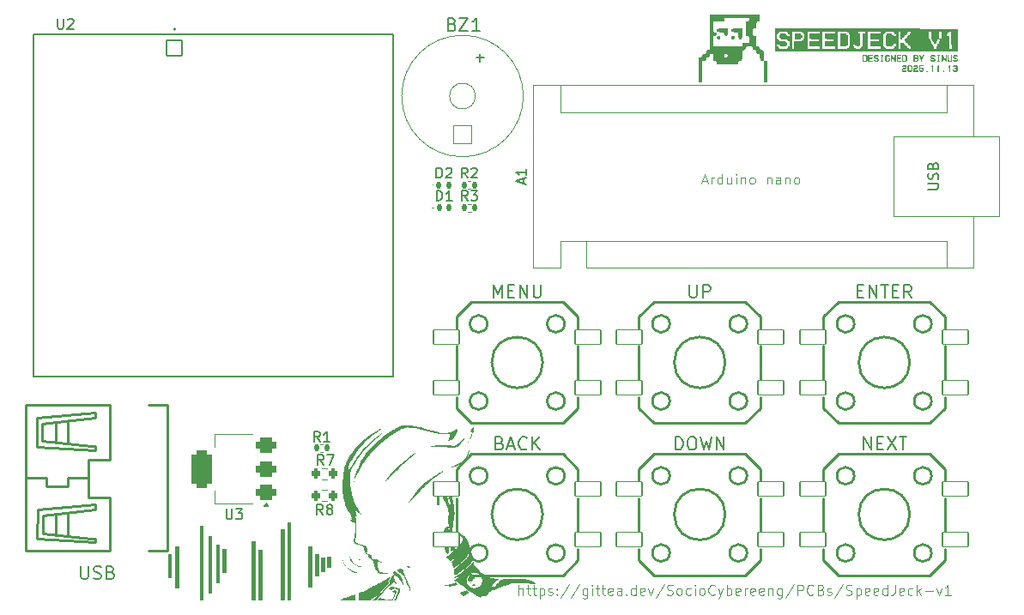
<source format=gbr>
%TF.GenerationSoftware,KiCad,Pcbnew,9.0.7*%
%TF.CreationDate,2026-02-24T09:39:31-07:00*%
%TF.ProjectId,SpeedJeck,53706565-644a-4656-936b-2e6b69636164,1*%
%TF.SameCoordinates,Original*%
%TF.FileFunction,Legend,Top*%
%TF.FilePolarity,Positive*%
%FSLAX46Y46*%
G04 Gerber Fmt 4.6, Leading zero omitted, Abs format (unit mm)*
G04 Created by KiCad (PCBNEW 9.0.7) date 2026-02-24 09:39:31*
%MOMM*%
%LPD*%
G01*
G04 APERTURE LIST*
G04 Aperture macros list*
%AMRoundRect*
0 Rectangle with rounded corners*
0 $1 Rounding radius*
0 $2 $3 $4 $5 $6 $7 $8 $9 X,Y pos of 4 corners*
0 Add a 4 corners polygon primitive as box body*
4,1,4,$2,$3,$4,$5,$6,$7,$8,$9,$2,$3,0*
0 Add four circle primitives for the rounded corners*
1,1,$1+$1,$2,$3*
1,1,$1+$1,$4,$5*
1,1,$1+$1,$6,$7*
1,1,$1+$1,$8,$9*
0 Add four rect primitives between the rounded corners*
20,1,$1+$1,$2,$3,$4,$5,0*
20,1,$1+$1,$4,$5,$6,$7,0*
20,1,$1+$1,$6,$7,$8,$9,0*
20,1,$1+$1,$8,$9,$2,$3,0*%
G04 Aperture macros list end*
%ADD10C,0.100000*%
%ADD11C,0.150000*%
%ADD12C,0.152400*%
%ADD13C,0.120000*%
%ADD14C,0.127000*%
%ADD15C,0.200000*%
%ADD16C,0.254000*%
%ADD17C,0.000000*%
%ADD18RoundRect,0.147500X-0.147500X-0.172500X0.147500X-0.172500X0.147500X0.172500X-0.147500X0.172500X0*%
%ADD19RoundRect,0.135000X-0.135000X-0.185000X0.135000X-0.185000X0.135000X0.185000X-0.135000X0.185000X0*%
%ADD20RoundRect,0.102000X-0.754000X-0.754000X0.754000X-0.754000X0.754000X0.754000X-0.754000X0.754000X0*%
%ADD21C,1.712000*%
%ADD22RoundRect,0.050800X-1.270000X-0.700000X1.270000X-0.700000X1.270000X0.700000X-1.270000X0.700000X0*%
%ADD23R,1.600000X1.600000*%
%ADD24O,1.600000X1.600000*%
%ADD25RoundRect,0.200000X0.200000X0.275000X-0.200000X0.275000X-0.200000X-0.275000X0.200000X-0.275000X0*%
%ADD26O,1.801600X1.801600*%
%ADD27O,3.301600X3.301600*%
%ADD28RoundRect,0.200000X-0.200000X-0.275000X0.200000X-0.275000X0.200000X0.275000X-0.200000X0.275000X0*%
%ADD29O,1.901600X1.901600*%
%ADD30RoundRect,0.050800X-0.900000X0.900000X-0.900000X-0.900000X0.900000X-0.900000X0.900000X0.900000X0*%
%ADD31RoundRect,0.375000X0.625000X0.375000X-0.625000X0.375000X-0.625000X-0.375000X0.625000X-0.375000X0*%
%ADD32RoundRect,0.500000X0.500000X1.400000X-0.500000X1.400000X-0.500000X-1.400000X0.500000X-1.400000X0*%
G04 APERTURE END LIST*
D10*
X154151684Y-97459219D02*
X154151684Y-96459219D01*
X154580255Y-97459219D02*
X154580255Y-96935409D01*
X154580255Y-96935409D02*
X154532636Y-96840171D01*
X154532636Y-96840171D02*
X154437398Y-96792552D01*
X154437398Y-96792552D02*
X154294541Y-96792552D01*
X154294541Y-96792552D02*
X154199303Y-96840171D01*
X154199303Y-96840171D02*
X154151684Y-96887790D01*
X154913589Y-96792552D02*
X155294541Y-96792552D01*
X155056446Y-96459219D02*
X155056446Y-97316361D01*
X155056446Y-97316361D02*
X155104065Y-97411600D01*
X155104065Y-97411600D02*
X155199303Y-97459219D01*
X155199303Y-97459219D02*
X155294541Y-97459219D01*
X155485018Y-96792552D02*
X155865970Y-96792552D01*
X155627875Y-96459219D02*
X155627875Y-97316361D01*
X155627875Y-97316361D02*
X155675494Y-97411600D01*
X155675494Y-97411600D02*
X155770732Y-97459219D01*
X155770732Y-97459219D02*
X155865970Y-97459219D01*
X156199304Y-96792552D02*
X156199304Y-97792552D01*
X156199304Y-96840171D02*
X156294542Y-96792552D01*
X156294542Y-96792552D02*
X156485018Y-96792552D01*
X156485018Y-96792552D02*
X156580256Y-96840171D01*
X156580256Y-96840171D02*
X156627875Y-96887790D01*
X156627875Y-96887790D02*
X156675494Y-96983028D01*
X156675494Y-96983028D02*
X156675494Y-97268742D01*
X156675494Y-97268742D02*
X156627875Y-97363980D01*
X156627875Y-97363980D02*
X156580256Y-97411600D01*
X156580256Y-97411600D02*
X156485018Y-97459219D01*
X156485018Y-97459219D02*
X156294542Y-97459219D01*
X156294542Y-97459219D02*
X156199304Y-97411600D01*
X157056447Y-97411600D02*
X157151685Y-97459219D01*
X157151685Y-97459219D02*
X157342161Y-97459219D01*
X157342161Y-97459219D02*
X157437399Y-97411600D01*
X157437399Y-97411600D02*
X157485018Y-97316361D01*
X157485018Y-97316361D02*
X157485018Y-97268742D01*
X157485018Y-97268742D02*
X157437399Y-97173504D01*
X157437399Y-97173504D02*
X157342161Y-97125885D01*
X157342161Y-97125885D02*
X157199304Y-97125885D01*
X157199304Y-97125885D02*
X157104066Y-97078266D01*
X157104066Y-97078266D02*
X157056447Y-96983028D01*
X157056447Y-96983028D02*
X157056447Y-96935409D01*
X157056447Y-96935409D02*
X157104066Y-96840171D01*
X157104066Y-96840171D02*
X157199304Y-96792552D01*
X157199304Y-96792552D02*
X157342161Y-96792552D01*
X157342161Y-96792552D02*
X157437399Y-96840171D01*
X157913590Y-97363980D02*
X157961209Y-97411600D01*
X157961209Y-97411600D02*
X157913590Y-97459219D01*
X157913590Y-97459219D02*
X157865971Y-97411600D01*
X157865971Y-97411600D02*
X157913590Y-97363980D01*
X157913590Y-97363980D02*
X157913590Y-97459219D01*
X157913590Y-96840171D02*
X157961209Y-96887790D01*
X157961209Y-96887790D02*
X157913590Y-96935409D01*
X157913590Y-96935409D02*
X157865971Y-96887790D01*
X157865971Y-96887790D02*
X157913590Y-96840171D01*
X157913590Y-96840171D02*
X157913590Y-96935409D01*
X159104065Y-96411600D02*
X158246923Y-97697314D01*
X160151684Y-96411600D02*
X159294542Y-97697314D01*
X160913589Y-96792552D02*
X160913589Y-97602076D01*
X160913589Y-97602076D02*
X160865970Y-97697314D01*
X160865970Y-97697314D02*
X160818351Y-97744933D01*
X160818351Y-97744933D02*
X160723113Y-97792552D01*
X160723113Y-97792552D02*
X160580256Y-97792552D01*
X160580256Y-97792552D02*
X160485018Y-97744933D01*
X160913589Y-97411600D02*
X160818351Y-97459219D01*
X160818351Y-97459219D02*
X160627875Y-97459219D01*
X160627875Y-97459219D02*
X160532637Y-97411600D01*
X160532637Y-97411600D02*
X160485018Y-97363980D01*
X160485018Y-97363980D02*
X160437399Y-97268742D01*
X160437399Y-97268742D02*
X160437399Y-96983028D01*
X160437399Y-96983028D02*
X160485018Y-96887790D01*
X160485018Y-96887790D02*
X160532637Y-96840171D01*
X160532637Y-96840171D02*
X160627875Y-96792552D01*
X160627875Y-96792552D02*
X160818351Y-96792552D01*
X160818351Y-96792552D02*
X160913589Y-96840171D01*
X161389780Y-97459219D02*
X161389780Y-96792552D01*
X161389780Y-96459219D02*
X161342161Y-96506838D01*
X161342161Y-96506838D02*
X161389780Y-96554457D01*
X161389780Y-96554457D02*
X161437399Y-96506838D01*
X161437399Y-96506838D02*
X161389780Y-96459219D01*
X161389780Y-96459219D02*
X161389780Y-96554457D01*
X161723113Y-96792552D02*
X162104065Y-96792552D01*
X161865970Y-96459219D02*
X161865970Y-97316361D01*
X161865970Y-97316361D02*
X161913589Y-97411600D01*
X161913589Y-97411600D02*
X162008827Y-97459219D01*
X162008827Y-97459219D02*
X162104065Y-97459219D01*
X162294542Y-96792552D02*
X162675494Y-96792552D01*
X162437399Y-96459219D02*
X162437399Y-97316361D01*
X162437399Y-97316361D02*
X162485018Y-97411600D01*
X162485018Y-97411600D02*
X162580256Y-97459219D01*
X162580256Y-97459219D02*
X162675494Y-97459219D01*
X163389780Y-97411600D02*
X163294542Y-97459219D01*
X163294542Y-97459219D02*
X163104066Y-97459219D01*
X163104066Y-97459219D02*
X163008828Y-97411600D01*
X163008828Y-97411600D02*
X162961209Y-97316361D01*
X162961209Y-97316361D02*
X162961209Y-96935409D01*
X162961209Y-96935409D02*
X163008828Y-96840171D01*
X163008828Y-96840171D02*
X163104066Y-96792552D01*
X163104066Y-96792552D02*
X163294542Y-96792552D01*
X163294542Y-96792552D02*
X163389780Y-96840171D01*
X163389780Y-96840171D02*
X163437399Y-96935409D01*
X163437399Y-96935409D02*
X163437399Y-97030647D01*
X163437399Y-97030647D02*
X162961209Y-97125885D01*
X164294542Y-97459219D02*
X164294542Y-96935409D01*
X164294542Y-96935409D02*
X164246923Y-96840171D01*
X164246923Y-96840171D02*
X164151685Y-96792552D01*
X164151685Y-96792552D02*
X163961209Y-96792552D01*
X163961209Y-96792552D02*
X163865971Y-96840171D01*
X164294542Y-97411600D02*
X164199304Y-97459219D01*
X164199304Y-97459219D02*
X163961209Y-97459219D01*
X163961209Y-97459219D02*
X163865971Y-97411600D01*
X163865971Y-97411600D02*
X163818352Y-97316361D01*
X163818352Y-97316361D02*
X163818352Y-97221123D01*
X163818352Y-97221123D02*
X163865971Y-97125885D01*
X163865971Y-97125885D02*
X163961209Y-97078266D01*
X163961209Y-97078266D02*
X164199304Y-97078266D01*
X164199304Y-97078266D02*
X164294542Y-97030647D01*
X164770733Y-97363980D02*
X164818352Y-97411600D01*
X164818352Y-97411600D02*
X164770733Y-97459219D01*
X164770733Y-97459219D02*
X164723114Y-97411600D01*
X164723114Y-97411600D02*
X164770733Y-97363980D01*
X164770733Y-97363980D02*
X164770733Y-97459219D01*
X165675494Y-97459219D02*
X165675494Y-96459219D01*
X165675494Y-97411600D02*
X165580256Y-97459219D01*
X165580256Y-97459219D02*
X165389780Y-97459219D01*
X165389780Y-97459219D02*
X165294542Y-97411600D01*
X165294542Y-97411600D02*
X165246923Y-97363980D01*
X165246923Y-97363980D02*
X165199304Y-97268742D01*
X165199304Y-97268742D02*
X165199304Y-96983028D01*
X165199304Y-96983028D02*
X165246923Y-96887790D01*
X165246923Y-96887790D02*
X165294542Y-96840171D01*
X165294542Y-96840171D02*
X165389780Y-96792552D01*
X165389780Y-96792552D02*
X165580256Y-96792552D01*
X165580256Y-96792552D02*
X165675494Y-96840171D01*
X166532637Y-97411600D02*
X166437399Y-97459219D01*
X166437399Y-97459219D02*
X166246923Y-97459219D01*
X166246923Y-97459219D02*
X166151685Y-97411600D01*
X166151685Y-97411600D02*
X166104066Y-97316361D01*
X166104066Y-97316361D02*
X166104066Y-96935409D01*
X166104066Y-96935409D02*
X166151685Y-96840171D01*
X166151685Y-96840171D02*
X166246923Y-96792552D01*
X166246923Y-96792552D02*
X166437399Y-96792552D01*
X166437399Y-96792552D02*
X166532637Y-96840171D01*
X166532637Y-96840171D02*
X166580256Y-96935409D01*
X166580256Y-96935409D02*
X166580256Y-97030647D01*
X166580256Y-97030647D02*
X166104066Y-97125885D01*
X166913590Y-96792552D02*
X167151685Y-97459219D01*
X167151685Y-97459219D02*
X167389780Y-96792552D01*
X168485018Y-96411600D02*
X167627876Y-97697314D01*
X168770733Y-97411600D02*
X168913590Y-97459219D01*
X168913590Y-97459219D02*
X169151685Y-97459219D01*
X169151685Y-97459219D02*
X169246923Y-97411600D01*
X169246923Y-97411600D02*
X169294542Y-97363980D01*
X169294542Y-97363980D02*
X169342161Y-97268742D01*
X169342161Y-97268742D02*
X169342161Y-97173504D01*
X169342161Y-97173504D02*
X169294542Y-97078266D01*
X169294542Y-97078266D02*
X169246923Y-97030647D01*
X169246923Y-97030647D02*
X169151685Y-96983028D01*
X169151685Y-96983028D02*
X168961209Y-96935409D01*
X168961209Y-96935409D02*
X168865971Y-96887790D01*
X168865971Y-96887790D02*
X168818352Y-96840171D01*
X168818352Y-96840171D02*
X168770733Y-96744933D01*
X168770733Y-96744933D02*
X168770733Y-96649695D01*
X168770733Y-96649695D02*
X168818352Y-96554457D01*
X168818352Y-96554457D02*
X168865971Y-96506838D01*
X168865971Y-96506838D02*
X168961209Y-96459219D01*
X168961209Y-96459219D02*
X169199304Y-96459219D01*
X169199304Y-96459219D02*
X169342161Y-96506838D01*
X169913590Y-97459219D02*
X169818352Y-97411600D01*
X169818352Y-97411600D02*
X169770733Y-97363980D01*
X169770733Y-97363980D02*
X169723114Y-97268742D01*
X169723114Y-97268742D02*
X169723114Y-96983028D01*
X169723114Y-96983028D02*
X169770733Y-96887790D01*
X169770733Y-96887790D02*
X169818352Y-96840171D01*
X169818352Y-96840171D02*
X169913590Y-96792552D01*
X169913590Y-96792552D02*
X170056447Y-96792552D01*
X170056447Y-96792552D02*
X170151685Y-96840171D01*
X170151685Y-96840171D02*
X170199304Y-96887790D01*
X170199304Y-96887790D02*
X170246923Y-96983028D01*
X170246923Y-96983028D02*
X170246923Y-97268742D01*
X170246923Y-97268742D02*
X170199304Y-97363980D01*
X170199304Y-97363980D02*
X170151685Y-97411600D01*
X170151685Y-97411600D02*
X170056447Y-97459219D01*
X170056447Y-97459219D02*
X169913590Y-97459219D01*
X171104066Y-97411600D02*
X171008828Y-97459219D01*
X171008828Y-97459219D02*
X170818352Y-97459219D01*
X170818352Y-97459219D02*
X170723114Y-97411600D01*
X170723114Y-97411600D02*
X170675495Y-97363980D01*
X170675495Y-97363980D02*
X170627876Y-97268742D01*
X170627876Y-97268742D02*
X170627876Y-96983028D01*
X170627876Y-96983028D02*
X170675495Y-96887790D01*
X170675495Y-96887790D02*
X170723114Y-96840171D01*
X170723114Y-96840171D02*
X170818352Y-96792552D01*
X170818352Y-96792552D02*
X171008828Y-96792552D01*
X171008828Y-96792552D02*
X171104066Y-96840171D01*
X171532638Y-97459219D02*
X171532638Y-96792552D01*
X171532638Y-96459219D02*
X171485019Y-96506838D01*
X171485019Y-96506838D02*
X171532638Y-96554457D01*
X171532638Y-96554457D02*
X171580257Y-96506838D01*
X171580257Y-96506838D02*
X171532638Y-96459219D01*
X171532638Y-96459219D02*
X171532638Y-96554457D01*
X172151685Y-97459219D02*
X172056447Y-97411600D01*
X172056447Y-97411600D02*
X172008828Y-97363980D01*
X172008828Y-97363980D02*
X171961209Y-97268742D01*
X171961209Y-97268742D02*
X171961209Y-96983028D01*
X171961209Y-96983028D02*
X172008828Y-96887790D01*
X172008828Y-96887790D02*
X172056447Y-96840171D01*
X172056447Y-96840171D02*
X172151685Y-96792552D01*
X172151685Y-96792552D02*
X172294542Y-96792552D01*
X172294542Y-96792552D02*
X172389780Y-96840171D01*
X172389780Y-96840171D02*
X172437399Y-96887790D01*
X172437399Y-96887790D02*
X172485018Y-96983028D01*
X172485018Y-96983028D02*
X172485018Y-97268742D01*
X172485018Y-97268742D02*
X172437399Y-97363980D01*
X172437399Y-97363980D02*
X172389780Y-97411600D01*
X172389780Y-97411600D02*
X172294542Y-97459219D01*
X172294542Y-97459219D02*
X172151685Y-97459219D01*
X173485018Y-97363980D02*
X173437399Y-97411600D01*
X173437399Y-97411600D02*
X173294542Y-97459219D01*
X173294542Y-97459219D02*
X173199304Y-97459219D01*
X173199304Y-97459219D02*
X173056447Y-97411600D01*
X173056447Y-97411600D02*
X172961209Y-97316361D01*
X172961209Y-97316361D02*
X172913590Y-97221123D01*
X172913590Y-97221123D02*
X172865971Y-97030647D01*
X172865971Y-97030647D02*
X172865971Y-96887790D01*
X172865971Y-96887790D02*
X172913590Y-96697314D01*
X172913590Y-96697314D02*
X172961209Y-96602076D01*
X172961209Y-96602076D02*
X173056447Y-96506838D01*
X173056447Y-96506838D02*
X173199304Y-96459219D01*
X173199304Y-96459219D02*
X173294542Y-96459219D01*
X173294542Y-96459219D02*
X173437399Y-96506838D01*
X173437399Y-96506838D02*
X173485018Y-96554457D01*
X173818352Y-96792552D02*
X174056447Y-97459219D01*
X174294542Y-96792552D02*
X174056447Y-97459219D01*
X174056447Y-97459219D02*
X173961209Y-97697314D01*
X173961209Y-97697314D02*
X173913590Y-97744933D01*
X173913590Y-97744933D02*
X173818352Y-97792552D01*
X174675495Y-97459219D02*
X174675495Y-96459219D01*
X174675495Y-96840171D02*
X174770733Y-96792552D01*
X174770733Y-96792552D02*
X174961209Y-96792552D01*
X174961209Y-96792552D02*
X175056447Y-96840171D01*
X175056447Y-96840171D02*
X175104066Y-96887790D01*
X175104066Y-96887790D02*
X175151685Y-96983028D01*
X175151685Y-96983028D02*
X175151685Y-97268742D01*
X175151685Y-97268742D02*
X175104066Y-97363980D01*
X175104066Y-97363980D02*
X175056447Y-97411600D01*
X175056447Y-97411600D02*
X174961209Y-97459219D01*
X174961209Y-97459219D02*
X174770733Y-97459219D01*
X174770733Y-97459219D02*
X174675495Y-97411600D01*
X175961209Y-97411600D02*
X175865971Y-97459219D01*
X175865971Y-97459219D02*
X175675495Y-97459219D01*
X175675495Y-97459219D02*
X175580257Y-97411600D01*
X175580257Y-97411600D02*
X175532638Y-97316361D01*
X175532638Y-97316361D02*
X175532638Y-96935409D01*
X175532638Y-96935409D02*
X175580257Y-96840171D01*
X175580257Y-96840171D02*
X175675495Y-96792552D01*
X175675495Y-96792552D02*
X175865971Y-96792552D01*
X175865971Y-96792552D02*
X175961209Y-96840171D01*
X175961209Y-96840171D02*
X176008828Y-96935409D01*
X176008828Y-96935409D02*
X176008828Y-97030647D01*
X176008828Y-97030647D02*
X175532638Y-97125885D01*
X176437400Y-97459219D02*
X176437400Y-96792552D01*
X176437400Y-96983028D02*
X176485019Y-96887790D01*
X176485019Y-96887790D02*
X176532638Y-96840171D01*
X176532638Y-96840171D02*
X176627876Y-96792552D01*
X176627876Y-96792552D02*
X176723114Y-96792552D01*
X177437400Y-97411600D02*
X177342162Y-97459219D01*
X177342162Y-97459219D02*
X177151686Y-97459219D01*
X177151686Y-97459219D02*
X177056448Y-97411600D01*
X177056448Y-97411600D02*
X177008829Y-97316361D01*
X177008829Y-97316361D02*
X177008829Y-96935409D01*
X177008829Y-96935409D02*
X177056448Y-96840171D01*
X177056448Y-96840171D02*
X177151686Y-96792552D01*
X177151686Y-96792552D02*
X177342162Y-96792552D01*
X177342162Y-96792552D02*
X177437400Y-96840171D01*
X177437400Y-96840171D02*
X177485019Y-96935409D01*
X177485019Y-96935409D02*
X177485019Y-97030647D01*
X177485019Y-97030647D02*
X177008829Y-97125885D01*
X178294543Y-97411600D02*
X178199305Y-97459219D01*
X178199305Y-97459219D02*
X178008829Y-97459219D01*
X178008829Y-97459219D02*
X177913591Y-97411600D01*
X177913591Y-97411600D02*
X177865972Y-97316361D01*
X177865972Y-97316361D02*
X177865972Y-96935409D01*
X177865972Y-96935409D02*
X177913591Y-96840171D01*
X177913591Y-96840171D02*
X178008829Y-96792552D01*
X178008829Y-96792552D02*
X178199305Y-96792552D01*
X178199305Y-96792552D02*
X178294543Y-96840171D01*
X178294543Y-96840171D02*
X178342162Y-96935409D01*
X178342162Y-96935409D02*
X178342162Y-97030647D01*
X178342162Y-97030647D02*
X177865972Y-97125885D01*
X178770734Y-96792552D02*
X178770734Y-97459219D01*
X178770734Y-96887790D02*
X178818353Y-96840171D01*
X178818353Y-96840171D02*
X178913591Y-96792552D01*
X178913591Y-96792552D02*
X179056448Y-96792552D01*
X179056448Y-96792552D02*
X179151686Y-96840171D01*
X179151686Y-96840171D02*
X179199305Y-96935409D01*
X179199305Y-96935409D02*
X179199305Y-97459219D01*
X180104067Y-96792552D02*
X180104067Y-97602076D01*
X180104067Y-97602076D02*
X180056448Y-97697314D01*
X180056448Y-97697314D02*
X180008829Y-97744933D01*
X180008829Y-97744933D02*
X179913591Y-97792552D01*
X179913591Y-97792552D02*
X179770734Y-97792552D01*
X179770734Y-97792552D02*
X179675496Y-97744933D01*
X180104067Y-97411600D02*
X180008829Y-97459219D01*
X180008829Y-97459219D02*
X179818353Y-97459219D01*
X179818353Y-97459219D02*
X179723115Y-97411600D01*
X179723115Y-97411600D02*
X179675496Y-97363980D01*
X179675496Y-97363980D02*
X179627877Y-97268742D01*
X179627877Y-97268742D02*
X179627877Y-96983028D01*
X179627877Y-96983028D02*
X179675496Y-96887790D01*
X179675496Y-96887790D02*
X179723115Y-96840171D01*
X179723115Y-96840171D02*
X179818353Y-96792552D01*
X179818353Y-96792552D02*
X180008829Y-96792552D01*
X180008829Y-96792552D02*
X180104067Y-96840171D01*
X181294543Y-96411600D02*
X180437401Y-97697314D01*
X181627877Y-97459219D02*
X181627877Y-96459219D01*
X181627877Y-96459219D02*
X182008829Y-96459219D01*
X182008829Y-96459219D02*
X182104067Y-96506838D01*
X182104067Y-96506838D02*
X182151686Y-96554457D01*
X182151686Y-96554457D02*
X182199305Y-96649695D01*
X182199305Y-96649695D02*
X182199305Y-96792552D01*
X182199305Y-96792552D02*
X182151686Y-96887790D01*
X182151686Y-96887790D02*
X182104067Y-96935409D01*
X182104067Y-96935409D02*
X182008829Y-96983028D01*
X182008829Y-96983028D02*
X181627877Y-96983028D01*
X183199305Y-97363980D02*
X183151686Y-97411600D01*
X183151686Y-97411600D02*
X183008829Y-97459219D01*
X183008829Y-97459219D02*
X182913591Y-97459219D01*
X182913591Y-97459219D02*
X182770734Y-97411600D01*
X182770734Y-97411600D02*
X182675496Y-97316361D01*
X182675496Y-97316361D02*
X182627877Y-97221123D01*
X182627877Y-97221123D02*
X182580258Y-97030647D01*
X182580258Y-97030647D02*
X182580258Y-96887790D01*
X182580258Y-96887790D02*
X182627877Y-96697314D01*
X182627877Y-96697314D02*
X182675496Y-96602076D01*
X182675496Y-96602076D02*
X182770734Y-96506838D01*
X182770734Y-96506838D02*
X182913591Y-96459219D01*
X182913591Y-96459219D02*
X183008829Y-96459219D01*
X183008829Y-96459219D02*
X183151686Y-96506838D01*
X183151686Y-96506838D02*
X183199305Y-96554457D01*
X183961210Y-96935409D02*
X184104067Y-96983028D01*
X184104067Y-96983028D02*
X184151686Y-97030647D01*
X184151686Y-97030647D02*
X184199305Y-97125885D01*
X184199305Y-97125885D02*
X184199305Y-97268742D01*
X184199305Y-97268742D02*
X184151686Y-97363980D01*
X184151686Y-97363980D02*
X184104067Y-97411600D01*
X184104067Y-97411600D02*
X184008829Y-97459219D01*
X184008829Y-97459219D02*
X183627877Y-97459219D01*
X183627877Y-97459219D02*
X183627877Y-96459219D01*
X183627877Y-96459219D02*
X183961210Y-96459219D01*
X183961210Y-96459219D02*
X184056448Y-96506838D01*
X184056448Y-96506838D02*
X184104067Y-96554457D01*
X184104067Y-96554457D02*
X184151686Y-96649695D01*
X184151686Y-96649695D02*
X184151686Y-96744933D01*
X184151686Y-96744933D02*
X184104067Y-96840171D01*
X184104067Y-96840171D02*
X184056448Y-96887790D01*
X184056448Y-96887790D02*
X183961210Y-96935409D01*
X183961210Y-96935409D02*
X183627877Y-96935409D01*
X184580258Y-97411600D02*
X184675496Y-97459219D01*
X184675496Y-97459219D02*
X184865972Y-97459219D01*
X184865972Y-97459219D02*
X184961210Y-97411600D01*
X184961210Y-97411600D02*
X185008829Y-97316361D01*
X185008829Y-97316361D02*
X185008829Y-97268742D01*
X185008829Y-97268742D02*
X184961210Y-97173504D01*
X184961210Y-97173504D02*
X184865972Y-97125885D01*
X184865972Y-97125885D02*
X184723115Y-97125885D01*
X184723115Y-97125885D02*
X184627877Y-97078266D01*
X184627877Y-97078266D02*
X184580258Y-96983028D01*
X184580258Y-96983028D02*
X184580258Y-96935409D01*
X184580258Y-96935409D02*
X184627877Y-96840171D01*
X184627877Y-96840171D02*
X184723115Y-96792552D01*
X184723115Y-96792552D02*
X184865972Y-96792552D01*
X184865972Y-96792552D02*
X184961210Y-96840171D01*
X186151686Y-96411600D02*
X185294544Y-97697314D01*
X186437401Y-97411600D02*
X186580258Y-97459219D01*
X186580258Y-97459219D02*
X186818353Y-97459219D01*
X186818353Y-97459219D02*
X186913591Y-97411600D01*
X186913591Y-97411600D02*
X186961210Y-97363980D01*
X186961210Y-97363980D02*
X187008829Y-97268742D01*
X187008829Y-97268742D02*
X187008829Y-97173504D01*
X187008829Y-97173504D02*
X186961210Y-97078266D01*
X186961210Y-97078266D02*
X186913591Y-97030647D01*
X186913591Y-97030647D02*
X186818353Y-96983028D01*
X186818353Y-96983028D02*
X186627877Y-96935409D01*
X186627877Y-96935409D02*
X186532639Y-96887790D01*
X186532639Y-96887790D02*
X186485020Y-96840171D01*
X186485020Y-96840171D02*
X186437401Y-96744933D01*
X186437401Y-96744933D02*
X186437401Y-96649695D01*
X186437401Y-96649695D02*
X186485020Y-96554457D01*
X186485020Y-96554457D02*
X186532639Y-96506838D01*
X186532639Y-96506838D02*
X186627877Y-96459219D01*
X186627877Y-96459219D02*
X186865972Y-96459219D01*
X186865972Y-96459219D02*
X187008829Y-96506838D01*
X187437401Y-96792552D02*
X187437401Y-97792552D01*
X187437401Y-96840171D02*
X187532639Y-96792552D01*
X187532639Y-96792552D02*
X187723115Y-96792552D01*
X187723115Y-96792552D02*
X187818353Y-96840171D01*
X187818353Y-96840171D02*
X187865972Y-96887790D01*
X187865972Y-96887790D02*
X187913591Y-96983028D01*
X187913591Y-96983028D02*
X187913591Y-97268742D01*
X187913591Y-97268742D02*
X187865972Y-97363980D01*
X187865972Y-97363980D02*
X187818353Y-97411600D01*
X187818353Y-97411600D02*
X187723115Y-97459219D01*
X187723115Y-97459219D02*
X187532639Y-97459219D01*
X187532639Y-97459219D02*
X187437401Y-97411600D01*
X188723115Y-97411600D02*
X188627877Y-97459219D01*
X188627877Y-97459219D02*
X188437401Y-97459219D01*
X188437401Y-97459219D02*
X188342163Y-97411600D01*
X188342163Y-97411600D02*
X188294544Y-97316361D01*
X188294544Y-97316361D02*
X188294544Y-96935409D01*
X188294544Y-96935409D02*
X188342163Y-96840171D01*
X188342163Y-96840171D02*
X188437401Y-96792552D01*
X188437401Y-96792552D02*
X188627877Y-96792552D01*
X188627877Y-96792552D02*
X188723115Y-96840171D01*
X188723115Y-96840171D02*
X188770734Y-96935409D01*
X188770734Y-96935409D02*
X188770734Y-97030647D01*
X188770734Y-97030647D02*
X188294544Y-97125885D01*
X189580258Y-97411600D02*
X189485020Y-97459219D01*
X189485020Y-97459219D02*
X189294544Y-97459219D01*
X189294544Y-97459219D02*
X189199306Y-97411600D01*
X189199306Y-97411600D02*
X189151687Y-97316361D01*
X189151687Y-97316361D02*
X189151687Y-96935409D01*
X189151687Y-96935409D02*
X189199306Y-96840171D01*
X189199306Y-96840171D02*
X189294544Y-96792552D01*
X189294544Y-96792552D02*
X189485020Y-96792552D01*
X189485020Y-96792552D02*
X189580258Y-96840171D01*
X189580258Y-96840171D02*
X189627877Y-96935409D01*
X189627877Y-96935409D02*
X189627877Y-97030647D01*
X189627877Y-97030647D02*
X189151687Y-97125885D01*
X190485020Y-97459219D02*
X190485020Y-96459219D01*
X190485020Y-97411600D02*
X190389782Y-97459219D01*
X190389782Y-97459219D02*
X190199306Y-97459219D01*
X190199306Y-97459219D02*
X190104068Y-97411600D01*
X190104068Y-97411600D02*
X190056449Y-97363980D01*
X190056449Y-97363980D02*
X190008830Y-97268742D01*
X190008830Y-97268742D02*
X190008830Y-96983028D01*
X190008830Y-96983028D02*
X190056449Y-96887790D01*
X190056449Y-96887790D02*
X190104068Y-96840171D01*
X190104068Y-96840171D02*
X190199306Y-96792552D01*
X190199306Y-96792552D02*
X190389782Y-96792552D01*
X190389782Y-96792552D02*
X190485020Y-96840171D01*
X191246925Y-96459219D02*
X191246925Y-97173504D01*
X191246925Y-97173504D02*
X191199306Y-97316361D01*
X191199306Y-97316361D02*
X191104068Y-97411600D01*
X191104068Y-97411600D02*
X190961211Y-97459219D01*
X190961211Y-97459219D02*
X190865973Y-97459219D01*
X192104068Y-97411600D02*
X192008830Y-97459219D01*
X192008830Y-97459219D02*
X191818354Y-97459219D01*
X191818354Y-97459219D02*
X191723116Y-97411600D01*
X191723116Y-97411600D02*
X191675497Y-97316361D01*
X191675497Y-97316361D02*
X191675497Y-96935409D01*
X191675497Y-96935409D02*
X191723116Y-96840171D01*
X191723116Y-96840171D02*
X191818354Y-96792552D01*
X191818354Y-96792552D02*
X192008830Y-96792552D01*
X192008830Y-96792552D02*
X192104068Y-96840171D01*
X192104068Y-96840171D02*
X192151687Y-96935409D01*
X192151687Y-96935409D02*
X192151687Y-97030647D01*
X192151687Y-97030647D02*
X191675497Y-97125885D01*
X193008830Y-97411600D02*
X192913592Y-97459219D01*
X192913592Y-97459219D02*
X192723116Y-97459219D01*
X192723116Y-97459219D02*
X192627878Y-97411600D01*
X192627878Y-97411600D02*
X192580259Y-97363980D01*
X192580259Y-97363980D02*
X192532640Y-97268742D01*
X192532640Y-97268742D02*
X192532640Y-96983028D01*
X192532640Y-96983028D02*
X192580259Y-96887790D01*
X192580259Y-96887790D02*
X192627878Y-96840171D01*
X192627878Y-96840171D02*
X192723116Y-96792552D01*
X192723116Y-96792552D02*
X192913592Y-96792552D01*
X192913592Y-96792552D02*
X193008830Y-96840171D01*
X193437402Y-97459219D02*
X193437402Y-96459219D01*
X193532640Y-97078266D02*
X193818354Y-97459219D01*
X193818354Y-96792552D02*
X193437402Y-97173504D01*
X194246926Y-97078266D02*
X195008831Y-97078266D01*
X195389783Y-96792552D02*
X195627878Y-97459219D01*
X195627878Y-97459219D02*
X195865973Y-96792552D01*
X196770735Y-97459219D02*
X196199307Y-97459219D01*
X196485021Y-97459219D02*
X196485021Y-96459219D01*
X196485021Y-96459219D02*
X196389783Y-96602076D01*
X196389783Y-96602076D02*
X196294545Y-96697314D01*
X196294545Y-96697314D02*
X196199307Y-96744933D01*
X172256265Y-56586704D02*
X172732455Y-56586704D01*
X172161027Y-56872419D02*
X172494360Y-55872419D01*
X172494360Y-55872419D02*
X172827693Y-56872419D01*
X173161027Y-56872419D02*
X173161027Y-56205752D01*
X173161027Y-56396228D02*
X173208646Y-56300990D01*
X173208646Y-56300990D02*
X173256265Y-56253371D01*
X173256265Y-56253371D02*
X173351503Y-56205752D01*
X173351503Y-56205752D02*
X173446741Y-56205752D01*
X174208646Y-56872419D02*
X174208646Y-55872419D01*
X174208646Y-56824800D02*
X174113408Y-56872419D01*
X174113408Y-56872419D02*
X173922932Y-56872419D01*
X173922932Y-56872419D02*
X173827694Y-56824800D01*
X173827694Y-56824800D02*
X173780075Y-56777180D01*
X173780075Y-56777180D02*
X173732456Y-56681942D01*
X173732456Y-56681942D02*
X173732456Y-56396228D01*
X173732456Y-56396228D02*
X173780075Y-56300990D01*
X173780075Y-56300990D02*
X173827694Y-56253371D01*
X173827694Y-56253371D02*
X173922932Y-56205752D01*
X173922932Y-56205752D02*
X174113408Y-56205752D01*
X174113408Y-56205752D02*
X174208646Y-56253371D01*
X175113408Y-56205752D02*
X175113408Y-56872419D01*
X174684837Y-56205752D02*
X174684837Y-56729561D01*
X174684837Y-56729561D02*
X174732456Y-56824800D01*
X174732456Y-56824800D02*
X174827694Y-56872419D01*
X174827694Y-56872419D02*
X174970551Y-56872419D01*
X174970551Y-56872419D02*
X175065789Y-56824800D01*
X175065789Y-56824800D02*
X175113408Y-56777180D01*
X175589599Y-56872419D02*
X175589599Y-56205752D01*
X175589599Y-55872419D02*
X175541980Y-55920038D01*
X175541980Y-55920038D02*
X175589599Y-55967657D01*
X175589599Y-55967657D02*
X175637218Y-55920038D01*
X175637218Y-55920038D02*
X175589599Y-55872419D01*
X175589599Y-55872419D02*
X175589599Y-55967657D01*
X176065789Y-56205752D02*
X176065789Y-56872419D01*
X176065789Y-56300990D02*
X176113408Y-56253371D01*
X176113408Y-56253371D02*
X176208646Y-56205752D01*
X176208646Y-56205752D02*
X176351503Y-56205752D01*
X176351503Y-56205752D02*
X176446741Y-56253371D01*
X176446741Y-56253371D02*
X176494360Y-56348609D01*
X176494360Y-56348609D02*
X176494360Y-56872419D01*
X177113408Y-56872419D02*
X177018170Y-56824800D01*
X177018170Y-56824800D02*
X176970551Y-56777180D01*
X176970551Y-56777180D02*
X176922932Y-56681942D01*
X176922932Y-56681942D02*
X176922932Y-56396228D01*
X176922932Y-56396228D02*
X176970551Y-56300990D01*
X176970551Y-56300990D02*
X177018170Y-56253371D01*
X177018170Y-56253371D02*
X177113408Y-56205752D01*
X177113408Y-56205752D02*
X177256265Y-56205752D01*
X177256265Y-56205752D02*
X177351503Y-56253371D01*
X177351503Y-56253371D02*
X177399122Y-56300990D01*
X177399122Y-56300990D02*
X177446741Y-56396228D01*
X177446741Y-56396228D02*
X177446741Y-56681942D01*
X177446741Y-56681942D02*
X177399122Y-56777180D01*
X177399122Y-56777180D02*
X177351503Y-56824800D01*
X177351503Y-56824800D02*
X177256265Y-56872419D01*
X177256265Y-56872419D02*
X177113408Y-56872419D01*
X178637218Y-56205752D02*
X178637218Y-56872419D01*
X178637218Y-56300990D02*
X178684837Y-56253371D01*
X178684837Y-56253371D02*
X178780075Y-56205752D01*
X178780075Y-56205752D02*
X178922932Y-56205752D01*
X178922932Y-56205752D02*
X179018170Y-56253371D01*
X179018170Y-56253371D02*
X179065789Y-56348609D01*
X179065789Y-56348609D02*
X179065789Y-56872419D01*
X179970551Y-56872419D02*
X179970551Y-56348609D01*
X179970551Y-56348609D02*
X179922932Y-56253371D01*
X179922932Y-56253371D02*
X179827694Y-56205752D01*
X179827694Y-56205752D02*
X179637218Y-56205752D01*
X179637218Y-56205752D02*
X179541980Y-56253371D01*
X179970551Y-56824800D02*
X179875313Y-56872419D01*
X179875313Y-56872419D02*
X179637218Y-56872419D01*
X179637218Y-56872419D02*
X179541980Y-56824800D01*
X179541980Y-56824800D02*
X179494361Y-56729561D01*
X179494361Y-56729561D02*
X179494361Y-56634323D01*
X179494361Y-56634323D02*
X179541980Y-56539085D01*
X179541980Y-56539085D02*
X179637218Y-56491466D01*
X179637218Y-56491466D02*
X179875313Y-56491466D01*
X179875313Y-56491466D02*
X179970551Y-56443847D01*
X180446742Y-56205752D02*
X180446742Y-56872419D01*
X180446742Y-56300990D02*
X180494361Y-56253371D01*
X180494361Y-56253371D02*
X180589599Y-56205752D01*
X180589599Y-56205752D02*
X180732456Y-56205752D01*
X180732456Y-56205752D02*
X180827694Y-56253371D01*
X180827694Y-56253371D02*
X180875313Y-56348609D01*
X180875313Y-56348609D02*
X180875313Y-56872419D01*
X181494361Y-56872419D02*
X181399123Y-56824800D01*
X181399123Y-56824800D02*
X181351504Y-56777180D01*
X181351504Y-56777180D02*
X181303885Y-56681942D01*
X181303885Y-56681942D02*
X181303885Y-56396228D01*
X181303885Y-56396228D02*
X181351504Y-56300990D01*
X181351504Y-56300990D02*
X181399123Y-56253371D01*
X181399123Y-56253371D02*
X181494361Y-56205752D01*
X181494361Y-56205752D02*
X181637218Y-56205752D01*
X181637218Y-56205752D02*
X181732456Y-56253371D01*
X181732456Y-56253371D02*
X181780075Y-56300990D01*
X181780075Y-56300990D02*
X181827694Y-56396228D01*
X181827694Y-56396228D02*
X181827694Y-56681942D01*
X181827694Y-56681942D02*
X181780075Y-56777180D01*
X181780075Y-56777180D02*
X181732456Y-56824800D01*
X181732456Y-56824800D02*
X181637218Y-56872419D01*
X181637218Y-56872419D02*
X181494361Y-56872419D01*
D11*
X146041905Y-58534819D02*
X146041905Y-57534819D01*
X146041905Y-57534819D02*
X146280000Y-57534819D01*
X146280000Y-57534819D02*
X146422857Y-57582438D01*
X146422857Y-57582438D02*
X146518095Y-57677676D01*
X146518095Y-57677676D02*
X146565714Y-57772914D01*
X146565714Y-57772914D02*
X146613333Y-57963390D01*
X146613333Y-57963390D02*
X146613333Y-58106247D01*
X146613333Y-58106247D02*
X146565714Y-58296723D01*
X146565714Y-58296723D02*
X146518095Y-58391961D01*
X146518095Y-58391961D02*
X146422857Y-58487200D01*
X146422857Y-58487200D02*
X146280000Y-58534819D01*
X146280000Y-58534819D02*
X146041905Y-58534819D01*
X147565714Y-58534819D02*
X146994286Y-58534819D01*
X147280000Y-58534819D02*
X147280000Y-57534819D01*
X147280000Y-57534819D02*
X147184762Y-57677676D01*
X147184762Y-57677676D02*
X147089524Y-57772914D01*
X147089524Y-57772914D02*
X146994286Y-57820533D01*
X134533333Y-82329819D02*
X134200000Y-81853628D01*
X133961905Y-82329819D02*
X133961905Y-81329819D01*
X133961905Y-81329819D02*
X134342857Y-81329819D01*
X134342857Y-81329819D02*
X134438095Y-81377438D01*
X134438095Y-81377438D02*
X134485714Y-81425057D01*
X134485714Y-81425057D02*
X134533333Y-81520295D01*
X134533333Y-81520295D02*
X134533333Y-81663152D01*
X134533333Y-81663152D02*
X134485714Y-81758390D01*
X134485714Y-81758390D02*
X134438095Y-81806009D01*
X134438095Y-81806009D02*
X134342857Y-81853628D01*
X134342857Y-81853628D02*
X133961905Y-81853628D01*
X135485714Y-82329819D02*
X134914286Y-82329819D01*
X135200000Y-82329819D02*
X135200000Y-81329819D01*
X135200000Y-81329819D02*
X135104762Y-81472676D01*
X135104762Y-81472676D02*
X135009524Y-81567914D01*
X135009524Y-81567914D02*
X134914286Y-81615533D01*
X108663095Y-40569819D02*
X108663095Y-41379342D01*
X108663095Y-41379342D02*
X108710714Y-41474580D01*
X108710714Y-41474580D02*
X108758333Y-41522200D01*
X108758333Y-41522200D02*
X108853571Y-41569819D01*
X108853571Y-41569819D02*
X109044047Y-41569819D01*
X109044047Y-41569819D02*
X109139285Y-41522200D01*
X109139285Y-41522200D02*
X109186904Y-41474580D01*
X109186904Y-41474580D02*
X109234523Y-41379342D01*
X109234523Y-41379342D02*
X109234523Y-40569819D01*
X109663095Y-40665057D02*
X109710714Y-40617438D01*
X109710714Y-40617438D02*
X109805952Y-40569819D01*
X109805952Y-40569819D02*
X110044047Y-40569819D01*
X110044047Y-40569819D02*
X110139285Y-40617438D01*
X110139285Y-40617438D02*
X110186904Y-40665057D01*
X110186904Y-40665057D02*
X110234523Y-40760295D01*
X110234523Y-40760295D02*
X110234523Y-40855533D01*
X110234523Y-40855533D02*
X110186904Y-40998390D01*
X110186904Y-40998390D02*
X109615476Y-41569819D01*
X109615476Y-41569819D02*
X110234523Y-41569819D01*
X169611190Y-83117726D02*
X169611190Y-81847726D01*
X169611190Y-81847726D02*
X169913571Y-81847726D01*
X169913571Y-81847726D02*
X170095000Y-81908202D01*
X170095000Y-81908202D02*
X170215952Y-82029154D01*
X170215952Y-82029154D02*
X170276429Y-82150107D01*
X170276429Y-82150107D02*
X170336905Y-82392011D01*
X170336905Y-82392011D02*
X170336905Y-82573440D01*
X170336905Y-82573440D02*
X170276429Y-82815345D01*
X170276429Y-82815345D02*
X170215952Y-82936297D01*
X170215952Y-82936297D02*
X170095000Y-83057250D01*
X170095000Y-83057250D02*
X169913571Y-83117726D01*
X169913571Y-83117726D02*
X169611190Y-83117726D01*
X171123095Y-81847726D02*
X171365000Y-81847726D01*
X171365000Y-81847726D02*
X171485952Y-81908202D01*
X171485952Y-81908202D02*
X171606905Y-82029154D01*
X171606905Y-82029154D02*
X171667381Y-82271059D01*
X171667381Y-82271059D02*
X171667381Y-82694392D01*
X171667381Y-82694392D02*
X171606905Y-82936297D01*
X171606905Y-82936297D02*
X171485952Y-83057250D01*
X171485952Y-83057250D02*
X171365000Y-83117726D01*
X171365000Y-83117726D02*
X171123095Y-83117726D01*
X171123095Y-83117726D02*
X171002143Y-83057250D01*
X171002143Y-83057250D02*
X170881190Y-82936297D01*
X170881190Y-82936297D02*
X170820714Y-82694392D01*
X170820714Y-82694392D02*
X170820714Y-82271059D01*
X170820714Y-82271059D02*
X170881190Y-82029154D01*
X170881190Y-82029154D02*
X171002143Y-81908202D01*
X171002143Y-81908202D02*
X171123095Y-81847726D01*
X172090714Y-81847726D02*
X172393095Y-83117726D01*
X172393095Y-83117726D02*
X172635000Y-82210583D01*
X172635000Y-82210583D02*
X172876905Y-83117726D01*
X172876905Y-83117726D02*
X173179286Y-81847726D01*
X173663095Y-83117726D02*
X173663095Y-81847726D01*
X173663095Y-81847726D02*
X174388810Y-83117726D01*
X174388810Y-83117726D02*
X174388810Y-81847726D01*
X149103333Y-58534819D02*
X148770000Y-58058628D01*
X148531905Y-58534819D02*
X148531905Y-57534819D01*
X148531905Y-57534819D02*
X148912857Y-57534819D01*
X148912857Y-57534819D02*
X149008095Y-57582438D01*
X149008095Y-57582438D02*
X149055714Y-57630057D01*
X149055714Y-57630057D02*
X149103333Y-57725295D01*
X149103333Y-57725295D02*
X149103333Y-57868152D01*
X149103333Y-57868152D02*
X149055714Y-57963390D01*
X149055714Y-57963390D02*
X149008095Y-58011009D01*
X149008095Y-58011009D02*
X148912857Y-58058628D01*
X148912857Y-58058628D02*
X148531905Y-58058628D01*
X149436667Y-57534819D02*
X150055714Y-57534819D01*
X150055714Y-57534819D02*
X149722381Y-57915771D01*
X149722381Y-57915771D02*
X149865238Y-57915771D01*
X149865238Y-57915771D02*
X149960476Y-57963390D01*
X149960476Y-57963390D02*
X150008095Y-58011009D01*
X150008095Y-58011009D02*
X150055714Y-58106247D01*
X150055714Y-58106247D02*
X150055714Y-58344342D01*
X150055714Y-58344342D02*
X150008095Y-58439580D01*
X150008095Y-58439580D02*
X149960476Y-58487200D01*
X149960476Y-58487200D02*
X149865238Y-58534819D01*
X149865238Y-58534819D02*
X149579524Y-58534819D01*
X149579524Y-58534819D02*
X149484286Y-58487200D01*
X149484286Y-58487200D02*
X149436667Y-58439580D01*
X154601104Y-56848285D02*
X154601104Y-56372095D01*
X154886819Y-56943523D02*
X153886819Y-56610190D01*
X153886819Y-56610190D02*
X154886819Y-56276857D01*
X154886819Y-55419714D02*
X154886819Y-55991142D01*
X154886819Y-55705428D02*
X153886819Y-55705428D01*
X153886819Y-55705428D02*
X154029676Y-55800666D01*
X154029676Y-55800666D02*
X154124914Y-55895904D01*
X154124914Y-55895904D02*
X154172533Y-55991142D01*
X194526819Y-57395904D02*
X195336342Y-57395904D01*
X195336342Y-57395904D02*
X195431580Y-57348285D01*
X195431580Y-57348285D02*
X195479200Y-57300666D01*
X195479200Y-57300666D02*
X195526819Y-57205428D01*
X195526819Y-57205428D02*
X195526819Y-57014952D01*
X195526819Y-57014952D02*
X195479200Y-56919714D01*
X195479200Y-56919714D02*
X195431580Y-56872095D01*
X195431580Y-56872095D02*
X195336342Y-56824476D01*
X195336342Y-56824476D02*
X194526819Y-56824476D01*
X195479200Y-56395904D02*
X195526819Y-56253047D01*
X195526819Y-56253047D02*
X195526819Y-56014952D01*
X195526819Y-56014952D02*
X195479200Y-55919714D01*
X195479200Y-55919714D02*
X195431580Y-55872095D01*
X195431580Y-55872095D02*
X195336342Y-55824476D01*
X195336342Y-55824476D02*
X195241104Y-55824476D01*
X195241104Y-55824476D02*
X195145866Y-55872095D01*
X195145866Y-55872095D02*
X195098247Y-55919714D01*
X195098247Y-55919714D02*
X195050628Y-56014952D01*
X195050628Y-56014952D02*
X195003009Y-56205428D01*
X195003009Y-56205428D02*
X194955390Y-56300666D01*
X194955390Y-56300666D02*
X194907771Y-56348285D01*
X194907771Y-56348285D02*
X194812533Y-56395904D01*
X194812533Y-56395904D02*
X194717295Y-56395904D01*
X194717295Y-56395904D02*
X194622057Y-56348285D01*
X194622057Y-56348285D02*
X194574438Y-56300666D01*
X194574438Y-56300666D02*
X194526819Y-56205428D01*
X194526819Y-56205428D02*
X194526819Y-55967333D01*
X194526819Y-55967333D02*
X194574438Y-55824476D01*
X195003009Y-55062571D02*
X195050628Y-54919714D01*
X195050628Y-54919714D02*
X195098247Y-54872095D01*
X195098247Y-54872095D02*
X195193485Y-54824476D01*
X195193485Y-54824476D02*
X195336342Y-54824476D01*
X195336342Y-54824476D02*
X195431580Y-54872095D01*
X195431580Y-54872095D02*
X195479200Y-54919714D01*
X195479200Y-54919714D02*
X195526819Y-55014952D01*
X195526819Y-55014952D02*
X195526819Y-55395904D01*
X195526819Y-55395904D02*
X194526819Y-55395904D01*
X194526819Y-55395904D02*
X194526819Y-55062571D01*
X194526819Y-55062571D02*
X194574438Y-54967333D01*
X194574438Y-54967333D02*
X194622057Y-54919714D01*
X194622057Y-54919714D02*
X194717295Y-54872095D01*
X194717295Y-54872095D02*
X194812533Y-54872095D01*
X194812533Y-54872095D02*
X194907771Y-54919714D01*
X194907771Y-54919714D02*
X194955390Y-54967333D01*
X194955390Y-54967333D02*
X195003009Y-55062571D01*
X195003009Y-55062571D02*
X195003009Y-55395904D01*
X187569285Y-67452488D02*
X187992619Y-67452488D01*
X188174047Y-68117726D02*
X187569285Y-68117726D01*
X187569285Y-68117726D02*
X187569285Y-66847726D01*
X187569285Y-66847726D02*
X188174047Y-66847726D01*
X188718333Y-68117726D02*
X188718333Y-66847726D01*
X188718333Y-66847726D02*
X189444048Y-68117726D01*
X189444048Y-68117726D02*
X189444048Y-66847726D01*
X189867381Y-66847726D02*
X190593095Y-66847726D01*
X190230238Y-68117726D02*
X190230238Y-66847726D01*
X191016428Y-67452488D02*
X191439762Y-67452488D01*
X191621190Y-68117726D02*
X191016428Y-68117726D01*
X191016428Y-68117726D02*
X191016428Y-66847726D01*
X191016428Y-66847726D02*
X191621190Y-66847726D01*
X192891191Y-68117726D02*
X192467857Y-67512964D01*
X192165476Y-68117726D02*
X192165476Y-66847726D01*
X192165476Y-66847726D02*
X192649286Y-66847726D01*
X192649286Y-66847726D02*
X192770238Y-66908202D01*
X192770238Y-66908202D02*
X192830715Y-66968678D01*
X192830715Y-66968678D02*
X192891191Y-67089630D01*
X192891191Y-67089630D02*
X192891191Y-67271059D01*
X192891191Y-67271059D02*
X192830715Y-67392011D01*
X192830715Y-67392011D02*
X192770238Y-67452488D01*
X192770238Y-67452488D02*
X192649286Y-67512964D01*
X192649286Y-67512964D02*
X192165476Y-67512964D01*
X152276429Y-82452488D02*
X152457857Y-82512964D01*
X152457857Y-82512964D02*
X152518334Y-82573440D01*
X152518334Y-82573440D02*
X152578810Y-82694392D01*
X152578810Y-82694392D02*
X152578810Y-82875821D01*
X152578810Y-82875821D02*
X152518334Y-82996773D01*
X152518334Y-82996773D02*
X152457857Y-83057250D01*
X152457857Y-83057250D02*
X152336905Y-83117726D01*
X152336905Y-83117726D02*
X151853095Y-83117726D01*
X151853095Y-83117726D02*
X151853095Y-81847726D01*
X151853095Y-81847726D02*
X152276429Y-81847726D01*
X152276429Y-81847726D02*
X152397381Y-81908202D01*
X152397381Y-81908202D02*
X152457857Y-81968678D01*
X152457857Y-81968678D02*
X152518334Y-82089630D01*
X152518334Y-82089630D02*
X152518334Y-82210583D01*
X152518334Y-82210583D02*
X152457857Y-82331535D01*
X152457857Y-82331535D02*
X152397381Y-82392011D01*
X152397381Y-82392011D02*
X152276429Y-82452488D01*
X152276429Y-82452488D02*
X151853095Y-82452488D01*
X153062619Y-82754869D02*
X153667381Y-82754869D01*
X152941667Y-83117726D02*
X153365000Y-81847726D01*
X153365000Y-81847726D02*
X153788334Y-83117726D01*
X154937381Y-82996773D02*
X154876905Y-83057250D01*
X154876905Y-83057250D02*
X154695476Y-83117726D01*
X154695476Y-83117726D02*
X154574524Y-83117726D01*
X154574524Y-83117726D02*
X154393095Y-83057250D01*
X154393095Y-83057250D02*
X154272143Y-82936297D01*
X154272143Y-82936297D02*
X154211666Y-82815345D01*
X154211666Y-82815345D02*
X154151190Y-82573440D01*
X154151190Y-82573440D02*
X154151190Y-82392011D01*
X154151190Y-82392011D02*
X154211666Y-82150107D01*
X154211666Y-82150107D02*
X154272143Y-82029154D01*
X154272143Y-82029154D02*
X154393095Y-81908202D01*
X154393095Y-81908202D02*
X154574524Y-81847726D01*
X154574524Y-81847726D02*
X154695476Y-81847726D01*
X154695476Y-81847726D02*
X154876905Y-81908202D01*
X154876905Y-81908202D02*
X154937381Y-81968678D01*
X155481666Y-83117726D02*
X155481666Y-81847726D01*
X156207381Y-83117726D02*
X155663095Y-82392011D01*
X156207381Y-81847726D02*
X155481666Y-82573440D01*
X134833333Y-89504819D02*
X134500000Y-89028628D01*
X134261905Y-89504819D02*
X134261905Y-88504819D01*
X134261905Y-88504819D02*
X134642857Y-88504819D01*
X134642857Y-88504819D02*
X134738095Y-88552438D01*
X134738095Y-88552438D02*
X134785714Y-88600057D01*
X134785714Y-88600057D02*
X134833333Y-88695295D01*
X134833333Y-88695295D02*
X134833333Y-88838152D01*
X134833333Y-88838152D02*
X134785714Y-88933390D01*
X134785714Y-88933390D02*
X134738095Y-88981009D01*
X134738095Y-88981009D02*
X134642857Y-89028628D01*
X134642857Y-89028628D02*
X134261905Y-89028628D01*
X135404762Y-88933390D02*
X135309524Y-88885771D01*
X135309524Y-88885771D02*
X135261905Y-88838152D01*
X135261905Y-88838152D02*
X135214286Y-88742914D01*
X135214286Y-88742914D02*
X135214286Y-88695295D01*
X135214286Y-88695295D02*
X135261905Y-88600057D01*
X135261905Y-88600057D02*
X135309524Y-88552438D01*
X135309524Y-88552438D02*
X135404762Y-88504819D01*
X135404762Y-88504819D02*
X135595238Y-88504819D01*
X135595238Y-88504819D02*
X135690476Y-88552438D01*
X135690476Y-88552438D02*
X135738095Y-88600057D01*
X135738095Y-88600057D02*
X135785714Y-88695295D01*
X135785714Y-88695295D02*
X135785714Y-88742914D01*
X135785714Y-88742914D02*
X135738095Y-88838152D01*
X135738095Y-88838152D02*
X135690476Y-88885771D01*
X135690476Y-88885771D02*
X135595238Y-88933390D01*
X135595238Y-88933390D02*
X135404762Y-88933390D01*
X135404762Y-88933390D02*
X135309524Y-88981009D01*
X135309524Y-88981009D02*
X135261905Y-89028628D01*
X135261905Y-89028628D02*
X135214286Y-89123866D01*
X135214286Y-89123866D02*
X135214286Y-89314342D01*
X135214286Y-89314342D02*
X135261905Y-89409580D01*
X135261905Y-89409580D02*
X135309524Y-89457200D01*
X135309524Y-89457200D02*
X135404762Y-89504819D01*
X135404762Y-89504819D02*
X135595238Y-89504819D01*
X135595238Y-89504819D02*
X135690476Y-89457200D01*
X135690476Y-89457200D02*
X135738095Y-89409580D01*
X135738095Y-89409580D02*
X135785714Y-89314342D01*
X135785714Y-89314342D02*
X135785714Y-89123866D01*
X135785714Y-89123866D02*
X135738095Y-89028628D01*
X135738095Y-89028628D02*
X135690476Y-88981009D01*
X135690476Y-88981009D02*
X135595238Y-88933390D01*
X110940380Y-94596926D02*
X110940380Y-95625021D01*
X110940380Y-95625021D02*
X111000857Y-95745973D01*
X111000857Y-95745973D02*
X111061333Y-95806450D01*
X111061333Y-95806450D02*
X111182285Y-95866926D01*
X111182285Y-95866926D02*
X111424190Y-95866926D01*
X111424190Y-95866926D02*
X111545142Y-95806450D01*
X111545142Y-95806450D02*
X111605619Y-95745973D01*
X111605619Y-95745973D02*
X111666095Y-95625021D01*
X111666095Y-95625021D02*
X111666095Y-94596926D01*
X112210380Y-95806450D02*
X112391809Y-95866926D01*
X112391809Y-95866926D02*
X112694190Y-95866926D01*
X112694190Y-95866926D02*
X112815142Y-95806450D01*
X112815142Y-95806450D02*
X112875618Y-95745973D01*
X112875618Y-95745973D02*
X112936095Y-95625021D01*
X112936095Y-95625021D02*
X112936095Y-95504069D01*
X112936095Y-95504069D02*
X112875618Y-95383116D01*
X112875618Y-95383116D02*
X112815142Y-95322640D01*
X112815142Y-95322640D02*
X112694190Y-95262164D01*
X112694190Y-95262164D02*
X112452285Y-95201688D01*
X112452285Y-95201688D02*
X112331333Y-95141211D01*
X112331333Y-95141211D02*
X112270856Y-95080735D01*
X112270856Y-95080735D02*
X112210380Y-94959783D01*
X112210380Y-94959783D02*
X112210380Y-94838830D01*
X112210380Y-94838830D02*
X112270856Y-94717878D01*
X112270856Y-94717878D02*
X112331333Y-94657402D01*
X112331333Y-94657402D02*
X112452285Y-94596926D01*
X112452285Y-94596926D02*
X112754666Y-94596926D01*
X112754666Y-94596926D02*
X112936095Y-94657402D01*
X113903714Y-95201688D02*
X114085142Y-95262164D01*
X114085142Y-95262164D02*
X114145619Y-95322640D01*
X114145619Y-95322640D02*
X114206095Y-95443592D01*
X114206095Y-95443592D02*
X114206095Y-95625021D01*
X114206095Y-95625021D02*
X114145619Y-95745973D01*
X114145619Y-95745973D02*
X114085142Y-95806450D01*
X114085142Y-95806450D02*
X113964190Y-95866926D01*
X113964190Y-95866926D02*
X113480380Y-95866926D01*
X113480380Y-95866926D02*
X113480380Y-94596926D01*
X113480380Y-94596926D02*
X113903714Y-94596926D01*
X113903714Y-94596926D02*
X114024666Y-94657402D01*
X114024666Y-94657402D02*
X114085142Y-94717878D01*
X114085142Y-94717878D02*
X114145619Y-94838830D01*
X114145619Y-94838830D02*
X114145619Y-94959783D01*
X114145619Y-94959783D02*
X114085142Y-95080735D01*
X114085142Y-95080735D02*
X114024666Y-95141211D01*
X114024666Y-95141211D02*
X113903714Y-95201688D01*
X113903714Y-95201688D02*
X113480380Y-95201688D01*
X134908333Y-84604819D02*
X134575000Y-84128628D01*
X134336905Y-84604819D02*
X134336905Y-83604819D01*
X134336905Y-83604819D02*
X134717857Y-83604819D01*
X134717857Y-83604819D02*
X134813095Y-83652438D01*
X134813095Y-83652438D02*
X134860714Y-83700057D01*
X134860714Y-83700057D02*
X134908333Y-83795295D01*
X134908333Y-83795295D02*
X134908333Y-83938152D01*
X134908333Y-83938152D02*
X134860714Y-84033390D01*
X134860714Y-84033390D02*
X134813095Y-84081009D01*
X134813095Y-84081009D02*
X134717857Y-84128628D01*
X134717857Y-84128628D02*
X134336905Y-84128628D01*
X135241667Y-83604819D02*
X135908333Y-83604819D01*
X135908333Y-83604819D02*
X135479762Y-84604819D01*
X151671666Y-68117726D02*
X151671666Y-66847726D01*
X151671666Y-66847726D02*
X152095000Y-67754869D01*
X152095000Y-67754869D02*
X152518333Y-66847726D01*
X152518333Y-66847726D02*
X152518333Y-68117726D01*
X153123095Y-67452488D02*
X153546429Y-67452488D01*
X153727857Y-68117726D02*
X153123095Y-68117726D01*
X153123095Y-68117726D02*
X153123095Y-66847726D01*
X153123095Y-66847726D02*
X153727857Y-66847726D01*
X154272143Y-68117726D02*
X154272143Y-66847726D01*
X154272143Y-66847726D02*
X154997858Y-68117726D01*
X154997858Y-68117726D02*
X154997858Y-66847726D01*
X155602619Y-66847726D02*
X155602619Y-67875821D01*
X155602619Y-67875821D02*
X155663096Y-67996773D01*
X155663096Y-67996773D02*
X155723572Y-68057250D01*
X155723572Y-68057250D02*
X155844524Y-68117726D01*
X155844524Y-68117726D02*
X156086429Y-68117726D01*
X156086429Y-68117726D02*
X156207381Y-68057250D01*
X156207381Y-68057250D02*
X156267858Y-67996773D01*
X156267858Y-67996773D02*
X156328334Y-67875821D01*
X156328334Y-67875821D02*
X156328334Y-66847726D01*
X149093333Y-56284819D02*
X148760000Y-55808628D01*
X148521905Y-56284819D02*
X148521905Y-55284819D01*
X148521905Y-55284819D02*
X148902857Y-55284819D01*
X148902857Y-55284819D02*
X148998095Y-55332438D01*
X148998095Y-55332438D02*
X149045714Y-55380057D01*
X149045714Y-55380057D02*
X149093333Y-55475295D01*
X149093333Y-55475295D02*
X149093333Y-55618152D01*
X149093333Y-55618152D02*
X149045714Y-55713390D01*
X149045714Y-55713390D02*
X148998095Y-55761009D01*
X148998095Y-55761009D02*
X148902857Y-55808628D01*
X148902857Y-55808628D02*
X148521905Y-55808628D01*
X149474286Y-55380057D02*
X149521905Y-55332438D01*
X149521905Y-55332438D02*
X149617143Y-55284819D01*
X149617143Y-55284819D02*
X149855238Y-55284819D01*
X149855238Y-55284819D02*
X149950476Y-55332438D01*
X149950476Y-55332438D02*
X149998095Y-55380057D01*
X149998095Y-55380057D02*
X150045714Y-55475295D01*
X150045714Y-55475295D02*
X150045714Y-55570533D01*
X150045714Y-55570533D02*
X149998095Y-55713390D01*
X149998095Y-55713390D02*
X149426667Y-56284819D01*
X149426667Y-56284819D02*
X150045714Y-56284819D01*
X147581190Y-41114488D02*
X147762618Y-41174964D01*
X147762618Y-41174964D02*
X147823095Y-41235440D01*
X147823095Y-41235440D02*
X147883571Y-41356392D01*
X147883571Y-41356392D02*
X147883571Y-41537821D01*
X147883571Y-41537821D02*
X147823095Y-41658773D01*
X147823095Y-41658773D02*
X147762618Y-41719250D01*
X147762618Y-41719250D02*
X147641666Y-41779726D01*
X147641666Y-41779726D02*
X147157856Y-41779726D01*
X147157856Y-41779726D02*
X147157856Y-40509726D01*
X147157856Y-40509726D02*
X147581190Y-40509726D01*
X147581190Y-40509726D02*
X147702142Y-40570202D01*
X147702142Y-40570202D02*
X147762618Y-40630678D01*
X147762618Y-40630678D02*
X147823095Y-40751630D01*
X147823095Y-40751630D02*
X147823095Y-40872583D01*
X147823095Y-40872583D02*
X147762618Y-40993535D01*
X147762618Y-40993535D02*
X147702142Y-41054011D01*
X147702142Y-41054011D02*
X147581190Y-41114488D01*
X147581190Y-41114488D02*
X147157856Y-41114488D01*
X148306904Y-40509726D02*
X149153571Y-40509726D01*
X149153571Y-40509726D02*
X148306904Y-41779726D01*
X148306904Y-41779726D02*
X149153571Y-41779726D01*
X150302619Y-41779726D02*
X149576904Y-41779726D01*
X149939761Y-41779726D02*
X149939761Y-40509726D01*
X149939761Y-40509726D02*
X149818809Y-40691154D01*
X149818809Y-40691154D02*
X149697857Y-40812107D01*
X149697857Y-40812107D02*
X149576904Y-40872583D01*
D12*
X150330591Y-44042167D02*
X150330591Y-44816263D01*
X149943544Y-44429215D02*
X150717639Y-44429215D01*
D11*
X188174047Y-83117726D02*
X188174047Y-81847726D01*
X188174047Y-81847726D02*
X188899762Y-83117726D01*
X188899762Y-83117726D02*
X188899762Y-81847726D01*
X189504523Y-82452488D02*
X189927857Y-82452488D01*
X190109285Y-83117726D02*
X189504523Y-83117726D01*
X189504523Y-83117726D02*
X189504523Y-81847726D01*
X189504523Y-81847726D02*
X190109285Y-81847726D01*
X190532619Y-81847726D02*
X191379286Y-83117726D01*
X191379286Y-81847726D02*
X190532619Y-83117726D01*
X191681667Y-81847726D02*
X192407381Y-81847726D01*
X192044524Y-83117726D02*
X192044524Y-81847726D01*
X146031905Y-56284819D02*
X146031905Y-55284819D01*
X146031905Y-55284819D02*
X146270000Y-55284819D01*
X146270000Y-55284819D02*
X146412857Y-55332438D01*
X146412857Y-55332438D02*
X146508095Y-55427676D01*
X146508095Y-55427676D02*
X146555714Y-55522914D01*
X146555714Y-55522914D02*
X146603333Y-55713390D01*
X146603333Y-55713390D02*
X146603333Y-55856247D01*
X146603333Y-55856247D02*
X146555714Y-56046723D01*
X146555714Y-56046723D02*
X146508095Y-56141961D01*
X146508095Y-56141961D02*
X146412857Y-56237200D01*
X146412857Y-56237200D02*
X146270000Y-56284819D01*
X146270000Y-56284819D02*
X146031905Y-56284819D01*
X146984286Y-55380057D02*
X147031905Y-55332438D01*
X147031905Y-55332438D02*
X147127143Y-55284819D01*
X147127143Y-55284819D02*
X147365238Y-55284819D01*
X147365238Y-55284819D02*
X147460476Y-55332438D01*
X147460476Y-55332438D02*
X147508095Y-55380057D01*
X147508095Y-55380057D02*
X147555714Y-55475295D01*
X147555714Y-55475295D02*
X147555714Y-55570533D01*
X147555714Y-55570533D02*
X147508095Y-55713390D01*
X147508095Y-55713390D02*
X146936667Y-56284819D01*
X146936667Y-56284819D02*
X147555714Y-56284819D01*
X171002142Y-66847726D02*
X171002142Y-67875821D01*
X171002142Y-67875821D02*
X171062619Y-67996773D01*
X171062619Y-67996773D02*
X171123095Y-68057250D01*
X171123095Y-68057250D02*
X171244047Y-68117726D01*
X171244047Y-68117726D02*
X171485952Y-68117726D01*
X171485952Y-68117726D02*
X171606904Y-68057250D01*
X171606904Y-68057250D02*
X171667381Y-67996773D01*
X171667381Y-67996773D02*
X171727857Y-67875821D01*
X171727857Y-67875821D02*
X171727857Y-66847726D01*
X172332618Y-68117726D02*
X172332618Y-66847726D01*
X172332618Y-66847726D02*
X172816428Y-66847726D01*
X172816428Y-66847726D02*
X172937380Y-66908202D01*
X172937380Y-66908202D02*
X172997857Y-66968678D01*
X172997857Y-66968678D02*
X173058333Y-67089630D01*
X173058333Y-67089630D02*
X173058333Y-67271059D01*
X173058333Y-67271059D02*
X172997857Y-67392011D01*
X172997857Y-67392011D02*
X172937380Y-67452488D01*
X172937380Y-67452488D02*
X172816428Y-67512964D01*
X172816428Y-67512964D02*
X172332618Y-67512964D01*
X125298095Y-88954819D02*
X125298095Y-89764342D01*
X125298095Y-89764342D02*
X125345714Y-89859580D01*
X125345714Y-89859580D02*
X125393333Y-89907200D01*
X125393333Y-89907200D02*
X125488571Y-89954819D01*
X125488571Y-89954819D02*
X125679047Y-89954819D01*
X125679047Y-89954819D02*
X125774285Y-89907200D01*
X125774285Y-89907200D02*
X125821904Y-89859580D01*
X125821904Y-89859580D02*
X125869523Y-89764342D01*
X125869523Y-89764342D02*
X125869523Y-88954819D01*
X126250476Y-88954819D02*
X126869523Y-88954819D01*
X126869523Y-88954819D02*
X126536190Y-89335771D01*
X126536190Y-89335771D02*
X126679047Y-89335771D01*
X126679047Y-89335771D02*
X126774285Y-89383390D01*
X126774285Y-89383390D02*
X126821904Y-89431009D01*
X126821904Y-89431009D02*
X126869523Y-89526247D01*
X126869523Y-89526247D02*
X126869523Y-89764342D01*
X126869523Y-89764342D02*
X126821904Y-89859580D01*
X126821904Y-89859580D02*
X126774285Y-89907200D01*
X126774285Y-89907200D02*
X126679047Y-89954819D01*
X126679047Y-89954819D02*
X126393333Y-89954819D01*
X126393333Y-89954819D02*
X126298095Y-89907200D01*
X126298095Y-89907200D02*
X126250476Y-89859580D01*
D10*
%TO.C,D1*%
X145740000Y-59250000D02*
G75*
G02*
X145640000Y-59250000I-50000J0D01*
G01*
X145640000Y-59250000D02*
G75*
G02*
X145740000Y-59250000I50000J0D01*
G01*
D13*
%TO.C,R1*%
X134544559Y-82551000D02*
X134851841Y-82551000D01*
X134544559Y-83311000D02*
X134851841Y-83311000D01*
D14*
%TO.C,U2*%
X106250000Y-42150000D02*
X141750000Y-42150000D01*
X106250000Y-75850000D02*
X106250000Y-42150000D01*
X141750000Y-42150000D02*
X141750000Y-75850000D01*
X141750000Y-75850000D02*
X106250000Y-75850000D01*
D15*
X120290000Y-41600000D02*
G75*
G02*
X120090000Y-41600000I-100000J0D01*
G01*
X120090000Y-41600000D02*
G75*
G02*
X120290000Y-41600000I100000J0D01*
G01*
D16*
%TO.C,DOWN*%
X166000000Y-85000000D02*
X167500000Y-83500000D01*
X166000000Y-86118900D02*
X166000000Y-85000000D01*
X166000000Y-91118800D02*
X166000000Y-87881200D01*
X166000000Y-94000000D02*
X166000000Y-92881100D01*
X167500000Y-83500000D02*
X176500000Y-83500000D01*
X167500000Y-95500000D02*
X166000000Y-94000000D01*
X176500000Y-83500000D02*
X178000000Y-85000000D01*
X176500000Y-95500000D02*
X167500000Y-95500000D01*
X178000000Y-85000000D02*
X178000000Y-86118900D01*
X178000000Y-87881200D02*
X178000000Y-91118800D01*
X178000000Y-92881100D02*
X178000000Y-94000000D01*
X178000000Y-94000000D02*
X176500000Y-95500000D01*
X169041900Y-85690000D02*
G75*
G02*
X167338100Y-85690000I-851900J0D01*
G01*
X167338100Y-85690000D02*
G75*
G02*
X169041900Y-85690000I851900J0D01*
G01*
X169041900Y-93310000D02*
G75*
G02*
X167338100Y-93310000I-851900J0D01*
G01*
X167338100Y-93310000D02*
G75*
G02*
X169041900Y-93310000I851900J0D01*
G01*
X174514600Y-89500000D02*
G75*
G02*
X169485400Y-89500000I-2514600J0D01*
G01*
X169485400Y-89500000D02*
G75*
G02*
X174514600Y-89500000I2514600J0D01*
G01*
X176661900Y-85690000D02*
G75*
G02*
X174958100Y-85690000I-851900J0D01*
G01*
X174958100Y-85690000D02*
G75*
G02*
X176661900Y-85690000I851900J0D01*
G01*
X176661900Y-93310000D02*
G75*
G02*
X174958100Y-93310000I-851900J0D01*
G01*
X174958100Y-93310000D02*
G75*
G02*
X176661900Y-93310000I851900J0D01*
G01*
D13*
%TO.C,R3*%
X149116359Y-58870000D02*
X149423641Y-58870000D01*
X149116359Y-59630000D02*
X149423641Y-59630000D01*
%TO.C,A1*%
X155572000Y-47114000D02*
X155572000Y-65154000D01*
X155572000Y-65154000D02*
X158242000Y-65154000D01*
X158242000Y-49784000D02*
X158242000Y-47114000D01*
X158242000Y-49784000D02*
X196342000Y-49784000D01*
X158242000Y-62484000D02*
X158242000Y-65154000D01*
X160782000Y-62484000D02*
X158242000Y-62484000D01*
X160782000Y-62484000D02*
X160782000Y-65154000D01*
X160782000Y-62484000D02*
X196342000Y-62484000D01*
X160782000Y-65154000D02*
X199012000Y-65154000D01*
X191132000Y-52194000D02*
X201552000Y-52194000D01*
X191132000Y-60074000D02*
X191132000Y-52194000D01*
X196342000Y-49784000D02*
X196342000Y-47114000D01*
X196342000Y-62484000D02*
X196342000Y-65154000D01*
X199012000Y-47114000D02*
X155572000Y-47114000D01*
X199012000Y-47114000D02*
X199012000Y-52194000D01*
X199012000Y-65154000D02*
X199012000Y-60074000D01*
X201552000Y-52194000D02*
X201552000Y-60074000D01*
X201552000Y-60074000D02*
X191132000Y-60074000D01*
D16*
%TO.C,ENTER*%
X184200000Y-70000000D02*
X185700000Y-68500000D01*
X184200000Y-71118900D02*
X184200000Y-70000000D01*
X184200000Y-76118800D02*
X184200000Y-72881200D01*
X184200000Y-79000000D02*
X184200000Y-77881100D01*
X185700000Y-68500000D02*
X194700000Y-68500000D01*
X185700000Y-80500000D02*
X184200000Y-79000000D01*
X194700000Y-68500000D02*
X196200000Y-70000000D01*
X194700000Y-80500000D02*
X185700000Y-80500000D01*
X196200000Y-70000000D02*
X196200000Y-71118900D01*
X196200000Y-72881200D02*
X196200000Y-76118800D01*
X196200000Y-77881100D02*
X196200000Y-79000000D01*
X196200000Y-79000000D02*
X194700000Y-80500000D01*
X187241900Y-70690000D02*
G75*
G02*
X185538100Y-70690000I-851900J0D01*
G01*
X185538100Y-70690000D02*
G75*
G02*
X187241900Y-70690000I851900J0D01*
G01*
X187241900Y-78310000D02*
G75*
G02*
X185538100Y-78310000I-851900J0D01*
G01*
X185538100Y-78310000D02*
G75*
G02*
X187241900Y-78310000I851900J0D01*
G01*
X192714600Y-74500000D02*
G75*
G02*
X187685400Y-74500000I-2514600J0D01*
G01*
X187685400Y-74500000D02*
G75*
G02*
X192714600Y-74500000I2514600J0D01*
G01*
X194861900Y-70690000D02*
G75*
G02*
X193158100Y-70690000I-851900J0D01*
G01*
X193158100Y-70690000D02*
G75*
G02*
X194861900Y-70690000I851900J0D01*
G01*
X194861900Y-78310000D02*
G75*
G02*
X193158100Y-78310000I-851900J0D01*
G01*
X193158100Y-78310000D02*
G75*
G02*
X194861900Y-78310000I851900J0D01*
G01*
%TO.C,BACK*%
X148000000Y-85000000D02*
X149500000Y-83500000D01*
X148000000Y-86118900D02*
X148000000Y-85000000D01*
X148000000Y-91118800D02*
X148000000Y-87881200D01*
X148000000Y-94000000D02*
X148000000Y-92881100D01*
X149500000Y-83500000D02*
X158500000Y-83500000D01*
X149500000Y-95500000D02*
X148000000Y-94000000D01*
X158500000Y-83500000D02*
X160000000Y-85000000D01*
X158500000Y-95500000D02*
X149500000Y-95500000D01*
X160000000Y-85000000D02*
X160000000Y-86118900D01*
X160000000Y-87881200D02*
X160000000Y-91118800D01*
X160000000Y-92881100D02*
X160000000Y-94000000D01*
X160000000Y-94000000D02*
X158500000Y-95500000D01*
X151041900Y-85690000D02*
G75*
G02*
X149338100Y-85690000I-851900J0D01*
G01*
X149338100Y-85690000D02*
G75*
G02*
X151041900Y-85690000I851900J0D01*
G01*
X151041900Y-93310000D02*
G75*
G02*
X149338100Y-93310000I-851900J0D01*
G01*
X149338100Y-93310000D02*
G75*
G02*
X151041900Y-93310000I851900J0D01*
G01*
X156514600Y-89500000D02*
G75*
G02*
X151485400Y-89500000I-2514600J0D01*
G01*
X151485400Y-89500000D02*
G75*
G02*
X156514600Y-89500000I2514600J0D01*
G01*
X158661900Y-85690000D02*
G75*
G02*
X156958100Y-85690000I-851900J0D01*
G01*
X156958100Y-85690000D02*
G75*
G02*
X158661900Y-85690000I851900J0D01*
G01*
X158661900Y-93310000D02*
G75*
G02*
X156958100Y-93310000I-851900J0D01*
G01*
X156958100Y-93310000D02*
G75*
G02*
X158661900Y-93310000I851900J0D01*
G01*
D17*
%TO.C,G\u002A\u002A\u002A*%
G36*
X194460077Y-45705783D02*
G01*
X194474020Y-45725605D01*
X194472617Y-45756672D01*
X194458293Y-45799508D01*
X194420460Y-45816742D01*
X194411289Y-45818000D01*
X194372785Y-45817845D01*
X194358236Y-45797417D01*
X194356289Y-45763000D01*
X194360937Y-45719911D01*
X194383375Y-45703764D01*
X194417617Y-45701672D01*
X194460077Y-45705783D01*
G37*
G36*
X196122022Y-45708129D02*
G01*
X196135094Y-45735580D01*
X196136289Y-45761672D01*
X196130907Y-45804552D01*
X196108032Y-45820239D01*
X196086289Y-45821672D01*
X196050555Y-45815214D01*
X196037483Y-45787763D01*
X196036289Y-45761672D01*
X196041670Y-45718791D01*
X196064545Y-45703104D01*
X196086289Y-45701672D01*
X196122022Y-45708129D01*
G37*
G36*
X186476289Y-42120404D02*
G01*
X186481525Y-42161653D01*
X186505466Y-42179759D01*
X186541289Y-42185404D01*
X186606289Y-42191672D01*
X186606289Y-42691672D01*
X186606289Y-43191672D01*
X186541289Y-43197939D01*
X186496197Y-43207018D01*
X186478713Y-43230336D01*
X186476289Y-43262939D01*
X186476289Y-43321672D01*
X186156289Y-43321672D01*
X185836289Y-43321672D01*
X185836289Y-42691672D01*
X185836289Y-42061672D01*
X186156289Y-42061672D01*
X186476289Y-42061672D01*
X186476289Y-42120404D01*
G37*
G36*
X195026289Y-45151672D02*
G01*
X195026289Y-45481672D01*
X195026289Y-45811672D01*
X194971289Y-45818000D01*
X194916289Y-45824328D01*
X194916289Y-45594391D01*
X194915945Y-45495664D01*
X194914026Y-45429937D01*
X194909198Y-45390211D01*
X194900130Y-45369486D01*
X194885487Y-45360764D01*
X194871289Y-45358063D01*
X194834004Y-45338873D01*
X194819960Y-45296672D01*
X194823422Y-45252610D01*
X194841580Y-45241672D01*
X194870433Y-45225672D01*
X194896799Y-45190718D01*
X194929942Y-45152138D01*
X194975178Y-45145718D01*
X195026289Y-45151672D01*
G37*
G36*
X195543879Y-45145620D02*
G01*
X195559524Y-45149376D01*
X195570757Y-45159337D01*
X195578307Y-45181291D01*
X195582904Y-45221025D01*
X195585280Y-45284326D01*
X195586164Y-45376980D01*
X195586289Y-45481672D01*
X195586289Y-45811672D01*
X195531289Y-45818000D01*
X195476289Y-45824328D01*
X195476289Y-45594391D01*
X195475945Y-45495664D01*
X195474026Y-45429937D01*
X195469198Y-45390211D01*
X195460130Y-45369486D01*
X195445487Y-45360764D01*
X195431289Y-45358063D01*
X195390889Y-45338417D01*
X195380930Y-45299621D01*
X195401137Y-45248151D01*
X195437827Y-45203210D01*
X195494012Y-45159063D01*
X195541186Y-45145326D01*
X195543879Y-45145620D01*
G37*
G36*
X196671305Y-45143592D02*
G01*
X196681653Y-45153075D01*
X196688667Y-45175701D01*
X196692991Y-45217051D01*
X196695273Y-45282706D01*
X196696155Y-45378247D01*
X196696289Y-45481672D01*
X196696289Y-45821672D01*
X196646289Y-45821672D01*
X196596289Y-45821672D01*
X196596289Y-45593063D01*
X196595941Y-45494670D01*
X196594001Y-45429255D01*
X196589124Y-45389799D01*
X196579967Y-45369281D01*
X196565185Y-45360679D01*
X196551289Y-45358063D01*
X196510739Y-45338129D01*
X196499908Y-45298957D01*
X196518591Y-45247849D01*
X196555667Y-45202279D01*
X196603041Y-45164436D01*
X196646335Y-45143283D01*
X196656978Y-45141672D01*
X196671305Y-45143592D01*
G37*
G36*
X181976180Y-42111672D02*
G01*
X181990349Y-42154840D01*
X182022032Y-42173546D01*
X182051376Y-42177939D01*
X182116289Y-42184206D01*
X182116289Y-42311672D01*
X182116289Y-42439137D01*
X182051289Y-42445404D01*
X182005470Y-42455101D01*
X181985735Y-42481176D01*
X181980021Y-42516672D01*
X181973754Y-42581672D01*
X181664394Y-42581672D01*
X181539358Y-42580841D01*
X181449580Y-42578093D01*
X181390347Y-42573040D01*
X181356944Y-42565297D01*
X181344993Y-42555507D01*
X181341519Y-42526122D01*
X181339547Y-42465673D01*
X181339225Y-42383074D01*
X181340621Y-42290507D01*
X181346289Y-42051672D01*
X181656092Y-42051672D01*
X181965896Y-42051672D01*
X181976180Y-42111672D01*
G37*
G36*
X191892617Y-44196672D02*
G01*
X191888221Y-44223041D01*
X191877051Y-44239558D01*
X191851024Y-44248932D01*
X191802055Y-44253874D01*
X191722060Y-44257094D01*
X191711289Y-44257450D01*
X191536289Y-44263229D01*
X191536289Y-44342450D01*
X191536289Y-44421672D01*
X191697617Y-44421672D01*
X191858945Y-44421672D01*
X191852617Y-44476672D01*
X191847733Y-44504355D01*
X191835203Y-44521122D01*
X191806394Y-44530230D01*
X191752673Y-44534934D01*
X191691289Y-44537513D01*
X191536289Y-44543354D01*
X191536289Y-44622513D01*
X191536289Y-44701672D01*
X191716289Y-44701672D01*
X191801497Y-44702070D01*
X191854403Y-44704689D01*
X191882704Y-44711669D01*
X191894097Y-44725147D01*
X191896280Y-44747261D01*
X191896289Y-44751672D01*
X191896289Y-44801672D01*
X191656289Y-44801672D01*
X191416289Y-44801672D01*
X191416289Y-44471672D01*
X191416289Y-44141672D01*
X191657617Y-44141672D01*
X191898945Y-44141672D01*
X191892617Y-44196672D01*
G37*
G36*
X189116289Y-44189532D02*
G01*
X189111379Y-44221382D01*
X189092264Y-44242378D01*
X189052365Y-44254663D01*
X188985104Y-44260377D01*
X188894653Y-44261672D01*
X188736289Y-44261672D01*
X188736289Y-44341672D01*
X188736289Y-44421672D01*
X188896289Y-44421672D01*
X188975642Y-44422204D01*
X189023157Y-44425503D01*
X189046995Y-44434118D01*
X189055318Y-44450600D01*
X189056289Y-44471672D01*
X189054583Y-44496469D01*
X189044028Y-44511318D01*
X189016460Y-44518767D01*
X188963719Y-44521368D01*
X188896289Y-44521672D01*
X188736289Y-44521672D01*
X188736289Y-44611672D01*
X188736289Y-44701672D01*
X188926289Y-44701672D01*
X189014309Y-44702019D01*
X189069821Y-44704375D01*
X189100319Y-44710712D01*
X189113295Y-44723001D01*
X189116240Y-44743214D01*
X189116289Y-44751672D01*
X189116289Y-44801672D01*
X188866289Y-44801672D01*
X188616289Y-44801672D01*
X188616289Y-44471672D01*
X188616289Y-44141672D01*
X188866289Y-44141672D01*
X189116289Y-44141672D01*
X189116289Y-44189532D01*
G37*
G36*
X196916289Y-44420525D02*
G01*
X196916289Y-44702036D01*
X196859123Y-44761854D01*
X196823835Y-44794837D01*
X196789102Y-44812548D01*
X196741004Y-44819340D01*
X196674123Y-44819704D01*
X196600559Y-44816459D01*
X196552980Y-44806521D01*
X196517429Y-44785369D01*
X196491289Y-44760495D01*
X196469613Y-44736797D01*
X196454543Y-44713592D01*
X196444879Y-44683470D01*
X196439420Y-44639022D01*
X196436965Y-44572840D01*
X196436313Y-44477514D01*
X196436289Y-44421134D01*
X196436289Y-44139015D01*
X196491289Y-44145343D01*
X196546289Y-44151672D01*
X196551376Y-44381672D01*
X196555781Y-44502873D01*
X196564220Y-44589607D01*
X196578836Y-44647363D01*
X196601771Y-44681628D01*
X196635168Y-44697891D01*
X196676289Y-44701672D01*
X196721023Y-44696988D01*
X196753353Y-44679279D01*
X196775422Y-44643056D01*
X196789372Y-44582830D01*
X196797344Y-44493114D01*
X196801201Y-44381672D01*
X196806289Y-44151672D01*
X196861289Y-44145343D01*
X196916289Y-44139015D01*
X196916289Y-44420525D01*
G37*
G36*
X191336289Y-44470343D02*
G01*
X191336289Y-44801672D01*
X191276289Y-44801672D01*
X191232370Y-44795386D01*
X191216907Y-44771997D01*
X191216289Y-44761672D01*
X191207913Y-44729172D01*
X191196289Y-44721672D01*
X191179909Y-44704963D01*
X191176289Y-44682624D01*
X191162787Y-44649588D01*
X191127346Y-44600144D01*
X191077566Y-44544857D01*
X191076289Y-44543576D01*
X190976289Y-44443576D01*
X190976289Y-44622624D01*
X190976289Y-44801672D01*
X190916289Y-44801672D01*
X190856289Y-44801672D01*
X190856289Y-44471672D01*
X190856289Y-44141672D01*
X190904824Y-44141672D01*
X190949472Y-44156491D01*
X190984824Y-44204744D01*
X191005980Y-44251510D01*
X191016134Y-44282516D01*
X191016289Y-44284480D01*
X191029439Y-44305964D01*
X191064008Y-44346678D01*
X191112676Y-44398033D01*
X191115517Y-44400896D01*
X191214746Y-44500649D01*
X191220517Y-44326160D01*
X191223716Y-44242499D01*
X191228359Y-44190721D01*
X191237169Y-44162727D01*
X191252866Y-44150420D01*
X191278173Y-44145704D01*
X191281289Y-44145343D01*
X191336289Y-44139015D01*
X191336289Y-44470343D01*
G37*
G36*
X195712617Y-44196672D02*
G01*
X195696045Y-44241896D01*
X195661289Y-44258063D01*
X195641570Y-44262725D01*
X195628655Y-44274802D01*
X195621108Y-44301480D01*
X195617491Y-44349947D01*
X195616366Y-44427389D01*
X195616289Y-44483063D01*
X195616289Y-44701672D01*
X195667617Y-44701672D01*
X195704188Y-44707436D01*
X195714274Y-44733018D01*
X195712617Y-44756672D01*
X195706954Y-44786282D01*
X195692237Y-44803319D01*
X195659001Y-44811980D01*
X195597779Y-44816462D01*
X195575441Y-44817491D01*
X195506325Y-44818459D01*
X195453861Y-44815290D01*
X195430441Y-44809157D01*
X195419256Y-44779814D01*
X195416289Y-44748338D01*
X195427101Y-44710868D01*
X195456289Y-44701672D01*
X195473794Y-44699140D01*
X195485285Y-44686935D01*
X195492018Y-44658142D01*
X195495250Y-44605847D01*
X195496239Y-44523134D01*
X195496289Y-44481672D01*
X195495828Y-44385391D01*
X195493609Y-44322192D01*
X195488374Y-44285161D01*
X195478866Y-44267383D01*
X195463827Y-44261942D01*
X195456289Y-44261672D01*
X195427010Y-44252243D01*
X195416701Y-44217160D01*
X195416289Y-44201672D01*
X195416289Y-44141672D01*
X195567617Y-44141672D01*
X195718945Y-44141672D01*
X195712617Y-44196672D01*
G37*
G36*
X190132617Y-44196672D02*
G01*
X190116045Y-44241896D01*
X190081289Y-44258063D01*
X190061570Y-44262725D01*
X190048655Y-44274802D01*
X190041108Y-44301480D01*
X190037491Y-44349947D01*
X190036366Y-44427389D01*
X190036289Y-44483063D01*
X190036289Y-44701672D01*
X190086289Y-44701672D01*
X190124349Y-44709932D01*
X190136077Y-44742457D01*
X190136289Y-44751672D01*
X190134419Y-44777104D01*
X190123194Y-44792011D01*
X190094187Y-44799203D01*
X190038974Y-44801488D01*
X189986289Y-44801672D01*
X189909992Y-44801048D01*
X189865269Y-44797307D01*
X189843694Y-44787638D01*
X189836840Y-44769233D01*
X189836289Y-44751672D01*
X189845663Y-44712463D01*
X189876289Y-44701672D01*
X189893871Y-44699117D01*
X189905381Y-44686820D01*
X189912096Y-44657830D01*
X189915292Y-44605196D01*
X189916247Y-44521968D01*
X189916289Y-44484004D01*
X189915738Y-44387857D01*
X189913233Y-44324408D01*
X189907495Y-44286361D01*
X189897244Y-44266419D01*
X189881201Y-44257286D01*
X189876289Y-44255877D01*
X189843180Y-44229873D01*
X189836289Y-44193544D01*
X189837929Y-44167255D01*
X189848448Y-44151800D01*
X189876239Y-44144302D01*
X189929694Y-44141883D01*
X189987617Y-44141672D01*
X190138945Y-44141672D01*
X190132617Y-44196672D01*
G37*
G36*
X188335879Y-44142344D02*
G01*
X188395327Y-44145890D01*
X188434848Y-44154606D01*
X188464479Y-44170785D01*
X188494252Y-44196721D01*
X188496471Y-44198837D01*
X188522832Y-44225420D01*
X188540025Y-44250733D01*
X188550010Y-44283709D01*
X188554745Y-44333280D01*
X188556188Y-44408381D01*
X188556289Y-44471672D01*
X188555903Y-44567083D01*
X188553439Y-44631428D01*
X188546940Y-44673639D01*
X188534445Y-44702650D01*
X188513998Y-44727393D01*
X188496471Y-44744506D01*
X188466333Y-44771169D01*
X188437004Y-44787923D01*
X188398446Y-44797061D01*
X188340627Y-44800879D01*
X188253510Y-44801670D01*
X188246471Y-44801672D01*
X188056289Y-44801672D01*
X188056289Y-44701672D01*
X188176289Y-44701672D01*
X188271844Y-44701672D01*
X188342759Y-44695711D01*
X188387734Y-44675223D01*
X188401844Y-44661443D01*
X188421408Y-44626434D01*
X188432296Y-44572294D01*
X188436198Y-44489631D01*
X188436289Y-44470014D01*
X188433130Y-44376326D01*
X188420173Y-44315513D01*
X188392194Y-44280711D01*
X188343969Y-44265059D01*
X188277717Y-44261672D01*
X188176289Y-44261672D01*
X188176289Y-44481672D01*
X188176289Y-44701672D01*
X188056289Y-44701672D01*
X188056289Y-44481672D01*
X188056289Y-44471672D01*
X188056289Y-44141672D01*
X188246471Y-44141672D01*
X188335879Y-44142344D01*
G37*
G36*
X192244054Y-44142591D02*
G01*
X192302248Y-44146918D01*
X192341633Y-44157004D01*
X192372797Y-44175201D01*
X192396462Y-44194977D01*
X192422198Y-44219049D01*
X192439237Y-44242213D01*
X192449372Y-44272903D01*
X192454397Y-44319557D01*
X192456105Y-44390611D01*
X192456289Y-44476406D01*
X192454145Y-44592459D01*
X192446769Y-44673852D01*
X192432738Y-44725745D01*
X192410633Y-44753296D01*
X192379031Y-44761663D01*
X192377717Y-44761672D01*
X192357155Y-44776050D01*
X192356289Y-44781672D01*
X192337338Y-44791105D01*
X192284580Y-44797881D01*
X192204157Y-44801353D01*
X192166289Y-44801672D01*
X191976289Y-44801672D01*
X191976289Y-44701672D01*
X192076289Y-44701672D01*
X192179084Y-44701672D01*
X192252430Y-44696428D01*
X192296095Y-44679048D01*
X192308448Y-44666672D01*
X192323814Y-44625687D01*
X192333152Y-44559536D01*
X192336486Y-44480747D01*
X192333840Y-44401850D01*
X192325238Y-44335374D01*
X192310705Y-44293849D01*
X192307717Y-44290243D01*
X192267410Y-44271446D01*
X192200047Y-44262186D01*
X192177717Y-44261672D01*
X192076289Y-44261672D01*
X192076289Y-44481672D01*
X192076289Y-44701672D01*
X191976289Y-44701672D01*
X191976289Y-44481672D01*
X191976289Y-44471672D01*
X191976289Y-44141672D01*
X192156462Y-44141672D01*
X192244054Y-44142591D01*
G37*
G36*
X193373750Y-45143430D02*
G01*
X193419668Y-45151686D01*
X193452760Y-45170907D01*
X193482983Y-45201498D01*
X193524838Y-45267537D01*
X193536289Y-45341672D01*
X193523642Y-45418953D01*
X193482983Y-45481845D01*
X193442811Y-45519575D01*
X193399760Y-45537160D01*
X193335953Y-45541663D01*
X193331554Y-45541672D01*
X193248788Y-45550583D01*
X193198639Y-45578996D01*
X193177509Y-45629425D01*
X193176289Y-45650243D01*
X193177572Y-45674588D01*
X193186553Y-45689703D01*
X193210930Y-45697789D01*
X193258401Y-45701044D01*
X193336664Y-45701669D01*
X193356289Y-45701672D01*
X193536289Y-45701672D01*
X193536289Y-45761672D01*
X193536289Y-45821672D01*
X193296289Y-45821672D01*
X193056289Y-45821672D01*
X193056289Y-45680133D01*
X193057774Y-45603512D01*
X193064736Y-45553990D01*
X193080936Y-45518701D01*
X193110135Y-45484782D01*
X193114750Y-45480133D01*
X193162502Y-45441247D01*
X193214186Y-45424466D01*
X193266179Y-45421672D01*
X193344407Y-45411940D01*
X193396444Y-45384892D01*
X193416252Y-45343744D01*
X193416289Y-45341672D01*
X193399788Y-45297871D01*
X193357797Y-45271220D01*
X193301582Y-45263091D01*
X193242411Y-45274856D01*
X193191550Y-45307889D01*
X193186278Y-45313651D01*
X193139961Y-45350351D01*
X193097238Y-45355951D01*
X193067305Y-45330983D01*
X193059880Y-45306337D01*
X193071822Y-45255103D01*
X193113342Y-45201541D01*
X193150766Y-45168294D01*
X193187809Y-45150265D01*
X193238731Y-45142914D01*
X193301444Y-45141672D01*
X193373750Y-45143430D01*
G37*
G36*
X193831289Y-45145995D02*
G01*
X194046289Y-45151672D01*
X194052617Y-45206672D01*
X194058945Y-45261672D01*
X193897617Y-45261672D01*
X193736289Y-45261672D01*
X193737867Y-45346672D01*
X193740801Y-45392316D01*
X193746415Y-45410237D01*
X193749534Y-45406672D01*
X193776405Y-45390679D01*
X193838213Y-45382538D01*
X193875228Y-45381672D01*
X193946708Y-45384623D01*
X193993615Y-45396651D01*
X194031142Y-45422513D01*
X194043561Y-45434399D01*
X194075894Y-45474066D01*
X194091699Y-45519128D01*
X194096249Y-45585739D01*
X194096289Y-45595937D01*
X194092993Y-45665118D01*
X194079173Y-45711444D01*
X194048932Y-45751792D01*
X194037827Y-45763210D01*
X194000717Y-45795901D01*
X193963347Y-45813456D01*
X193911379Y-45820377D01*
X193852827Y-45821293D01*
X193780693Y-45819180D01*
X193734574Y-45810292D01*
X193700544Y-45790000D01*
X193671289Y-45760947D01*
X193631139Y-45704086D01*
X193615898Y-45653259D01*
X193625957Y-45616461D01*
X193661708Y-45601691D01*
X193663487Y-45601672D01*
X193711066Y-45617854D01*
X193748234Y-45651672D01*
X193796753Y-45690806D01*
X193855046Y-45703642D01*
X193911858Y-45692647D01*
X193955935Y-45660287D01*
X193976024Y-45609031D01*
X193976289Y-45601672D01*
X193963396Y-45552999D01*
X193947717Y-45530243D01*
X193914498Y-45513040D01*
X193866312Y-45503605D01*
X193817842Y-45502674D01*
X193783765Y-45510979D01*
X193776289Y-45521672D01*
X193758545Y-45534196D01*
X193714221Y-45541162D01*
X193696289Y-45541672D01*
X193616289Y-45541672D01*
X193616289Y-45340995D01*
X193616289Y-45140318D01*
X193831289Y-45145995D01*
G37*
G36*
X195979169Y-44147053D02*
G01*
X195994856Y-44169928D01*
X195996289Y-44191672D01*
X196003135Y-44229258D01*
X196016289Y-44241672D01*
X196033794Y-44257970D01*
X196036289Y-44273142D01*
X196049249Y-44298713D01*
X196082358Y-44341845D01*
X196126957Y-44393095D01*
X196174387Y-44443022D01*
X196215988Y-44482182D01*
X196243102Y-44501134D01*
X196245860Y-44501672D01*
X196250453Y-44483161D01*
X196254013Y-44433577D01*
X196256025Y-44361846D01*
X196256289Y-44321672D01*
X196256676Y-44236464D01*
X196259277Y-44183559D01*
X196266251Y-44155259D01*
X196279757Y-44143865D01*
X196301954Y-44141681D01*
X196306772Y-44141672D01*
X196357256Y-44141672D01*
X196351772Y-44476672D01*
X196349598Y-44599433D01*
X196347150Y-44687949D01*
X196343579Y-44747969D01*
X196338034Y-44785244D01*
X196329665Y-44805523D01*
X196317621Y-44814557D01*
X196301289Y-44818063D01*
X196267676Y-44815380D01*
X196256692Y-44786840D01*
X196256289Y-44773063D01*
X196246096Y-44731809D01*
X196226289Y-44721672D01*
X196201862Y-44704971D01*
X196196289Y-44681409D01*
X196182736Y-44647682D01*
X196147196Y-44597870D01*
X196097343Y-44542720D01*
X196097026Y-44542405D01*
X195997763Y-44443663D01*
X195992026Y-44627667D01*
X195988560Y-44714709D01*
X195983487Y-44769519D01*
X195974902Y-44799868D01*
X195960900Y-44813523D01*
X195945465Y-44817515D01*
X195905724Y-44816177D01*
X195890465Y-44809182D01*
X195885703Y-44785346D01*
X195881622Y-44728526D01*
X195878514Y-44645735D01*
X195876671Y-44543987D01*
X195876289Y-44468338D01*
X195876289Y-44141672D01*
X195936289Y-44141672D01*
X195979169Y-44147053D01*
G37*
G36*
X197304461Y-44143661D02*
G01*
X197352034Y-44152585D01*
X197388018Y-44172881D01*
X197417827Y-44200133D01*
X197462396Y-44256404D01*
X197476583Y-44302244D01*
X197460281Y-44332366D01*
X197420704Y-44341672D01*
X197364855Y-44326442D01*
X197336289Y-44301672D01*
X197295153Y-44271396D01*
X197239944Y-44261929D01*
X197183339Y-44270965D01*
X197138014Y-44296199D01*
X197116647Y-44335326D01*
X197116289Y-44341672D01*
X197134548Y-44383363D01*
X197185300Y-44411096D01*
X197262509Y-44421652D01*
X197266398Y-44421672D01*
X197354131Y-44437780D01*
X197421303Y-44480808D01*
X197464434Y-44542807D01*
X197480043Y-44615830D01*
X197464649Y-44691927D01*
X197415599Y-44762346D01*
X197376788Y-44795828D01*
X197338233Y-44813632D01*
X197285106Y-44820485D01*
X197230599Y-44821293D01*
X197159024Y-44819074D01*
X197113209Y-44809781D01*
X197078984Y-44788644D01*
X197051289Y-44760947D01*
X197012265Y-44705483D01*
X196996366Y-44654684D01*
X197004259Y-44617208D01*
X197036612Y-44601714D01*
X197038995Y-44601672D01*
X197081644Y-44615733D01*
X197126241Y-44649764D01*
X197128040Y-44651672D01*
X197183505Y-44689161D01*
X197248320Y-44701864D01*
X197307301Y-44688149D01*
X197327717Y-44673100D01*
X197354678Y-44628082D01*
X197345730Y-44588486D01*
X197304950Y-44558674D01*
X197236417Y-44543009D01*
X197204882Y-44541672D01*
X197138700Y-44536725D01*
X197092270Y-44516730D01*
X197053454Y-44481854D01*
X197005755Y-44406184D01*
X196994857Y-44323150D01*
X197020879Y-44241336D01*
X197049594Y-44201498D01*
X197082770Y-44168495D01*
X197116496Y-44150504D01*
X197164332Y-44143055D01*
X197231133Y-44141672D01*
X197304461Y-44143661D01*
G37*
G36*
X193415702Y-44145456D02*
G01*
X193453802Y-44153064D01*
X193482592Y-44168803D01*
X193512291Y-44194849D01*
X193515693Y-44198094D01*
X193555504Y-44244070D01*
X193572975Y-44292797D01*
X193576289Y-44348837D01*
X193572590Y-44409180D01*
X193559944Y-44437280D01*
X193546289Y-44441672D01*
X193519749Y-44456582D01*
X193516289Y-44469532D01*
X193532421Y-44500407D01*
X193546289Y-44508904D01*
X193569022Y-44539006D01*
X193576289Y-44603044D01*
X193569892Y-44663853D01*
X193544973Y-44712726D01*
X193508289Y-44753672D01*
X193472020Y-44787852D01*
X193439913Y-44808077D01*
X193399914Y-44817973D01*
X193339971Y-44821168D01*
X193283289Y-44821365D01*
X193205438Y-44819253D01*
X193141798Y-44813939D01*
X193104107Y-44806484D01*
X193100763Y-44804860D01*
X193090699Y-44788024D01*
X193083969Y-44749424D01*
X193081270Y-44701672D01*
X193196289Y-44701672D01*
X193302909Y-44701672D01*
X193367711Y-44699183D01*
X193405325Y-44688617D01*
X193428420Y-44665322D01*
X193435608Y-44652942D01*
X193448242Y-44602082D01*
X193424303Y-44566302D01*
X193364492Y-44546166D01*
X193297717Y-44541672D01*
X193196289Y-44541672D01*
X193196289Y-44621672D01*
X193196289Y-44701672D01*
X193081270Y-44701672D01*
X193080295Y-44684411D01*
X193079711Y-44621672D01*
X193079400Y-44588335D01*
X193080763Y-44470166D01*
X193081604Y-44421672D01*
X193196289Y-44421672D01*
X193302909Y-44421672D01*
X193367711Y-44419183D01*
X193405325Y-44408617D01*
X193428420Y-44385322D01*
X193435608Y-44372942D01*
X193448242Y-44322082D01*
X193424303Y-44286302D01*
X193364492Y-44266166D01*
X193297717Y-44261672D01*
X193196289Y-44261672D01*
X193196289Y-44341672D01*
X193196289Y-44421672D01*
X193081604Y-44421672D01*
X193082992Y-44341672D01*
X193086289Y-44151672D01*
X193270693Y-44145929D01*
X193358072Y-44143803D01*
X193415702Y-44145456D01*
G37*
G36*
X190622609Y-44143340D02*
G01*
X190669165Y-44150926D01*
X190701142Y-44168303D01*
X190728937Y-44196672D01*
X190765867Y-44255259D01*
X190773922Y-44303426D01*
X190757945Y-44334589D01*
X190722782Y-44342163D01*
X190673275Y-44319566D01*
X190651681Y-44301672D01*
X190598026Y-44272175D01*
X190532318Y-44262299D01*
X190471904Y-44273000D01*
X190444860Y-44290243D01*
X190429343Y-44326408D01*
X190419754Y-44389605D01*
X190416117Y-44467306D01*
X190418455Y-44546981D01*
X190426794Y-44616100D01*
X190441157Y-44662135D01*
X190444129Y-44666672D01*
X190487862Y-44694853D01*
X190547741Y-44700006D01*
X190607508Y-44682553D01*
X190636289Y-44661672D01*
X190670557Y-44617990D01*
X190668741Y-44591412D01*
X190630812Y-44581723D01*
X190626289Y-44581672D01*
X190590555Y-44575214D01*
X190577483Y-44547763D01*
X190576289Y-44521672D01*
X190578473Y-44486153D01*
X190591906Y-44468441D01*
X190626906Y-44462345D01*
X190676289Y-44461672D01*
X190776289Y-44461672D01*
X190776289Y-44582581D01*
X190773533Y-44655943D01*
X190762548Y-44703641D01*
X190739255Y-44739797D01*
X190727198Y-44752581D01*
X190695547Y-44779075D01*
X190659103Y-44793963D01*
X190605548Y-44800425D01*
X190537198Y-44801672D01*
X190465034Y-44799044D01*
X190415129Y-44791996D01*
X190396290Y-44781777D01*
X190396289Y-44781672D01*
X190380883Y-44762481D01*
X190374860Y-44761672D01*
X190342895Y-44753891D01*
X190320477Y-44727110D01*
X190306184Y-44676169D01*
X190298595Y-44595912D01*
X190296291Y-44481178D01*
X190296289Y-44476406D01*
X190296588Y-44378006D01*
X190298681Y-44311170D01*
X190304361Y-44267463D01*
X190315422Y-44238446D01*
X190333658Y-44215686D01*
X190356115Y-44194977D01*
X190394806Y-44165323D01*
X190435617Y-44149162D01*
X190492578Y-44142614D01*
X190548788Y-44141672D01*
X190622609Y-44143340D01*
G37*
G36*
X192813750Y-45143430D02*
G01*
X192859668Y-45151686D01*
X192892760Y-45170907D01*
X192922983Y-45201498D01*
X192946399Y-45229967D01*
X192961720Y-45258438D01*
X192970655Y-45295907D01*
X192974916Y-45351369D01*
X192976215Y-45433820D01*
X192976289Y-45481680D01*
X192975855Y-45578577D01*
X192973339Y-45644402D01*
X192966920Y-45688084D01*
X192954775Y-45718552D01*
X192935083Y-45744734D01*
X192919123Y-45761854D01*
X192883835Y-45794837D01*
X192849102Y-45812548D01*
X192801004Y-45819340D01*
X192734123Y-45819704D01*
X192660559Y-45816459D01*
X192612980Y-45806521D01*
X192577429Y-45785369D01*
X192551289Y-45760495D01*
X192527279Y-45733662D01*
X192511518Y-45707053D01*
X192502273Y-45671859D01*
X192497809Y-45619270D01*
X192496395Y-45540477D01*
X192496289Y-45480924D01*
X192496349Y-45465709D01*
X192615651Y-45465709D01*
X192616722Y-45545591D01*
X192623391Y-45615476D01*
X192635774Y-45662947D01*
X192641289Y-45671755D01*
X192684639Y-45694875D01*
X192745442Y-45699218D01*
X192806054Y-45685191D01*
X192836060Y-45667227D01*
X192856438Y-45644061D01*
X192868628Y-45611097D01*
X192874588Y-45558592D01*
X192876279Y-45476804D01*
X192876289Y-45467227D01*
X192874952Y-45383514D01*
X192870093Y-45332710D01*
X192860437Y-45307786D01*
X192846289Y-45301672D01*
X192819673Y-45290872D01*
X192816289Y-45281672D01*
X192799429Y-45266972D01*
X192758639Y-45261986D01*
X192708598Y-45265981D01*
X192663985Y-45278220D01*
X192644860Y-45290243D01*
X192629836Y-45325618D01*
X192620061Y-45388245D01*
X192615651Y-45465709D01*
X192496349Y-45465709D01*
X192496674Y-45383717D01*
X192499050Y-45317713D01*
X192505249Y-45274113D01*
X192517103Y-45244122D01*
X192536443Y-45218942D01*
X192554750Y-45200133D01*
X192591637Y-45167609D01*
X192628832Y-45149989D01*
X192680502Y-45142837D01*
X192741444Y-45141672D01*
X192813750Y-45143430D01*
G37*
G36*
X189501420Y-44143271D02*
G01*
X189548394Y-44151065D01*
X189582622Y-44169543D01*
X189617712Y-44203198D01*
X189619142Y-44204727D01*
X189654318Y-44250707D01*
X189671686Y-44290154D01*
X189671962Y-44299727D01*
X189649736Y-44329321D01*
X189607415Y-44336622D01*
X189558325Y-44321316D01*
X189533093Y-44302987D01*
X189478587Y-44272562D01*
X189412510Y-44262183D01*
X189351894Y-44272893D01*
X189324860Y-44290243D01*
X189300421Y-44326094D01*
X189299749Y-44353747D01*
X189316289Y-44361672D01*
X189334032Y-44377871D01*
X189336289Y-44391672D01*
X189346022Y-44409623D01*
X189380253Y-44418949D01*
X189446526Y-44421671D01*
X189448264Y-44421672D01*
X189516741Y-44424367D01*
X189561444Y-44436370D01*
X189598452Y-44463556D01*
X189618264Y-44483787D01*
X189665268Y-44554103D01*
X189676289Y-44611672D01*
X189658645Y-44683837D01*
X189618264Y-44739556D01*
X189584197Y-44772722D01*
X189551485Y-44791234D01*
X189507069Y-44799176D01*
X189437894Y-44800628D01*
X189423264Y-44800528D01*
X189346790Y-44798030D01*
X189297129Y-44789592D01*
X189261152Y-44771437D01*
X189231289Y-44745312D01*
X189189640Y-44691774D01*
X189175776Y-44645126D01*
X189189877Y-44612683D01*
X189227717Y-44601672D01*
X189281045Y-44614376D01*
X189322018Y-44645461D01*
X189336289Y-44680243D01*
X189352734Y-44697769D01*
X189393105Y-44702425D01*
X189443956Y-44695598D01*
X189491840Y-44678676D01*
X189516289Y-44661672D01*
X189545349Y-44629465D01*
X189556289Y-44611672D01*
X189543704Y-44591822D01*
X189516289Y-44561672D01*
X189465602Y-44531466D01*
X189389566Y-44521683D01*
X189386115Y-44521672D01*
X189293354Y-44506198D01*
X189224962Y-44462265D01*
X189185061Y-44393607D01*
X189176289Y-44331672D01*
X189183227Y-44267507D01*
X189210301Y-44220423D01*
X189236115Y-44194977D01*
X189274953Y-44165241D01*
X189315957Y-44149079D01*
X189373230Y-44142576D01*
X189428091Y-44141672D01*
X189501420Y-44143271D01*
G37*
G36*
X192265408Y-45142927D02*
G01*
X192310109Y-45148843D01*
X192336111Y-45162644D01*
X192354051Y-45187557D01*
X192356289Y-45191672D01*
X192380948Y-45227986D01*
X192399668Y-45241672D01*
X192409574Y-45259556D01*
X192415521Y-45304812D01*
X192416289Y-45331845D01*
X192408363Y-45405012D01*
X192379539Y-45461768D01*
X192362983Y-45481845D01*
X192322811Y-45519575D01*
X192279760Y-45537160D01*
X192215953Y-45541663D01*
X192211554Y-45541672D01*
X192128788Y-45550583D01*
X192078639Y-45578996D01*
X192057509Y-45629425D01*
X192056289Y-45650243D01*
X192057572Y-45674588D01*
X192066553Y-45689703D01*
X192090930Y-45697789D01*
X192138401Y-45701044D01*
X192216664Y-45701669D01*
X192236289Y-45701672D01*
X192416289Y-45701672D01*
X192416289Y-45761672D01*
X192416289Y-45821672D01*
X192189622Y-45821672D01*
X192098122Y-45820559D01*
X192021833Y-45817540D01*
X191969342Y-45813091D01*
X191949622Y-45808338D01*
X191942719Y-45782793D01*
X191937901Y-45729346D01*
X191936289Y-45666800D01*
X191938279Y-45593478D01*
X191947208Y-45545908D01*
X191967514Y-45509922D01*
X191994750Y-45480133D01*
X192038735Y-45443313D01*
X192085222Y-45426053D01*
X192152487Y-45421674D01*
X192154750Y-45421672D01*
X192212297Y-45418125D01*
X192249096Y-45409045D01*
X192256289Y-45401672D01*
X192272488Y-45383928D01*
X192286289Y-45381672D01*
X192310720Y-45364998D01*
X192316289Y-45341672D01*
X192303783Y-45309096D01*
X192286289Y-45301672D01*
X192259673Y-45290872D01*
X192256289Y-45281672D01*
X192238660Y-45268649D01*
X192195114Y-45261923D01*
X192183615Y-45261672D01*
X192116857Y-45273482D01*
X192066278Y-45313651D01*
X192019961Y-45350351D01*
X191977238Y-45355951D01*
X191947305Y-45330983D01*
X191939880Y-45306337D01*
X191951822Y-45255103D01*
X191993342Y-45201541D01*
X192029032Y-45169450D01*
X192063993Y-45151444D01*
X192111468Y-45143521D01*
X192184699Y-45141676D01*
X192191370Y-45141672D01*
X192265408Y-45142927D01*
G37*
G36*
X197298216Y-45144314D02*
G01*
X197343003Y-45152736D01*
X197356289Y-45166925D01*
X197370960Y-45195769D01*
X197406240Y-45229689D01*
X197406289Y-45229726D01*
X197442567Y-45269377D01*
X197455720Y-45324319D01*
X197456289Y-45345101D01*
X197448212Y-45407173D01*
X197426289Y-45434439D01*
X197400515Y-45461826D01*
X197396289Y-45481672D01*
X197410983Y-45517999D01*
X197426289Y-45528904D01*
X197451130Y-45557352D01*
X197457879Y-45607496D01*
X197447824Y-45666039D01*
X197422254Y-45719687D01*
X197405943Y-45738771D01*
X197372271Y-45775484D01*
X197356459Y-45802125D01*
X197356289Y-45803771D01*
X197337958Y-45812283D01*
X197289589Y-45818189D01*
X197221115Y-45820356D01*
X197211289Y-45820304D01*
X197134211Y-45818273D01*
X197084767Y-45811436D01*
X197050601Y-45795984D01*
X197019358Y-45768111D01*
X197010157Y-45758324D01*
X196972145Y-45702618D01*
X196961352Y-45652485D01*
X196978129Y-45616549D01*
X197003951Y-45604897D01*
X197044618Y-45614796D01*
X197086278Y-45649692D01*
X197144108Y-45689577D01*
X197215472Y-45701915D01*
X197283915Y-45684857D01*
X197301289Y-45673831D01*
X197331549Y-45634879D01*
X197325912Y-45596504D01*
X197288232Y-45563714D01*
X197222367Y-45541515D01*
X197196289Y-45537503D01*
X197157509Y-45523014D01*
X197146314Y-45484748D01*
X197146289Y-45481672D01*
X197156255Y-45441730D01*
X197193215Y-45426224D01*
X197196289Y-45425840D01*
X197270265Y-45408032D01*
X197317276Y-45378050D01*
X197333465Y-45340901D01*
X197314974Y-45301591D01*
X197301289Y-45289512D01*
X197236893Y-45263349D01*
X197164679Y-45267131D01*
X197101100Y-45299009D01*
X197086278Y-45313651D01*
X197040379Y-45349988D01*
X196997611Y-45356215D01*
X196967586Y-45332682D01*
X196960237Y-45309057D01*
X196971548Y-45263232D01*
X197012896Y-45208203D01*
X197016775Y-45204262D01*
X197053489Y-45170837D01*
X197088287Y-45152039D01*
X197134528Y-45143709D01*
X197205572Y-45141688D01*
X197217827Y-45141672D01*
X197298216Y-45144314D01*
G37*
G36*
X194119133Y-44147017D02*
G01*
X194134821Y-44169903D01*
X194136289Y-44192299D01*
X194125696Y-44234893D01*
X194106289Y-44254439D01*
X194080993Y-44281713D01*
X194076289Y-44303811D01*
X194067491Y-44335130D01*
X194056289Y-44341672D01*
X194041254Y-44358787D01*
X194036289Y-44391672D01*
X194029442Y-44429258D01*
X194016289Y-44441672D01*
X193999903Y-44458378D01*
X193996289Y-44480678D01*
X193982890Y-44521047D01*
X193967368Y-44535869D01*
X193947535Y-44567664D01*
X193935409Y-44637175D01*
X193932368Y-44681662D01*
X193926244Y-44757040D01*
X193915410Y-44799625D01*
X193897919Y-44816528D01*
X193895313Y-44817162D01*
X193859749Y-44814628D01*
X193850313Y-44809030D01*
X193842953Y-44783020D01*
X193837875Y-44729419D01*
X193836289Y-44670478D01*
X193833320Y-44594875D01*
X193823361Y-44551744D01*
X193806289Y-44534439D01*
X193781583Y-44507309D01*
X193776289Y-44482299D01*
X193768029Y-44449461D01*
X193756289Y-44441672D01*
X193741254Y-44424556D01*
X193736289Y-44391672D01*
X193729442Y-44354085D01*
X193716289Y-44341672D01*
X193699744Y-44325018D01*
X193696289Y-44303811D01*
X193682368Y-44266547D01*
X193666289Y-44254439D01*
X193643457Y-44227802D01*
X193636289Y-44192299D01*
X193642623Y-44156147D01*
X193669747Y-44142910D01*
X193696289Y-44141672D01*
X193740427Y-44148130D01*
X193755798Y-44171707D01*
X193756289Y-44180491D01*
X193765472Y-44218778D01*
X193776289Y-44231672D01*
X193793410Y-44260032D01*
X193796289Y-44280712D01*
X193810626Y-44317461D01*
X193826289Y-44328904D01*
X193850994Y-44356034D01*
X193856289Y-44381044D01*
X193868647Y-44414112D01*
X193886289Y-44421672D01*
X193910707Y-44404935D01*
X193916289Y-44381044D01*
X193929321Y-44342586D01*
X193946289Y-44328904D01*
X193971845Y-44301567D01*
X193976289Y-44280712D01*
X193985983Y-44243321D01*
X193996289Y-44231672D01*
X194013090Y-44203462D01*
X194016289Y-44180491D01*
X194026271Y-44151934D01*
X194062712Y-44141989D01*
X194076289Y-44141672D01*
X194119133Y-44147017D01*
G37*
G36*
X195080462Y-44143098D02*
G01*
X195127077Y-44150372D01*
X195160206Y-44167991D01*
X195193095Y-44200450D01*
X195198645Y-44206672D01*
X195233124Y-44253275D01*
X195250578Y-44292297D01*
X195251074Y-44301672D01*
X195229672Y-44329863D01*
X195187930Y-44336611D01*
X195139360Y-44321789D01*
X195113093Y-44302987D01*
X195058587Y-44272562D01*
X194992510Y-44262183D01*
X194931894Y-44272893D01*
X194904860Y-44290243D01*
X194877244Y-44335395D01*
X194885871Y-44374481D01*
X194927056Y-44403843D01*
X194997115Y-44419822D01*
X195037226Y-44421672D01*
X195102995Y-44424820D01*
X195146167Y-44438894D01*
X195183949Y-44470835D01*
X195198335Y-44486672D01*
X195246809Y-44563047D01*
X195255387Y-44637670D01*
X195224032Y-44711537D01*
X195188289Y-44753672D01*
X195145164Y-44792766D01*
X195105877Y-44813065D01*
X195054120Y-44820534D01*
X195003289Y-44821326D01*
X194931383Y-44818220D01*
X194884957Y-44806526D01*
X194849715Y-44781888D01*
X194839189Y-44771326D01*
X194802476Y-44737654D01*
X194775835Y-44721842D01*
X194774189Y-44721672D01*
X194761618Y-44704283D01*
X194756290Y-44662391D01*
X194756289Y-44661672D01*
X194761358Y-44619080D01*
X194784499Y-44603404D01*
X194812909Y-44601672D01*
X194867203Y-44616528D01*
X194896289Y-44651672D01*
X194928793Y-44689304D01*
X194979962Y-44701509D01*
X194989668Y-44701672D01*
X195042395Y-44690755D01*
X195093427Y-44663974D01*
X195128616Y-44630286D01*
X195136289Y-44608876D01*
X195118163Y-44580784D01*
X195071285Y-44557515D01*
X195006902Y-44543774D01*
X194976289Y-44541962D01*
X194906592Y-44534245D01*
X194857525Y-44508607D01*
X194839189Y-44491326D01*
X194802476Y-44457654D01*
X194775835Y-44441842D01*
X194774189Y-44441672D01*
X194763588Y-44423773D01*
X194757168Y-44378411D01*
X194756289Y-44350133D01*
X194762178Y-44282733D01*
X194785219Y-44233606D01*
X194814750Y-44200133D01*
X194850609Y-44168280D01*
X194886534Y-44150669D01*
X194936095Y-44143175D01*
X195007116Y-44141672D01*
X195080462Y-44143098D01*
G37*
G36*
X181061289Y-41551733D02*
G01*
X181201580Y-41551752D01*
X181380051Y-41551797D01*
X181594884Y-41551868D01*
X181844258Y-41551964D01*
X182126354Y-41552085D01*
X182439353Y-41552227D01*
X182781435Y-41552392D01*
X183150780Y-41552578D01*
X183545569Y-41552783D01*
X183963983Y-41553007D01*
X184404202Y-41553250D01*
X184864406Y-41553508D01*
X185342777Y-41553783D01*
X185837494Y-41554073D01*
X186346738Y-41554376D01*
X186868690Y-41554692D01*
X187401530Y-41555020D01*
X187943439Y-41555358D01*
X188492596Y-41555706D01*
X189047184Y-41556063D01*
X189605381Y-41556428D01*
X190066289Y-41556733D01*
X197476289Y-41561672D01*
X197476289Y-42691672D01*
X197476289Y-43821672D01*
X188466123Y-43821672D01*
X179455958Y-43821672D01*
X179461123Y-42686672D01*
X179462830Y-42311672D01*
X179616289Y-42311672D01*
X179616289Y-42539015D01*
X179671289Y-42545343D01*
X179710865Y-42556925D01*
X179728361Y-42587987D01*
X179732556Y-42616672D01*
X179741635Y-42661763D01*
X179764953Y-42679247D01*
X179797556Y-42681672D01*
X179839307Y-42686841D01*
X179854591Y-42710840D01*
X179856289Y-42741164D01*
X179856289Y-42800656D01*
X180171289Y-42806164D01*
X180486289Y-42811672D01*
X180492500Y-42865460D01*
X180507470Y-42907948D01*
X180546936Y-42924739D01*
X180552500Y-42925460D01*
X180581422Y-42930926D01*
X180597522Y-42945208D01*
X180604549Y-42977802D01*
X180606254Y-43038206D01*
X180606289Y-43061672D01*
X180605409Y-43131674D01*
X180600269Y-43171178D01*
X180587119Y-43189680D01*
X180562207Y-43196678D01*
X180552500Y-43197883D01*
X180510012Y-43212853D01*
X180493221Y-43252319D01*
X180492500Y-43257883D01*
X180486289Y-43311672D01*
X180226289Y-43311672D01*
X179966289Y-43311672D01*
X179960077Y-43257883D01*
X179945107Y-43215395D01*
X179905641Y-43198604D01*
X179900077Y-43197883D01*
X179857998Y-43183292D01*
X179841032Y-43144653D01*
X179839960Y-43136672D01*
X179833653Y-43105016D01*
X179817167Y-43088642D01*
X179780017Y-43082536D01*
X179724960Y-43081672D01*
X179616289Y-43081672D01*
X179616289Y-43191672D01*
X179617296Y-43254557D01*
X179623899Y-43287288D01*
X179641467Y-43299711D01*
X179675371Y-43301671D01*
X179676289Y-43301672D01*
X179718786Y-43306627D01*
X179734450Y-43330004D01*
X179736289Y-43361672D01*
X179741244Y-43404169D01*
X179764621Y-43419833D01*
X179796289Y-43421672D01*
X179838786Y-43426627D01*
X179854450Y-43450004D01*
X179856289Y-43481672D01*
X179856289Y-43541672D01*
X180226289Y-43541672D01*
X180596289Y-43541672D01*
X181116289Y-43541672D01*
X181226289Y-43541672D01*
X181336289Y-43541672D01*
X182616289Y-43541672D01*
X183226289Y-43541672D01*
X183836289Y-43541672D01*
X184116289Y-43541672D01*
X184726289Y-43541672D01*
X185336289Y-43541672D01*
X185336289Y-43539480D01*
X185616289Y-43539480D01*
X185711289Y-43546971D01*
X185761588Y-43549544D01*
X185843584Y-43552139D01*
X185948977Y-43554563D01*
X186069464Y-43556624D01*
X186190021Y-43558067D01*
X186573754Y-43561672D01*
X186580021Y-43496672D01*
X186589718Y-43450853D01*
X186615793Y-43431118D01*
X186651289Y-43425404D01*
X186696380Y-43416325D01*
X186713864Y-43393007D01*
X186716289Y-43360404D01*
X186721392Y-43318773D01*
X186745176Y-43303435D01*
X186776289Y-43301672D01*
X186836289Y-43301672D01*
X186836289Y-43081672D01*
X187116289Y-43081672D01*
X187116289Y-43191672D01*
X187117296Y-43254557D01*
X187123899Y-43287288D01*
X187141467Y-43299711D01*
X187175371Y-43301671D01*
X187176289Y-43301672D01*
X187218786Y-43306627D01*
X187234450Y-43330004D01*
X187236289Y-43361672D01*
X187241244Y-43404169D01*
X187264621Y-43419833D01*
X187296289Y-43421672D01*
X187336600Y-43425574D01*
X187353134Y-43445367D01*
X187356289Y-43491672D01*
X187356289Y-43561672D01*
X187596289Y-43561672D01*
X187836289Y-43561672D01*
X187836289Y-43491672D01*
X187839633Y-43444641D01*
X187856599Y-43425351D01*
X187896289Y-43421672D01*
X187938786Y-43416716D01*
X187954450Y-43393339D01*
X187956289Y-43361672D01*
X187961244Y-43319174D01*
X187974259Y-43310453D01*
X188609267Y-43310453D01*
X188609481Y-43416917D01*
X188610098Y-43494206D01*
X188611123Y-43538129D01*
X188611907Y-43546672D01*
X188632824Y-43550407D01*
X188688814Y-43553803D01*
X188774955Y-43556740D01*
X188886320Y-43559097D01*
X189017985Y-43560755D01*
X189165024Y-43561593D01*
X189227469Y-43561672D01*
X189836289Y-43561672D01*
X189836289Y-43441672D01*
X189836289Y-43321672D01*
X189336289Y-43321672D01*
X188836289Y-43321672D01*
X188836289Y-43061672D01*
X188836289Y-42801672D01*
X189276289Y-42801672D01*
X189716289Y-42801672D01*
X189716289Y-42691672D01*
X190096289Y-42691672D01*
X190096289Y-43299137D01*
X190161289Y-43305404D01*
X190208060Y-43315949D01*
X190228254Y-43342530D01*
X190232500Y-43365460D01*
X190247470Y-43407948D01*
X190286936Y-43424739D01*
X190292500Y-43425460D01*
X190331332Y-43437238D01*
X190348564Y-43468996D01*
X190352556Y-43496672D01*
X190358823Y-43561672D01*
X190716289Y-43561672D01*
X191073754Y-43561672D01*
X191080021Y-43496672D01*
X191089718Y-43450853D01*
X191115793Y-43431118D01*
X191151289Y-43425404D01*
X191196380Y-43416325D01*
X191213864Y-43393007D01*
X191216289Y-43360404D01*
X191221392Y-43318773D01*
X191245176Y-43303435D01*
X191276289Y-43301672D01*
X191310590Y-43299824D01*
X191328443Y-43287719D01*
X191335219Y-43255511D01*
X191336288Y-43193354D01*
X191336289Y-43191672D01*
X191336289Y-43081672D01*
X191216289Y-43081672D01*
X191096289Y-43081672D01*
X191096289Y-43141672D01*
X191091333Y-43184169D01*
X191067956Y-43199833D01*
X191036289Y-43201672D01*
X190993791Y-43206627D01*
X190978127Y-43230004D01*
X190976289Y-43261672D01*
X190976289Y-43321672D01*
X190716289Y-43321672D01*
X190456289Y-43321672D01*
X190456289Y-43261672D01*
X190451333Y-43219174D01*
X190427956Y-43203510D01*
X190396289Y-43201672D01*
X190336289Y-43201672D01*
X190336289Y-43019784D01*
X191599771Y-43019784D01*
X191599842Y-43171477D01*
X191600365Y-43302530D01*
X191601316Y-43408645D01*
X191602674Y-43485527D01*
X191604417Y-43528878D01*
X191605437Y-43536665D01*
X191631852Y-43552779D01*
X191692488Y-43560901D01*
X191725661Y-43561672D01*
X191836289Y-43561672D01*
X191836289Y-43241672D01*
X191836289Y-42921672D01*
X191965021Y-42921672D01*
X192093754Y-42921672D01*
X192100021Y-42986672D01*
X192109718Y-43032490D01*
X192135793Y-43052225D01*
X192171289Y-43057939D01*
X192216380Y-43067018D01*
X192233864Y-43090336D01*
X192236289Y-43122939D01*
X192241392Y-43164570D01*
X192265176Y-43179908D01*
X192296289Y-43181672D01*
X192338786Y-43186627D01*
X192354450Y-43210004D01*
X192356289Y-43241672D01*
X192361244Y-43284169D01*
X192384621Y-43299833D01*
X192416289Y-43301672D01*
X192458786Y-43306627D01*
X192474450Y-43330004D01*
X192476289Y-43361672D01*
X192481284Y-43404201D01*
X192504566Y-43419870D01*
X192535021Y-43421672D01*
X192576270Y-43426908D01*
X192594376Y-43450849D01*
X192600021Y-43486672D01*
X192605381Y-43523318D01*
X192619174Y-43543330D01*
X192651548Y-43552649D01*
X192712648Y-43557216D01*
X192721289Y-43557670D01*
X192836289Y-43563668D01*
X192836289Y-43443937D01*
X192836289Y-43324206D01*
X192771289Y-43317939D01*
X192724634Y-43307494D01*
X192704444Y-43280967D01*
X192699960Y-43256672D01*
X192688477Y-43216774D01*
X192657870Y-43202697D01*
X192634960Y-43201672D01*
X192593370Y-43196561D01*
X192578048Y-43172756D01*
X192576289Y-43141672D01*
X192571333Y-43099174D01*
X192547956Y-43083510D01*
X192516289Y-43081672D01*
X192473757Y-43076674D01*
X192458088Y-43053396D01*
X192456289Y-43023000D01*
X192449827Y-42979696D01*
X192422654Y-42961552D01*
X192401289Y-42958000D01*
X192361712Y-42946418D01*
X192344216Y-42915356D01*
X192340021Y-42886672D01*
X192330942Y-42841580D01*
X192307624Y-42824096D01*
X192275021Y-42821672D01*
X192216289Y-42821672D01*
X192216289Y-42691672D01*
X192216289Y-42561672D01*
X192275021Y-42561672D01*
X192316270Y-42556435D01*
X192334376Y-42532494D01*
X192340021Y-42496672D01*
X192350466Y-42450017D01*
X192376993Y-42429827D01*
X192401289Y-42425343D01*
X192441186Y-42413860D01*
X192455263Y-42383253D01*
X192456289Y-42360343D01*
X192461399Y-42318753D01*
X192485204Y-42303431D01*
X192516289Y-42301672D01*
X192558818Y-42296676D01*
X192574487Y-42273394D01*
X192576289Y-42242939D01*
X192581525Y-42201690D01*
X192605466Y-42183584D01*
X192641289Y-42177939D01*
X192687943Y-42167494D01*
X192708133Y-42140967D01*
X192712617Y-42116672D01*
X192724100Y-42076774D01*
X192754707Y-42062697D01*
X192777617Y-42061672D01*
X192809994Y-42060024D01*
X192827527Y-42048821D01*
X192834770Y-42018675D01*
X192836275Y-41960196D01*
X192836289Y-41940673D01*
X192836289Y-41821672D01*
X194596289Y-41821672D01*
X194596289Y-42190404D01*
X194596289Y-42559137D01*
X194661289Y-42565404D01*
X194698086Y-42570818D01*
X194718100Y-42584763D01*
X194727364Y-42617450D01*
X194731916Y-42679087D01*
X194732250Y-42685436D01*
X194737037Y-42750069D01*
X194746106Y-42784911D01*
X194764559Y-42800162D01*
X194792250Y-42805436D01*
X194821896Y-42811402D01*
X194838741Y-42827105D01*
X194847215Y-42862237D01*
X194851750Y-42926493D01*
X194852243Y-42936672D01*
X194856309Y-43004794D01*
X194863459Y-43042177D01*
X194878489Y-43058044D01*
X194906194Y-43061618D01*
X194917243Y-43061672D01*
X194949927Y-43063315D01*
X194967568Y-43074531D01*
X194974805Y-43104748D01*
X194976278Y-43163393D01*
X194976289Y-43181672D01*
X194976289Y-43301672D01*
X195036289Y-43301672D01*
X195096289Y-43301672D01*
X195096289Y-43431672D01*
X195096289Y-43561672D01*
X195216289Y-43561672D01*
X195336289Y-43561672D01*
X195336289Y-43431672D01*
X195336289Y-43301672D01*
X195396289Y-43301672D01*
X195456289Y-43301672D01*
X195456289Y-43181672D01*
X195457097Y-43115247D01*
X195462616Y-43079394D01*
X195477484Y-43064686D01*
X195506340Y-43061694D01*
X195515334Y-43061672D01*
X195547596Y-43059932D01*
X195565796Y-43048566D01*
X195574730Y-43018349D01*
X195579195Y-42960057D01*
X195580334Y-42936672D01*
X195584664Y-42868279D01*
X195592389Y-42830167D01*
X195608015Y-42812632D01*
X195636044Y-42805969D01*
X195641289Y-42805343D01*
X195671904Y-42799500D01*
X195688344Y-42784320D01*
X195695005Y-42749811D01*
X195696287Y-42685979D01*
X195696289Y-42680343D01*
X195696289Y-42561672D01*
X195766740Y-42561672D01*
X195837191Y-42561672D01*
X195831740Y-42196672D01*
X195831665Y-42191672D01*
X196356289Y-42191672D01*
X196356289Y-42301672D01*
X196476289Y-42301672D01*
X196596289Y-42301672D01*
X196596289Y-42931672D01*
X196596289Y-43561672D01*
X196716501Y-43561672D01*
X196836713Y-43561672D01*
X196831501Y-42696672D01*
X196826289Y-41831672D01*
X196711289Y-41825673D01*
X196596289Y-41819675D01*
X196596289Y-41890673D01*
X196593063Y-41938141D01*
X196576592Y-41957786D01*
X196536680Y-41961671D01*
X196536289Y-41961672D01*
X196493791Y-41966627D01*
X196478127Y-41990004D01*
X196476289Y-42021672D01*
X196471333Y-42064169D01*
X196447956Y-42079833D01*
X196416289Y-42081672D01*
X196381987Y-42083519D01*
X196364134Y-42095624D01*
X196357358Y-42127832D01*
X196356289Y-42189989D01*
X196356289Y-42191672D01*
X195831665Y-42191672D01*
X195831640Y-42189989D01*
X195826289Y-41831672D01*
X195711289Y-41825673D01*
X195596289Y-41819675D01*
X195596289Y-42200673D01*
X195596289Y-42581672D01*
X195536289Y-42581672D01*
X195476289Y-42581672D01*
X195476289Y-42701672D01*
X195475480Y-42768096D01*
X195469961Y-42803949D01*
X195455093Y-42818657D01*
X195426237Y-42821649D01*
X195417243Y-42821672D01*
X195384981Y-42823411D01*
X195366781Y-42834777D01*
X195357847Y-42864994D01*
X195353382Y-42923286D01*
X195352243Y-42946672D01*
X195346289Y-43071672D01*
X195216289Y-43071672D01*
X195086289Y-43071672D01*
X195080334Y-42946672D01*
X195076268Y-42878549D01*
X195069118Y-42841166D01*
X195054088Y-42825299D01*
X195026383Y-42821725D01*
X195015334Y-42821672D01*
X194982650Y-42820028D01*
X194965009Y-42808812D01*
X194957772Y-42778595D01*
X194956299Y-42719950D01*
X194956289Y-42701672D01*
X194956289Y-42581672D01*
X194896289Y-42581672D01*
X194836289Y-42581672D01*
X194836289Y-42201672D01*
X194836289Y-41821672D01*
X194716289Y-41821672D01*
X194596289Y-41821672D01*
X192836289Y-41821672D01*
X192836289Y-41819675D01*
X192721406Y-41825673D01*
X192656409Y-41830347D01*
X192620877Y-41839376D01*
X192604292Y-41858309D01*
X192596311Y-41891672D01*
X192580217Y-41937090D01*
X192544977Y-41955894D01*
X192531194Y-41958000D01*
X192491359Y-41969503D01*
X192477307Y-42000161D01*
X192476289Y-42023000D01*
X192471178Y-42064590D01*
X192447373Y-42079912D01*
X192416289Y-42081672D01*
X192373791Y-42086627D01*
X192358127Y-42110004D01*
X192356289Y-42141672D01*
X192351333Y-42184169D01*
X192327956Y-42199833D01*
X192296289Y-42201672D01*
X192253791Y-42206627D01*
X192238127Y-42230004D01*
X192236289Y-42261672D01*
X192232273Y-42302239D01*
X192212084Y-42318682D01*
X192167556Y-42321672D01*
X192120571Y-42325552D01*
X192099911Y-42344986D01*
X192092556Y-42386672D01*
X192082111Y-42433326D01*
X192055584Y-42453516D01*
X192031289Y-42458000D01*
X191991391Y-42469483D01*
X191977314Y-42500090D01*
X191976289Y-42523000D01*
X191972249Y-42562440D01*
X191952063Y-42578616D01*
X191906289Y-42581672D01*
X191836289Y-42581672D01*
X191836289Y-42200673D01*
X191836289Y-41819675D01*
X191721289Y-41825673D01*
X191606289Y-41831672D01*
X191601065Y-42671665D01*
X191600171Y-42851747D01*
X191599771Y-43019784D01*
X190336289Y-43019784D01*
X190336289Y-42691672D01*
X190336289Y-42181672D01*
X190396289Y-42181672D01*
X190438786Y-42176716D01*
X190454450Y-42153339D01*
X190456289Y-42121672D01*
X190456289Y-42061672D01*
X190716289Y-42061672D01*
X190976289Y-42061672D01*
X190976289Y-42121672D01*
X190981244Y-42164169D01*
X191004621Y-42179833D01*
X191036289Y-42181672D01*
X191078786Y-42186627D01*
X191094450Y-42210004D01*
X191096289Y-42241672D01*
X191096289Y-42301672D01*
X191216289Y-42301672D01*
X191336289Y-42301672D01*
X191336289Y-42191672D01*
X191335281Y-42128786D01*
X191328678Y-42096055D01*
X191311110Y-42083632D01*
X191277206Y-42081672D01*
X191276289Y-42081672D01*
X191233759Y-42076676D01*
X191218090Y-42053394D01*
X191216289Y-42022939D01*
X191211052Y-41981690D01*
X191187111Y-41963584D01*
X191151289Y-41957939D01*
X191105470Y-41948242D01*
X191085735Y-41922167D01*
X191080021Y-41886672D01*
X191073754Y-41821672D01*
X190716289Y-41821672D01*
X190358823Y-41821672D01*
X190352556Y-41886672D01*
X190342011Y-41933443D01*
X190315430Y-41953637D01*
X190292500Y-41957883D01*
X190250012Y-41972853D01*
X190233221Y-42012319D01*
X190232500Y-42017883D01*
X190220722Y-42056715D01*
X190188964Y-42073947D01*
X190161289Y-42077939D01*
X190096289Y-42084206D01*
X190096289Y-42691672D01*
X189716289Y-42691672D01*
X189716289Y-42581672D01*
X189276289Y-42581672D01*
X188836289Y-42581672D01*
X188836289Y-42321672D01*
X188836289Y-42084206D01*
X188836289Y-42061672D01*
X189336289Y-42061672D01*
X189836289Y-42061672D01*
X189836289Y-41941672D01*
X189836289Y-41821672D01*
X189227970Y-41821672D01*
X188619651Y-41821672D01*
X188612408Y-42676672D01*
X188611029Y-42857923D01*
X188610044Y-43026765D01*
X188609456Y-43179005D01*
X188609267Y-43310453D01*
X187974259Y-43310453D01*
X187984621Y-43303510D01*
X188016289Y-43301672D01*
X188076289Y-43301672D01*
X188076289Y-42681672D01*
X188076289Y-42061672D01*
X188206289Y-42061672D01*
X188336289Y-42061672D01*
X188336289Y-41941672D01*
X188336289Y-41821672D01*
X187976289Y-41821672D01*
X187616289Y-41821672D01*
X187616289Y-41941672D01*
X187616289Y-42061672D01*
X187736289Y-42061672D01*
X187856289Y-42061672D01*
X187856289Y-42631672D01*
X187856289Y-43201672D01*
X187796289Y-43201672D01*
X187753791Y-43206627D01*
X187738127Y-43230004D01*
X187736289Y-43261672D01*
X187736289Y-43321672D01*
X187596289Y-43321672D01*
X187456289Y-43321672D01*
X187456289Y-43261672D01*
X187451333Y-43219174D01*
X187427956Y-43203510D01*
X187396289Y-43201672D01*
X187353791Y-43196716D01*
X187338127Y-43173339D01*
X187336289Y-43141672D01*
X187334441Y-43107370D01*
X187322336Y-43089517D01*
X187290128Y-43082741D01*
X187227971Y-43081672D01*
X187226289Y-43081672D01*
X187116289Y-43081672D01*
X186836289Y-43081672D01*
X186836289Y-42691672D01*
X186836289Y-42081672D01*
X186777556Y-42081672D01*
X186736285Y-42076424D01*
X186718180Y-42052445D01*
X186712556Y-42016759D01*
X186701773Y-41969712D01*
X186673406Y-41947962D01*
X186646289Y-41941664D01*
X186600875Y-41925602D01*
X186582072Y-41890391D01*
X186579960Y-41876577D01*
X186573632Y-41821672D01*
X186094960Y-41821672D01*
X185616289Y-41821672D01*
X185616289Y-42680576D01*
X185616289Y-43539480D01*
X185336289Y-43539480D01*
X185336289Y-43431672D01*
X185336289Y-43321672D01*
X184836289Y-43321672D01*
X184336289Y-43321672D01*
X184336289Y-43061672D01*
X184336289Y-42801672D01*
X184776289Y-42801672D01*
X185216289Y-42801672D01*
X185216289Y-42692062D01*
X185216289Y-42680576D01*
X185216289Y-42582452D01*
X184781289Y-42577062D01*
X184346289Y-42571672D01*
X184340691Y-42316672D01*
X184335093Y-42061672D01*
X184835691Y-42061672D01*
X185336289Y-42061672D01*
X185336289Y-41941672D01*
X185336289Y-41821672D01*
X184726289Y-41821672D01*
X184116289Y-41821672D01*
X184116289Y-42681672D01*
X184116289Y-43541672D01*
X183836289Y-43541672D01*
X183836289Y-43431672D01*
X183836289Y-43321672D01*
X183336289Y-43321672D01*
X182836289Y-43321672D01*
X182836289Y-43061672D01*
X182836289Y-42801672D01*
X183276289Y-42801672D01*
X183716289Y-42801672D01*
X183716289Y-42692062D01*
X183716289Y-42681672D01*
X183716289Y-42582452D01*
X183281289Y-42577062D01*
X182846289Y-42571672D01*
X182846289Y-42311672D01*
X182846289Y-42051672D01*
X183336289Y-42051672D01*
X183826289Y-42051672D01*
X183832287Y-41936672D01*
X183838285Y-41821672D01*
X183227287Y-41821672D01*
X182616289Y-41821672D01*
X182616289Y-42681672D01*
X182616289Y-43541672D01*
X181336289Y-43541672D01*
X181336289Y-43171672D01*
X181336289Y-42801672D01*
X181716289Y-42801672D01*
X182096289Y-42801672D01*
X182096289Y-42741672D01*
X182101284Y-42699142D01*
X182124566Y-42683473D01*
X182155021Y-42681672D01*
X182196270Y-42676435D01*
X182214376Y-42652494D01*
X182220021Y-42616672D01*
X182230466Y-42570017D01*
X182256993Y-42549827D01*
X182281289Y-42545343D01*
X182336289Y-42539015D01*
X182336289Y-42311672D01*
X182336289Y-42084328D01*
X182281289Y-42078000D01*
X182241712Y-42066418D01*
X182224216Y-42035356D01*
X182220021Y-42006672D01*
X182210942Y-41961580D01*
X182187624Y-41944096D01*
X182155021Y-41941672D01*
X182113390Y-41936568D01*
X182098052Y-41912784D01*
X182096289Y-41881672D01*
X182096289Y-41821672D01*
X181606289Y-41821672D01*
X181116289Y-41821672D01*
X181116289Y-42681672D01*
X181116289Y-43541672D01*
X180596289Y-43541672D01*
X180596289Y-43481672D01*
X180601244Y-43439174D01*
X180624621Y-43423510D01*
X180656289Y-43421672D01*
X180698786Y-43416716D01*
X180714450Y-43393339D01*
X180716289Y-43361672D01*
X180721244Y-43319174D01*
X180744621Y-43303510D01*
X180776289Y-43301672D01*
X180836289Y-43301672D01*
X180836289Y-43061672D01*
X180836289Y-42821672D01*
X180776289Y-42821672D01*
X180733791Y-42816716D01*
X180718127Y-42793339D01*
X180716289Y-42761672D01*
X180711333Y-42719174D01*
X180687956Y-42703510D01*
X180656289Y-42701672D01*
X180613791Y-42696716D01*
X180603711Y-42681672D01*
X180598127Y-42673339D01*
X180596289Y-42641672D01*
X180596289Y-42581672D01*
X180307924Y-42581672D01*
X180202402Y-42580860D01*
X180109612Y-42578630D01*
X180037675Y-42575291D01*
X179994710Y-42571150D01*
X179987924Y-42569532D01*
X179963493Y-42540955D01*
X179956289Y-42499532D01*
X179951077Y-42458496D01*
X179926998Y-42443382D01*
X179896289Y-42441672D01*
X179836289Y-42441672D01*
X179836289Y-42311672D01*
X179836289Y-42181672D01*
X179895021Y-42181672D01*
X179936270Y-42176435D01*
X179954376Y-42152494D01*
X179960021Y-42116672D01*
X179966289Y-42051672D01*
X180226289Y-42051672D01*
X180486289Y-42051672D01*
X180492556Y-42116672D01*
X180501635Y-42161763D01*
X180524953Y-42179247D01*
X180557556Y-42181672D01*
X180599187Y-42186775D01*
X180614525Y-42210559D01*
X180616289Y-42241672D01*
X180618136Y-42275973D01*
X180630241Y-42293826D01*
X180662449Y-42300602D01*
X180724606Y-42301671D01*
X180726289Y-42301672D01*
X180836289Y-42301672D01*
X180836289Y-42193000D01*
X180834940Y-42130298D01*
X180827550Y-42097096D01*
X180809103Y-42082908D01*
X180781289Y-42078000D01*
X180741712Y-42066418D01*
X180724216Y-42035356D01*
X180720021Y-42006672D01*
X180710942Y-41961580D01*
X180687624Y-41944096D01*
X180655021Y-41941672D01*
X180613390Y-41936568D01*
X180598052Y-41912784D01*
X180596289Y-41881672D01*
X180596289Y-41821672D01*
X180226289Y-41821672D01*
X179856289Y-41821672D01*
X179856289Y-41881672D01*
X179851293Y-41924201D01*
X179828011Y-41939870D01*
X179797556Y-41941672D01*
X179756307Y-41946908D01*
X179738201Y-41970849D01*
X179732556Y-42006672D01*
X179722111Y-42053326D01*
X179695584Y-42073516D01*
X179671289Y-42078000D01*
X179616289Y-42084328D01*
X179616289Y-42311672D01*
X179462830Y-42311672D01*
X179463865Y-42084328D01*
X179466289Y-41551672D01*
X181061289Y-41551733D01*
G37*
D13*
%TO.C,R8*%
X135237258Y-87107500D02*
X134762742Y-87107500D01*
X135237258Y-88152500D02*
X134762742Y-88152500D01*
D16*
%TO.C,USB*%
X105513000Y-78652900D02*
X105513000Y-93052600D01*
X105513000Y-78652900D02*
X113767500Y-78647550D01*
X105513000Y-93052600D02*
X113807100Y-93052122D01*
X106600600Y-82810600D02*
X106611800Y-79927400D01*
X106611800Y-79927400D02*
X112346900Y-79432400D01*
X106654200Y-91911900D02*
X106665400Y-89028800D01*
X106665400Y-89028800D02*
X112400500Y-88533700D01*
X107124600Y-80526600D02*
X107135300Y-82276400D01*
X107135300Y-82276400D02*
X111913600Y-82750400D01*
X107178200Y-89628000D02*
X107188900Y-91377800D01*
X107188900Y-91377800D02*
X111967100Y-91851700D01*
X107557200Y-85841800D02*
X105527200Y-85841800D01*
X107557200Y-86761800D02*
X107557200Y-85841800D01*
X107802800Y-80451500D02*
X107124600Y-80526600D01*
X107856400Y-89552800D02*
X107178200Y-89628000D01*
X108457100Y-80382600D02*
X108457100Y-82412600D01*
X108476900Y-89481900D02*
X108476900Y-91511900D01*
X109667200Y-80242700D02*
X109667200Y-82502800D01*
X109677100Y-85841800D02*
X109677100Y-86761800D01*
X109677100Y-86761800D02*
X107557200Y-86761800D01*
X109687000Y-89342000D02*
X109687000Y-91602100D01*
X111667200Y-84061800D02*
X113787100Y-84061800D01*
X111667200Y-87841800D02*
X111667200Y-84061800D01*
X111697100Y-85841800D02*
X109677100Y-85841800D01*
X111913600Y-82750400D02*
X112343600Y-82780400D01*
X111967100Y-91851700D02*
X112397200Y-91881700D01*
X112343100Y-79941200D02*
X107802800Y-80451500D01*
X112343600Y-82780400D02*
X112343600Y-83160600D01*
X112343600Y-83160600D02*
X106600600Y-82810600D01*
X112346900Y-79432400D02*
X112343100Y-79941200D01*
X112396700Y-89042500D02*
X107856400Y-89552800D01*
X112397200Y-91881700D02*
X112397200Y-92261900D01*
X112397200Y-92261900D02*
X106654200Y-91911900D01*
X112400500Y-88533700D02*
X112396700Y-89042500D01*
X113787100Y-84061800D02*
X113787100Y-78661800D01*
X113807100Y-87841800D02*
X111667200Y-87841800D01*
X113807100Y-93041700D02*
X113807100Y-87841800D01*
X117622000Y-78652000D02*
X119513000Y-78652900D01*
X117622000Y-93052000D02*
X119513000Y-93052600D01*
X119513000Y-78652900D02*
X119513000Y-93052600D01*
D13*
%TO.C,R7*%
X134762742Y-84977500D02*
X135237258Y-84977500D01*
X134762742Y-86022500D02*
X135237258Y-86022500D01*
D16*
%TO.C,MENU*%
X148000000Y-70000000D02*
X149500000Y-68500000D01*
X148000000Y-71118900D02*
X148000000Y-70000000D01*
X148000000Y-76118800D02*
X148000000Y-72881200D01*
X148000000Y-79000000D02*
X148000000Y-77881100D01*
X149500000Y-68500000D02*
X158500000Y-68500000D01*
X149500000Y-80500000D02*
X148000000Y-79000000D01*
X158500000Y-68500000D02*
X160000000Y-70000000D01*
X158500000Y-80500000D02*
X149500000Y-80500000D01*
X160000000Y-70000000D02*
X160000000Y-71118900D01*
X160000000Y-72881200D02*
X160000000Y-76118800D01*
X160000000Y-77881100D02*
X160000000Y-79000000D01*
X160000000Y-79000000D02*
X158500000Y-80500000D01*
X151041900Y-70690000D02*
G75*
G02*
X149338100Y-70690000I-851900J0D01*
G01*
X149338100Y-70690000D02*
G75*
G02*
X151041900Y-70690000I851900J0D01*
G01*
X151041900Y-78310000D02*
G75*
G02*
X149338100Y-78310000I-851900J0D01*
G01*
X149338100Y-78310000D02*
G75*
G02*
X151041900Y-78310000I851900J0D01*
G01*
X156514600Y-74500000D02*
G75*
G02*
X151485400Y-74500000I-2514600J0D01*
G01*
X151485400Y-74500000D02*
G75*
G02*
X156514600Y-74500000I2514600J0D01*
G01*
X158661900Y-70690000D02*
G75*
G02*
X156958100Y-70690000I-851900J0D01*
G01*
X156958100Y-70690000D02*
G75*
G02*
X158661900Y-70690000I851900J0D01*
G01*
X158661900Y-78310000D02*
G75*
G02*
X156958100Y-78310000I-851900J0D01*
G01*
X156958100Y-78310000D02*
G75*
G02*
X158661900Y-78310000I851900J0D01*
G01*
D13*
%TO.C,R2*%
X149106359Y-56620000D02*
X149413641Y-56620000D01*
X149106359Y-57380000D02*
X149413641Y-57380000D01*
%TO.C,BZ1*%
X149870000Y-48199900D02*
G75*
G02*
X147330000Y-48199900I-1270000J0D01*
G01*
X147330000Y-48199900D02*
G75*
G02*
X149870000Y-48199900I1270000J0D01*
G01*
X154600000Y-48199900D02*
G75*
G02*
X142600000Y-48199900I-6000000J0D01*
G01*
X142600000Y-48199900D02*
G75*
G02*
X154600000Y-48199900I6000000J0D01*
G01*
D17*
%TO.C,G\u002A\u002A\u002A*%
G36*
X149628420Y-96272014D02*
G01*
X149614749Y-96285685D01*
X149601078Y-96272014D01*
X149614749Y-96258344D01*
X149628420Y-96272014D01*
G37*
G36*
X149792467Y-95943920D02*
G01*
X149778796Y-95957590D01*
X149765126Y-95943920D01*
X149778796Y-95930249D01*
X149792467Y-95943920D01*
G37*
G36*
X149847149Y-96600109D02*
G01*
X149833479Y-96613780D01*
X149819808Y-96600109D01*
X149833479Y-96586438D01*
X149847149Y-96600109D01*
G37*
G36*
X137889919Y-86369933D02*
G01*
X137893192Y-86402381D01*
X137889919Y-86406388D01*
X137873665Y-86402635D01*
X137871692Y-86388161D01*
X137881696Y-86365656D01*
X137889919Y-86369933D01*
G37*
G36*
X119935847Y-94604199D02*
G01*
X119935847Y-95820884D01*
X119744458Y-95820884D01*
X119553070Y-95820884D01*
X119553070Y-94604199D01*
X119553070Y-93387515D01*
X119744458Y-93387515D01*
X119935847Y-93387515D01*
X119935847Y-94604199D01*
G37*
G36*
X120674060Y-94713564D02*
G01*
X120674060Y-96777827D01*
X120482671Y-96777827D01*
X120291283Y-96777827D01*
X120291283Y-94713564D01*
X120291283Y-92649302D01*
X120482671Y-92649302D01*
X120674060Y-92649302D01*
X120674060Y-94713564D01*
G37*
G36*
X123080088Y-94317117D02*
G01*
X123080088Y-97980841D01*
X122888699Y-97980841D01*
X122697311Y-97980841D01*
X122697311Y-94317117D01*
X122697311Y-90653392D01*
X122888699Y-90653392D01*
X123080088Y-90653392D01*
X123080088Y-94317117D01*
G37*
G36*
X123900325Y-94494835D02*
G01*
X123900325Y-97324652D01*
X123708936Y-97324652D01*
X123517548Y-97324652D01*
X123517548Y-94494835D01*
X123517548Y-91665018D01*
X123708936Y-91665018D01*
X123900325Y-91665018D01*
X123900325Y-94494835D01*
G37*
G36*
X124665879Y-94358128D02*
G01*
X124665879Y-96258344D01*
X124474491Y-96258344D01*
X124283102Y-96258344D01*
X124283102Y-94358128D01*
X124283102Y-92457913D01*
X124474491Y-92457913D01*
X124665879Y-92457913D01*
X124665879Y-94358128D01*
G37*
G36*
X125322069Y-94125728D02*
G01*
X125322069Y-95301401D01*
X125130680Y-95301401D01*
X124939291Y-95301401D01*
X124939291Y-94125728D01*
X124939291Y-92950055D01*
X125130680Y-92950055D01*
X125322069Y-92950055D01*
X125322069Y-94125728D01*
G37*
G36*
X128192897Y-95082671D02*
G01*
X128192897Y-97980841D01*
X128001509Y-97980841D01*
X127810120Y-97980841D01*
X127810120Y-95082671D01*
X127810120Y-92184501D01*
X128001509Y-92184501D01*
X128192897Y-92184501D01*
X128192897Y-95082671D01*
G37*
G36*
X128876428Y-95479119D02*
G01*
X128876428Y-97980841D01*
X128685040Y-97980841D01*
X128493651Y-97980841D01*
X128493651Y-95479119D01*
X128493651Y-92977396D01*
X128685040Y-92977396D01*
X128876428Y-92977396D01*
X128876428Y-95479119D01*
G37*
G36*
X130879173Y-90959783D02*
G01*
X131077397Y-90967816D01*
X131084336Y-94474329D01*
X131091275Y-97980841D01*
X130886112Y-97980841D01*
X130680949Y-97980841D01*
X130680949Y-94466296D01*
X130680949Y-90951750D01*
X130879173Y-90959783D01*
G37*
G36*
X131719916Y-94139399D02*
G01*
X131719916Y-97980841D01*
X131514857Y-97980841D01*
X131309797Y-97980841D01*
X131309797Y-94139399D01*
X131309797Y-90297956D01*
X131514857Y-90297956D01*
X131719916Y-90297956D01*
X131719916Y-94139399D01*
G37*
G36*
X133797849Y-94686223D02*
G01*
X133797849Y-96723145D01*
X133592790Y-96723145D01*
X133387731Y-96723145D01*
X133387731Y-94686223D01*
X133387731Y-92649302D01*
X133592790Y-92649302D01*
X133797849Y-92649302D01*
X133797849Y-94686223D01*
G37*
G36*
X134242144Y-93420494D02*
G01*
X134440368Y-93428527D01*
X134447510Y-94542682D01*
X134454652Y-95656837D01*
X134249286Y-95656837D01*
X134043920Y-95656837D01*
X134043920Y-94534649D01*
X134043920Y-93412460D01*
X134242144Y-93420494D01*
G37*
G36*
X135028204Y-94467493D02*
G01*
X135028204Y-95164695D01*
X134836816Y-95164695D01*
X134645427Y-95164695D01*
X134645427Y-94467493D01*
X134645427Y-93770292D01*
X134836816Y-93770292D01*
X135028204Y-93770292D01*
X135028204Y-94467493D01*
G37*
G36*
X135657053Y-94194081D02*
G01*
X135657053Y-94754576D01*
X135451993Y-94754576D01*
X135246934Y-94754576D01*
X135246934Y-94194081D01*
X135246934Y-93633586D01*
X135451993Y-93633586D01*
X135657053Y-93633586D01*
X135657053Y-94194081D01*
G37*
G36*
X149452116Y-96234380D02*
G01*
X149455258Y-96249230D01*
X149451772Y-96282699D01*
X149449493Y-96285685D01*
X149429823Y-96267940D01*
X149413472Y-96249230D01*
X149398246Y-96219159D01*
X149419238Y-96212775D01*
X149452116Y-96234380D01*
G37*
G36*
X149589215Y-96218463D02*
G01*
X149584501Y-96242388D01*
X149559150Y-96276739D01*
X149531995Y-96284580D01*
X149522981Y-96262262D01*
X149525320Y-96253217D01*
X149558782Y-96214438D01*
X149568629Y-96209921D01*
X149589215Y-96218463D01*
G37*
G36*
X149781851Y-96265547D02*
G01*
X149819808Y-96285685D01*
X149845430Y-96306919D01*
X149820804Y-96312515D01*
X149814586Y-96312608D01*
X149765150Y-96298675D01*
X149751455Y-96285685D01*
X149749249Y-96261532D01*
X149781851Y-96265547D01*
G37*
G36*
X149998448Y-95712653D02*
G01*
X149995227Y-95721323D01*
X149970637Y-95754919D01*
X149941517Y-95769157D01*
X149929173Y-95755879D01*
X149947311Y-95732316D01*
X149970811Y-95711000D01*
X150000453Y-95691051D01*
X149998448Y-95712653D01*
G37*
G36*
X150316428Y-95623507D02*
G01*
X150326981Y-95633646D01*
X150359075Y-95679099D01*
X150362971Y-95706140D01*
X150341382Y-95714821D01*
X150325621Y-95700922D01*
X150294757Y-95645461D01*
X150289631Y-95628427D01*
X150290389Y-95605631D01*
X150316428Y-95623507D01*
G37*
G36*
X140719321Y-97790464D02*
G01*
X140878786Y-97846799D01*
X140988942Y-97891064D01*
X141049010Y-97924644D01*
X141058212Y-97948926D01*
X141015767Y-97965296D01*
X140920897Y-97975140D01*
X140772821Y-97979845D01*
X140612291Y-97980841D01*
X140184535Y-97980841D01*
X140324128Y-97841977D01*
X140463722Y-97703114D01*
X140719321Y-97790464D01*
G37*
G36*
X143252160Y-94616409D02*
G01*
X143328399Y-94628199D01*
X143381491Y-94646448D01*
X143387457Y-94650613D01*
X143418022Y-94698030D01*
X143417866Y-94748171D01*
X143389232Y-94779069D01*
X143374114Y-94781302D01*
X143322702Y-94769759D01*
X143244546Y-94740990D01*
X143196419Y-94719784D01*
X143125387Y-94680964D01*
X143082558Y-94646746D01*
X143076257Y-94631541D01*
X143106919Y-94616905D01*
X143171943Y-94612253D01*
X143252160Y-94616409D01*
G37*
G36*
X149737853Y-96367819D02*
G01*
X149772273Y-96388673D01*
X149787539Y-96384425D01*
X149821630Y-96389740D01*
X149857806Y-96427876D01*
X149882403Y-96479289D01*
X149883173Y-96521224D01*
X149845575Y-96553791D01*
X149783576Y-96552867D01*
X149739072Y-96533130D01*
X149684113Y-96519544D01*
X149622872Y-96523296D01*
X149567402Y-96527617D01*
X149547661Y-96504393D01*
X149546396Y-96486386D01*
X149565734Y-96439825D01*
X149612248Y-96395326D01*
X149668688Y-96363574D01*
X149717803Y-96355250D01*
X149737853Y-96367819D01*
G37*
G36*
X137996590Y-97683121D02*
G01*
X137998452Y-97980841D01*
X137219643Y-97980841D01*
X137020331Y-97980473D01*
X136840653Y-97979431D01*
X136687335Y-97977813D01*
X136567103Y-97975716D01*
X136486682Y-97973234D01*
X136452797Y-97970464D01*
X136452227Y-97969852D01*
X136480090Y-97957411D01*
X136551734Y-97928711D01*
X136659700Y-97886595D01*
X136796529Y-97833904D01*
X136954763Y-97773481D01*
X137126944Y-97708167D01*
X137305613Y-97640804D01*
X137483314Y-97574234D01*
X137652586Y-97511299D01*
X137748656Y-97475857D01*
X137994727Y-97385400D01*
X137996590Y-97683121D01*
G37*
G36*
X138381270Y-93660155D02*
G01*
X138390343Y-93719451D01*
X138391175Y-93753457D01*
X138405670Y-93853990D01*
X138454075Y-93921674D01*
X138543772Y-93963909D01*
X138616740Y-93979516D01*
X138682544Y-93995698D01*
X138717532Y-94015207D01*
X138719270Y-94019858D01*
X138695632Y-94037785D01*
X138634170Y-94039098D01*
X138549059Y-94024098D01*
X138518108Y-94015592D01*
X138414022Y-93967202D01*
X138355625Y-93893893D01*
X138336530Y-93787425D01*
X138336493Y-93781339D01*
X138342353Y-93705429D01*
X138357053Y-93655119D01*
X138363834Y-93647257D01*
X138381270Y-93660155D01*
G37*
G36*
X149108266Y-97061221D02*
G01*
X149191862Y-97135308D01*
X149221593Y-97209821D01*
X149198237Y-97283080D01*
X149122570Y-97353410D01*
X148995369Y-97419132D01*
X148931218Y-97443411D01*
X148830837Y-97478802D01*
X148746501Y-97509185D01*
X148695381Y-97528369D01*
X148693352Y-97529189D01*
X148655700Y-97529169D01*
X148623009Y-97487802D01*
X148607630Y-97454255D01*
X148554631Y-97373979D01*
X148476058Y-97303564D01*
X148465927Y-97297007D01*
X148363468Y-97233684D01*
X148496966Y-97183151D01*
X148594642Y-97145802D01*
X148714725Y-97099371D01*
X148814348Y-97060510D01*
X148998230Y-96988403D01*
X149108266Y-97061221D01*
G37*
G36*
X149282157Y-83257590D02*
G01*
X149220408Y-83544402D01*
X149107691Y-83818522D01*
X148947338Y-84073716D01*
X148742679Y-84303749D01*
X148703749Y-84339878D01*
X148503470Y-84501671D01*
X148296627Y-84626904D01*
X148061905Y-84728020D01*
X148003562Y-84748552D01*
X147892220Y-84781882D01*
X147780682Y-84807670D01*
X147678926Y-84824733D01*
X147596932Y-84831889D01*
X147544679Y-84827954D01*
X147532143Y-84811744D01*
X147538183Y-84803739D01*
X147573731Y-84782630D01*
X147647431Y-84747645D01*
X147746462Y-84704702D01*
X147802981Y-84681487D01*
X148139685Y-84520347D01*
X148437724Y-84323025D01*
X148699607Y-84087057D01*
X148927841Y-83809982D01*
X149124936Y-83489336D01*
X149224308Y-83286129D01*
X149298667Y-83120884D01*
X149282157Y-83257590D01*
G37*
G36*
X137505536Y-93630477D02*
G01*
X137524432Y-93691453D01*
X137530406Y-93722445D01*
X137574838Y-93872511D01*
X137655631Y-94032209D01*
X137762136Y-94183241D01*
X137857434Y-94284379D01*
X138005419Y-94398912D01*
X138177502Y-94499068D01*
X138358242Y-94577993D01*
X138532196Y-94628835D01*
X138669809Y-94644915D01*
X138740298Y-94651882D01*
X138784197Y-94668663D01*
X138787623Y-94672553D01*
X138777474Y-94690453D01*
X138726203Y-94697683D01*
X138646149Y-94695048D01*
X138549654Y-94683356D01*
X138449059Y-94663413D01*
X138387239Y-94646383D01*
X138167837Y-94556760D01*
X137964047Y-94434128D01*
X137786199Y-94286755D01*
X137644622Y-94122910D01*
X137566029Y-93989022D01*
X137525630Y-93889264D01*
X137494566Y-93788516D01*
X137475468Y-93699398D01*
X137470969Y-93634530D01*
X137483701Y-93606532D01*
X137486188Y-93606245D01*
X137505536Y-93630477D01*
G37*
G36*
X146074060Y-91654862D02*
G01*
X146072544Y-91812303D01*
X146067351Y-91924492D01*
X146057510Y-92000795D01*
X146042051Y-92050576D01*
X146031108Y-92069609D01*
X146012228Y-92106581D01*
X146001168Y-92158897D01*
X145997122Y-92237420D01*
X145999282Y-92353014D01*
X146003226Y-92444799D01*
X146018297Y-92758667D01*
X145953832Y-92758667D01*
X145891646Y-92745188D01*
X145861540Y-92724490D01*
X145837161Y-92677105D01*
X145805991Y-92593749D01*
X145773306Y-92491787D01*
X145744381Y-92388582D01*
X145724491Y-92301499D01*
X145718624Y-92254076D01*
X145734215Y-92196964D01*
X145773928Y-92119995D01*
X145802187Y-92077350D01*
X145853858Y-91992597D01*
X145886235Y-91899706D01*
X145906937Y-91776264D01*
X145908174Y-91765659D01*
X145943039Y-91587309D01*
X146001000Y-91437878D01*
X146002329Y-91435380D01*
X146074060Y-91301437D01*
X146074060Y-91654862D01*
G37*
G36*
X136765100Y-93712955D02*
G01*
X136782633Y-93776810D01*
X136793420Y-93842836D01*
X136850900Y-94090073D01*
X136958729Y-94332337D01*
X137112637Y-94561991D01*
X137308357Y-94771399D01*
X137316726Y-94779003D01*
X137495195Y-94919922D01*
X137694169Y-95042603D01*
X137901121Y-95141352D01*
X138103527Y-95210477D01*
X138288860Y-95244282D01*
X138345661Y-95246718D01*
X138414777Y-95253755D01*
X138457030Y-95271000D01*
X138459528Y-95274060D01*
X138448339Y-95291239D01*
X138395638Y-95298922D01*
X138313677Y-95297591D01*
X138214709Y-95287726D01*
X138110987Y-95269810D01*
X138063080Y-95258484D01*
X137802102Y-95165598D01*
X137555792Y-95030594D01*
X137330306Y-94860104D01*
X137131801Y-94660756D01*
X136966432Y-94439180D01*
X136840355Y-94202007D01*
X136759725Y-93955866D01*
X136738413Y-93831810D01*
X136732831Y-93745756D01*
X136739328Y-93696072D01*
X136747793Y-93688268D01*
X136765100Y-93712955D01*
G37*
G36*
X146238107Y-87223657D02*
G01*
X146242901Y-87291080D01*
X146256031Y-87398653D01*
X146275624Y-87532805D01*
X146299806Y-87679965D01*
X146306013Y-87715311D01*
X146334818Y-87886387D01*
X146352679Y-88020682D01*
X146360830Y-88134726D01*
X146360504Y-88245047D01*
X146353860Y-88356410D01*
X146342427Y-88483819D01*
X146328373Y-88565034D01*
X146306501Y-88608482D01*
X146271614Y-88622592D01*
X146218515Y-88615791D01*
X146197096Y-88610642D01*
X146138018Y-88588572D01*
X146114340Y-88574234D01*
X146104483Y-88538395D01*
X146097176Y-88450582D01*
X146092517Y-88313451D01*
X146090601Y-88129655D01*
X146091214Y-87937063D01*
X146092948Y-87738546D01*
X146095083Y-87586913D01*
X146098443Y-87474368D01*
X146103850Y-87393113D01*
X146112128Y-87335353D01*
X146124100Y-87293291D01*
X146140590Y-87259129D01*
X146162421Y-87225072D01*
X146167134Y-87218126D01*
X146238107Y-87113680D01*
X146238107Y-87223657D01*
G37*
G36*
X149684375Y-80928065D02*
G01*
X149716623Y-80962423D01*
X149739965Y-81025777D01*
X149754439Y-81087254D01*
X149754192Y-81143776D01*
X149736574Y-81213267D01*
X149698935Y-81313654D01*
X149696524Y-81319695D01*
X149648607Y-81433312D01*
X149587007Y-81570157D01*
X149516598Y-81720360D01*
X149442256Y-81874048D01*
X149368856Y-82021350D01*
X149301272Y-82152395D01*
X149244379Y-82257311D01*
X149203052Y-82326226D01*
X149191842Y-82341659D01*
X149155960Y-82382037D01*
X149147214Y-82380147D01*
X149154258Y-82355330D01*
X149175642Y-82305615D01*
X149215180Y-82223897D01*
X149265032Y-82126283D01*
X149274665Y-82107949D01*
X149364894Y-81928818D01*
X149440686Y-81762102D01*
X149498528Y-81616584D01*
X149534906Y-81501046D01*
X149546396Y-81428760D01*
X149533017Y-81356524D01*
X149483304Y-81305218D01*
X149465052Y-81293772D01*
X149383707Y-81245721D01*
X149428281Y-81130665D01*
X149481313Y-81016897D01*
X149537116Y-80949888D01*
X149603139Y-80921917D01*
X149631560Y-80919915D01*
X149684375Y-80928065D01*
G37*
G36*
X141487569Y-96395910D02*
G01*
X141552814Y-96419537D01*
X141588072Y-96442312D01*
X141590099Y-96447303D01*
X141566879Y-96469230D01*
X141507845Y-96499821D01*
X141467831Y-96516339D01*
X141366896Y-96567622D01*
X141253779Y-96650506D01*
X141124252Y-96768819D01*
X140974089Y-96926392D01*
X140816968Y-97105922D01*
X140718350Y-97218473D01*
X140622642Y-97321523D01*
X140539863Y-97404677D01*
X140480033Y-97457540D01*
X140473217Y-97462522D01*
X140401892Y-97527184D01*
X140365797Y-97592019D01*
X140364465Y-97599228D01*
X140341616Y-97650078D01*
X140289197Y-97723985D01*
X140217593Y-97806672D01*
X140201273Y-97823629D01*
X140047031Y-97980841D01*
X139859035Y-97980841D01*
X139671039Y-97980841D01*
X139789826Y-97883530D01*
X139866064Y-97821067D01*
X139966939Y-97738407D01*
X140074797Y-97650016D01*
X140113673Y-97618155D01*
X140188902Y-97552598D01*
X140294537Y-97455042D01*
X140422971Y-97332798D01*
X140566599Y-97193178D01*
X140717814Y-97043493D01*
X140851886Y-96908475D01*
X141385040Y-96366859D01*
X141487569Y-96395910D01*
G37*
G36*
X147966343Y-96227594D02*
G01*
X147991566Y-96247949D01*
X147991874Y-96248228D01*
X148047209Y-96311903D01*
X148087396Y-96374971D01*
X148105267Y-96408737D01*
X148112693Y-96433034D01*
X148102260Y-96452011D01*
X148066561Y-96469817D01*
X147998184Y-96490601D01*
X147889719Y-96518513D01*
X147783514Y-96545134D01*
X147600477Y-96586779D01*
X147460716Y-96607841D01*
X147357058Y-96608834D01*
X147282330Y-96590270D01*
X147266491Y-96582151D01*
X147202914Y-96566806D01*
X147089977Y-96564601D01*
X146986564Y-96570712D01*
X146874790Y-96578575D01*
X146807982Y-96579220D01*
X146776782Y-96571669D01*
X146771829Y-96554944D01*
X146773866Y-96548498D01*
X146784655Y-96528863D01*
X146806013Y-96513308D01*
X146847466Y-96499005D01*
X146918537Y-96483131D01*
X147028751Y-96462862D01*
X147110606Y-96448626D01*
X147207935Y-96427260D01*
X147338613Y-96392302D01*
X147484592Y-96348835D01*
X147610713Y-96307807D01*
X147745528Y-96262327D01*
X147838573Y-96233117D01*
X147899773Y-96218626D01*
X147939054Y-96217302D01*
X147966343Y-96227594D01*
G37*
G36*
X141999613Y-97007391D02*
G01*
X142074679Y-97036754D01*
X142108671Y-97079933D01*
X142109582Y-97089048D01*
X142098028Y-97125870D01*
X142066415Y-97201198D01*
X142019315Y-97304719D01*
X141961299Y-97426116D01*
X141949417Y-97450357D01*
X141884749Y-97582128D01*
X141824495Y-97705585D01*
X141775078Y-97807520D01*
X141742925Y-97874727D01*
X141741242Y-97878311D01*
X141693233Y-97980841D01*
X141422936Y-97980841D01*
X141308880Y-97978786D01*
X141218613Y-97973248D01*
X141163774Y-97965170D01*
X141152639Y-97958968D01*
X141170266Y-97916958D01*
X141226694Y-97889467D01*
X141327247Y-97874899D01*
X141444488Y-97871476D01*
X141555745Y-97870675D01*
X141625372Y-97865647D01*
X141666422Y-97852455D01*
X141691947Y-97827165D01*
X141712518Y-97790644D01*
X141757471Y-97694096D01*
X141802204Y-97581852D01*
X141842819Y-97466128D01*
X141875417Y-97359140D01*
X141896098Y-97273104D01*
X141900965Y-97220235D01*
X141897515Y-97211012D01*
X141854650Y-97190271D01*
X141781528Y-97172267D01*
X141757457Y-97168517D01*
X141682184Y-97152237D01*
X141649277Y-97125528D01*
X141644781Y-97101645D01*
X141670203Y-97051326D01*
X141741126Y-97015616D01*
X141849534Y-96997889D01*
X141894430Y-96996557D01*
X141999613Y-97007391D01*
G37*
G36*
X141538584Y-95650043D02*
G01*
X141508125Y-95705379D01*
X141456623Y-95786048D01*
X141415257Y-95846490D01*
X141263205Y-96063485D01*
X141304374Y-96180170D01*
X141345543Y-96296856D01*
X141090287Y-96557847D01*
X140963857Y-96688977D01*
X140821995Y-96839049D01*
X140684344Y-96987155D01*
X140595172Y-97084933D01*
X140500588Y-97187623D01*
X140412956Y-97276462D01*
X140323763Y-97358397D01*
X140224501Y-97440376D01*
X140106656Y-97529347D01*
X139961720Y-97632259D01*
X139781180Y-97756059D01*
X139733515Y-97788360D01*
X139449051Y-97980841D01*
X138909407Y-97980841D01*
X138369762Y-97980841D01*
X138351460Y-97907919D01*
X138341265Y-97834156D01*
X138335551Y-97724208D01*
X138334300Y-97596385D01*
X138337496Y-97468999D01*
X138345122Y-97360361D01*
X138352010Y-97310755D01*
X138373738Y-97246008D01*
X138403508Y-97215761D01*
X138407519Y-97215287D01*
X138478518Y-97202269D01*
X138591517Y-97165048D01*
X138740937Y-97106374D01*
X138921199Y-97028994D01*
X139126723Y-96935657D01*
X139351931Y-96829112D01*
X139591242Y-96712108D01*
X139839079Y-96587393D01*
X140089861Y-96457717D01*
X140338010Y-96325827D01*
X140577947Y-96194473D01*
X140804091Y-96066404D01*
X141010865Y-95944367D01*
X141107432Y-95885107D01*
X141241537Y-95802372D01*
X141360116Y-95730800D01*
X141455217Y-95675061D01*
X141518888Y-95639830D01*
X141542455Y-95629495D01*
X141538584Y-95650043D01*
G37*
G36*
X141530037Y-96599507D02*
G01*
X141570191Y-96611546D01*
X141652583Y-96633911D01*
X141766381Y-96663737D01*
X141900756Y-96698158D01*
X141946842Y-96709803D01*
X142125676Y-96755036D01*
X142258163Y-96789962D01*
X142350963Y-96817717D01*
X142410734Y-96841435D01*
X142444135Y-96864251D01*
X142457824Y-96889300D01*
X142458459Y-96919716D01*
X142454257Y-96948676D01*
X142439411Y-97019723D01*
X142414077Y-97104289D01*
X142374892Y-97211693D01*
X142318493Y-97351251D01*
X142254399Y-97502370D01*
X142203415Y-97624002D01*
X142156578Y-97741050D01*
X142121231Y-97834961D01*
X142111057Y-97864641D01*
X142084449Y-97936561D01*
X142054126Y-97970300D01*
X142001406Y-97980267D01*
X141960424Y-97980841D01*
X141847360Y-97980841D01*
X141981387Y-97700593D01*
X142085381Y-97474821D01*
X142161652Y-97289743D01*
X142212228Y-97140175D01*
X142232463Y-97058663D01*
X142237277Y-96990188D01*
X142210664Y-96936960D01*
X142175986Y-96901451D01*
X142093668Y-96854272D01*
X141986390Y-96830375D01*
X141873942Y-96830387D01*
X141776117Y-96854937D01*
X141726805Y-96887192D01*
X141670122Y-96927943D01*
X141624563Y-96941874D01*
X141570628Y-96932192D01*
X141497627Y-96908142D01*
X141423552Y-96877215D01*
X141366394Y-96846904D01*
X141344130Y-96825088D01*
X141358012Y-96791644D01*
X141393390Y-96730542D01*
X141416822Y-96693996D01*
X141475787Y-96620844D01*
X141522031Y-96597762D01*
X141530037Y-96599507D01*
G37*
G36*
X143988904Y-83430231D02*
G01*
X143929583Y-83484546D01*
X143825749Y-83568075D01*
X143791068Y-83594797D01*
X143698033Y-83666930D01*
X143606315Y-83740379D01*
X143512756Y-83818140D01*
X143414199Y-83903207D01*
X143307485Y-83998575D01*
X143189458Y-84107242D01*
X143056958Y-84232201D01*
X142906829Y-84376447D01*
X142735913Y-84542978D01*
X142541052Y-84734787D01*
X142319089Y-84954870D01*
X142066865Y-85206222D01*
X141781223Y-85491840D01*
X141602911Y-85670454D01*
X141456927Y-85816189D01*
X141323263Y-85948540D01*
X141206808Y-86062754D01*
X141112447Y-86154077D01*
X141045068Y-86217757D01*
X141009558Y-86249039D01*
X141005539Y-86251455D01*
X141008389Y-86229208D01*
X141031881Y-86170289D01*
X141071219Y-86086434D01*
X141080970Y-86066901D01*
X141147205Y-85946922D01*
X141229124Y-85814179D01*
X141303885Y-85704630D01*
X141396825Y-85589078D01*
X141526431Y-85445076D01*
X141686740Y-85278425D01*
X141871793Y-85094929D01*
X142075628Y-84900389D01*
X142292285Y-84700608D01*
X142515803Y-84501387D01*
X142724760Y-84321572D01*
X142916599Y-84159790D01*
X143073578Y-84028399D01*
X143202424Y-83922282D01*
X143309863Y-83836324D01*
X143402623Y-83765407D01*
X143487430Y-83704417D01*
X143571011Y-83648236D01*
X143660092Y-83591749D01*
X143761401Y-83529840D01*
X143782403Y-83517153D01*
X143900461Y-83448589D01*
X143974276Y-83411649D01*
X144003779Y-83405731D01*
X143988904Y-83430231D01*
G37*
G36*
X149500023Y-95473845D02*
G01*
X149499853Y-95482042D01*
X149519794Y-95501644D01*
X149582680Y-95505253D01*
X149588712Y-95504818D01*
X149651267Y-95505869D01*
X149682347Y-95518180D01*
X149683102Y-95521127D01*
X149707445Y-95535344D01*
X149768666Y-95542970D01*
X149799302Y-95543417D01*
X149889923Y-95545741D01*
X149987521Y-95556775D01*
X150110975Y-95578971D01*
X150175244Y-95592247D01*
X150243597Y-95606716D01*
X150161573Y-95640986D01*
X150076602Y-95665448D01*
X149980630Y-95678696D01*
X149973411Y-95679021D01*
X149857270Y-95689575D01*
X149791899Y-95711917D01*
X149774425Y-95747224D01*
X149777592Y-95759251D01*
X149772218Y-95808089D01*
X149736448Y-95862104D01*
X149687000Y-95902922D01*
X149640594Y-95912170D01*
X149638969Y-95911598D01*
X149610782Y-95916221D01*
X149607703Y-95961041D01*
X149593571Y-96023180D01*
X149553495Y-96052440D01*
X149508964Y-96087942D01*
X149498813Y-96120558D01*
X149488054Y-96155534D01*
X149449608Y-96158590D01*
X149399038Y-96131266D01*
X149375513Y-96108371D01*
X149340174Y-96072250D01*
X149314005Y-96073883D01*
X149275175Y-96115234D01*
X149273190Y-96117576D01*
X149234275Y-96159271D01*
X149214030Y-96160595D01*
X149200063Y-96131247D01*
X149166615Y-96077406D01*
X149145175Y-96058761D01*
X149116546Y-96012090D01*
X149114234Y-95932529D01*
X149134416Y-95832816D01*
X149173270Y-95725688D01*
X149226974Y-95623884D01*
X149291705Y-95540139D01*
X149304548Y-95527676D01*
X149362179Y-95488077D01*
X149424693Y-95463399D01*
X149476004Y-95457402D01*
X149500023Y-95473845D01*
G37*
G36*
X148755711Y-82026458D02*
G01*
X148766507Y-82039831D01*
X148760240Y-82077511D01*
X148721073Y-82145203D01*
X148655803Y-82235311D01*
X148571229Y-82340241D01*
X148474147Y-82452398D01*
X148371355Y-82564185D01*
X148269652Y-82668009D01*
X148175833Y-82756275D01*
X148096698Y-82821386D01*
X148039043Y-82855748D01*
X148035060Y-82857098D01*
X147949274Y-82874231D01*
X147825565Y-82887581D01*
X147680602Y-82896505D01*
X147531054Y-82900355D01*
X147393590Y-82898486D01*
X147284878Y-82890252D01*
X147263403Y-82886994D01*
X147036562Y-82853953D01*
X146776931Y-82827577D01*
X146502964Y-82808930D01*
X146233119Y-82799074D01*
X145985851Y-82799071D01*
X145841660Y-82805133D01*
X145697567Y-82815507D01*
X145568920Y-82826669D01*
X145467684Y-82837443D01*
X145405822Y-82846657D01*
X145397365Y-82848742D01*
X145350312Y-82857468D01*
X145335847Y-82851759D01*
X145360988Y-82833050D01*
X145429448Y-82807161D01*
X145530786Y-82776901D01*
X145654558Y-82745078D01*
X145790320Y-82714500D01*
X145927631Y-82687976D01*
X145973676Y-82680242D01*
X146146522Y-82657441D01*
X146310925Y-82647930D01*
X146492545Y-82650648D01*
X146579873Y-82655165D01*
X146733511Y-82664117D01*
X146919908Y-82674654D01*
X147117209Y-82685556D01*
X147303564Y-82695606D01*
X147331756Y-82697098D01*
X147755546Y-82719459D01*
X147946934Y-82627234D01*
X148055022Y-82567814D01*
X148163881Y-82491112D01*
X148285196Y-82388140D01*
X148405767Y-82274287D01*
X148527385Y-82158264D01*
X148617670Y-82079055D01*
X148682141Y-82033076D01*
X148726315Y-82016739D01*
X148755711Y-82026458D01*
G37*
G36*
X146682874Y-85208859D02*
G01*
X146682228Y-85243610D01*
X146635706Y-85298978D01*
X146546739Y-85371941D01*
X146418763Y-85459478D01*
X146347472Y-85503970D01*
X146222673Y-85584322D01*
X146087815Y-85677974D01*
X145970857Y-85765466D01*
X145964695Y-85770353D01*
X145758956Y-85934574D01*
X145589605Y-86070579D01*
X145450001Y-86183901D01*
X145333505Y-86280071D01*
X145233478Y-86364620D01*
X145143280Y-86443081D01*
X145056271Y-86520986D01*
X144980180Y-86590606D01*
X144853791Y-86711403D01*
X144709909Y-86855705D01*
X144566371Y-87005281D01*
X144442662Y-87140044D01*
X144292375Y-87306999D01*
X144137214Y-87476009D01*
X143981074Y-87643146D01*
X143827853Y-87804481D01*
X143681446Y-87956084D01*
X143545750Y-88094024D01*
X143424661Y-88214373D01*
X143322075Y-88313202D01*
X143241888Y-88386580D01*
X143187998Y-88430577D01*
X143164299Y-88441265D01*
X143168858Y-88424730D01*
X143196242Y-88381480D01*
X143250196Y-88304769D01*
X143332274Y-88192483D01*
X143444029Y-88042511D01*
X143587017Y-87852741D01*
X143681628Y-87727881D01*
X143895449Y-87454424D01*
X144114873Y-87189203D01*
X144334092Y-86938473D01*
X144547296Y-86708493D01*
X144748678Y-86505521D01*
X144932428Y-86335815D01*
X145092737Y-86205631D01*
X145098918Y-86201086D01*
X145186385Y-86136936D01*
X145298450Y-86054535D01*
X145415737Y-85968134D01*
X145458882Y-85936304D01*
X145564677Y-85861456D01*
X145693179Y-85775630D01*
X145837175Y-85683116D01*
X145989451Y-85588200D01*
X146142792Y-85495170D01*
X146289984Y-85408314D01*
X146423813Y-85331918D01*
X146537066Y-85270271D01*
X146622527Y-85227661D01*
X146672984Y-85208373D01*
X146682874Y-85208859D01*
G37*
G36*
X142556254Y-94876377D02*
G01*
X142646943Y-94905294D01*
X142676913Y-94917887D01*
X142748347Y-94954393D01*
X142782328Y-94990447D01*
X142792581Y-95044856D01*
X142793113Y-95077134D01*
X142805090Y-95174128D01*
X142834194Y-95265779D01*
X142836918Y-95271445D01*
X142867902Y-95339825D01*
X142913787Y-95449248D01*
X142970492Y-95589474D01*
X143033933Y-95750265D01*
X143100029Y-95921381D01*
X143164697Y-96092583D01*
X143170428Y-96107967D01*
X143210002Y-96205079D01*
X143248021Y-96282849D01*
X143276874Y-96325880D01*
X143279094Y-96327780D01*
X143305960Y-96367575D01*
X143341628Y-96445755D01*
X143381041Y-96547810D01*
X143419141Y-96659228D01*
X143450872Y-96765497D01*
X143471177Y-96852106D01*
X143475879Y-96892503D01*
X143457257Y-96964872D01*
X143409743Y-97039332D01*
X143406566Y-97042879D01*
X143336488Y-97119592D01*
X143353012Y-96993368D01*
X143355420Y-96894806D01*
X143342257Y-96784140D01*
X143317360Y-96675957D01*
X143284567Y-96584841D01*
X143247717Y-96525378D01*
X143226130Y-96511175D01*
X143188627Y-96479214D01*
X143148722Y-96411907D01*
X143131988Y-96371658D01*
X143101140Y-96288225D01*
X143058536Y-96174739D01*
X143008849Y-96043452D01*
X142956751Y-95906614D01*
X142906915Y-95776475D01*
X142864012Y-95665286D01*
X142832717Y-95585299D01*
X142821042Y-95556391D01*
X142790306Y-95520154D01*
X142722762Y-95461031D01*
X142627291Y-95386182D01*
X142512775Y-95302766D01*
X142466554Y-95270615D01*
X142350175Y-95189572D01*
X142251824Y-95118928D01*
X142179458Y-95064568D01*
X142141031Y-95032375D01*
X142136923Y-95026805D01*
X142160177Y-95000048D01*
X142219306Y-94963336D01*
X142298359Y-94924161D01*
X142381387Y-94890016D01*
X142452438Y-94868392D01*
X142482389Y-94864542D01*
X142556254Y-94876377D01*
G37*
G36*
X149452032Y-93175284D02*
G01*
X149463895Y-93202242D01*
X149490342Y-93268492D01*
X149526814Y-93362104D01*
X149568750Y-93471146D01*
X149611591Y-93583688D01*
X149650778Y-93687801D01*
X149681751Y-93771553D01*
X149699949Y-93823014D01*
X149701721Y-93828600D01*
X149692649Y-93870750D01*
X149655650Y-93946385D01*
X149595960Y-94045515D01*
X149558392Y-94102012D01*
X149451797Y-94255563D01*
X149366959Y-94371830D01*
X149296289Y-94459669D01*
X149232198Y-94527937D01*
X149167095Y-94585489D01*
X149101018Y-94635694D01*
X149022110Y-94694927D01*
X148915824Y-94777760D01*
X148796731Y-94872711D01*
X148691314Y-94958487D01*
X148551466Y-95066987D01*
X148388547Y-95183345D01*
X148226472Y-95290882D01*
X148131023Y-95349248D01*
X147992343Y-95429089D01*
X147895243Y-95482187D01*
X147834878Y-95510695D01*
X147806408Y-95516769D01*
X147804988Y-95502564D01*
X147810886Y-95491725D01*
X147813964Y-95454229D01*
X147808235Y-95375831D01*
X147794911Y-95269384D01*
X147782274Y-95188387D01*
X147765113Y-95071466D01*
X147755591Y-94975036D01*
X147754662Y-94911467D01*
X147759497Y-94893259D01*
X147788598Y-94869816D01*
X147852264Y-94819466D01*
X147941947Y-94748943D01*
X148049098Y-94664978D01*
X148083640Y-94637963D01*
X148200098Y-94544399D01*
X148306345Y-94454424D01*
X148391937Y-94377199D01*
X148446431Y-94321886D01*
X148452747Y-94314171D01*
X148506967Y-94256341D01*
X148590540Y-94181177D01*
X148687863Y-94102482D01*
X148715836Y-94081412D01*
X148801641Y-94015917D01*
X148873691Y-93954438D01*
X148939467Y-93888248D01*
X149006451Y-93808620D01*
X149082123Y-93706827D01*
X149173965Y-93574142D01*
X149258231Y-93448696D01*
X149330042Y-93342375D01*
X149390206Y-93255734D01*
X149432751Y-93197200D01*
X149451702Y-93175201D01*
X149452032Y-93175284D01*
G37*
G36*
X142015924Y-95137823D02*
G01*
X142083388Y-95181418D01*
X142172695Y-95258815D01*
X142187215Y-95272291D01*
X142272489Y-95340920D01*
X142367022Y-95402129D01*
X142385071Y-95411825D01*
X142475735Y-95478361D01*
X142546890Y-95579132D01*
X142603205Y-95721953D01*
X142629457Y-95820884D01*
X142660661Y-95939222D01*
X142699638Y-96067575D01*
X142717897Y-96121638D01*
X142764784Y-96258704D01*
X142791923Y-96352609D01*
X142800316Y-96410787D01*
X142790962Y-96440669D01*
X142764861Y-96449689D01*
X142762034Y-96449732D01*
X142710408Y-96427939D01*
X142692875Y-96401885D01*
X142610136Y-96205406D01*
X142502618Y-96015632D01*
X142378149Y-95842681D01*
X142244555Y-95696669D01*
X142109663Y-95587713D01*
X142028369Y-95543012D01*
X141954093Y-95512406D01*
X141912462Y-95504345D01*
X141886579Y-95518227D01*
X141871157Y-95537416D01*
X141836982Y-95628969D01*
X141841872Y-95751809D01*
X141884523Y-95900335D01*
X141963632Y-96068947D01*
X142015502Y-96157512D01*
X142069196Y-96247029D01*
X142107644Y-96317432D01*
X142124732Y-96357267D01*
X142124557Y-96361847D01*
X142096807Y-96355647D01*
X142036511Y-96328083D01*
X141976599Y-96296110D01*
X141839802Y-96219212D01*
X141676378Y-96297322D01*
X141555509Y-96345652D01*
X141474113Y-96356249D01*
X141432231Y-96329112D01*
X141426051Y-96297510D01*
X141414764Y-96243697D01*
X141387177Y-96171219D01*
X141383063Y-96162346D01*
X141359590Y-96106144D01*
X141357489Y-96062798D01*
X141380089Y-96011274D01*
X141416186Y-95953155D01*
X141471805Y-95871082D01*
X141542679Y-95772879D01*
X141619738Y-95670361D01*
X141693911Y-95575342D01*
X141756127Y-95499637D01*
X141797315Y-95455060D01*
X141801133Y-95451778D01*
X141819694Y-95422219D01*
X141814626Y-95371211D01*
X141797127Y-95315071D01*
X141775669Y-95226170D01*
X141791415Y-95170879D01*
X141850250Y-95137981D01*
X141895942Y-95126766D01*
X141957657Y-95121712D01*
X142015924Y-95137823D01*
G37*
G36*
X143381006Y-80708959D02*
G01*
X143608641Y-80733503D01*
X143820877Y-80769977D01*
X143971225Y-80799144D01*
X144119004Y-80827578D01*
X144247130Y-80852005D01*
X144337892Y-80869037D01*
X144516291Y-80907594D01*
X144729810Y-80962931D01*
X144963109Y-81030753D01*
X145200852Y-81106765D01*
X145267487Y-81129399D01*
X145613157Y-81238552D01*
X145985795Y-81338648D01*
X146357717Y-81422393D01*
X146443065Y-81439110D01*
X146586886Y-81464737D01*
X146697531Y-81478858D01*
X146795072Y-81482433D01*
X146899575Y-81476417D01*
X146999132Y-81465648D01*
X147240420Y-81430109D01*
X147436722Y-81384817D01*
X147597387Y-81326158D01*
X147731766Y-81250519D01*
X147849208Y-81154287D01*
X147877358Y-81126237D01*
X147950597Y-81058351D01*
X148001516Y-81034672D01*
X148039155Y-81054611D01*
X148070921Y-81113602D01*
X148088756Y-81171515D01*
X148088570Y-81231289D01*
X148069183Y-81313547D01*
X148057212Y-81352837D01*
X148007819Y-81488720D01*
X147944861Y-81630965D01*
X147875348Y-81766304D01*
X147806292Y-81881467D01*
X147744702Y-81963187D01*
X147724171Y-81983168D01*
X147652768Y-82044087D01*
X147588010Y-82101051D01*
X147586327Y-82102571D01*
X147532508Y-82135607D01*
X147453132Y-82167455D01*
X147364551Y-82193735D01*
X147283123Y-82210067D01*
X147225200Y-82212072D01*
X147208052Y-82203871D01*
X147204501Y-82158896D01*
X147218863Y-82079330D01*
X147246846Y-81980551D01*
X147284157Y-81877938D01*
X147322149Y-81795052D01*
X147373453Y-81677915D01*
X147384307Y-81596253D01*
X147353004Y-81548009D01*
X147277837Y-81531127D01*
X147157101Y-81543549D01*
X147119679Y-81550975D01*
X147022471Y-81565571D01*
X146891814Y-81577089D01*
X146748921Y-81583900D01*
X146675567Y-81585046D01*
X146559412Y-81583360D01*
X146450402Y-81576479D01*
X146339139Y-81562593D01*
X146216224Y-81539887D01*
X146072260Y-81506550D01*
X145897848Y-81460770D01*
X145683590Y-81400734D01*
X145609259Y-81379419D01*
X145235619Y-81274824D01*
X144900775Y-81187940D01*
X144592701Y-81116293D01*
X144299374Y-81057407D01*
X144008767Y-81008808D01*
X143708858Y-80968022D01*
X143488456Y-80942954D01*
X143349101Y-80929388D01*
X143244292Y-80923967D01*
X143154357Y-80927710D01*
X143059626Y-80941634D01*
X142940429Y-80966758D01*
X142914290Y-80972677D01*
X142723187Y-81024156D01*
X142531685Y-81093009D01*
X142333808Y-81182562D01*
X142123585Y-81296140D01*
X141895039Y-81437071D01*
X141642199Y-81608679D01*
X141359091Y-81814291D01*
X141234663Y-81907842D01*
X141053456Y-82050865D01*
X140847802Y-82222689D01*
X140627927Y-82414010D01*
X140404059Y-82615524D01*
X140186427Y-82817928D01*
X139985256Y-83011918D01*
X139810776Y-83188190D01*
X139716637Y-83288731D01*
X139575827Y-83444034D01*
X139465665Y-83566833D01*
X139379783Y-83664869D01*
X139311810Y-83745883D01*
X139255377Y-83817618D01*
X139204114Y-83887815D01*
X139151651Y-83964216D01*
X139112384Y-84023145D01*
X139038535Y-84133843D01*
X138966021Y-84241120D01*
X138906844Y-84327268D01*
X138890025Y-84351239D01*
X138696923Y-84639848D01*
X138511319Y-84948230D01*
X138339590Y-85264140D01*
X138188112Y-85575331D01*
X138063263Y-85869558D01*
X137985917Y-86087407D01*
X137955302Y-86183902D01*
X137930160Y-86263069D01*
X137916454Y-86306137D01*
X137905646Y-86323211D01*
X137901196Y-86292466D01*
X137909190Y-86170543D01*
X137939265Y-86007255D01*
X137988898Y-85810071D01*
X138055563Y-85586459D01*
X138136734Y-85343888D01*
X138229886Y-85089826D01*
X138332495Y-84831741D01*
X138442034Y-84577101D01*
X138555978Y-84333375D01*
X138580236Y-84284265D01*
X138755966Y-83958185D01*
X138949861Y-83645080D01*
X139155058Y-83354507D01*
X139364698Y-83096024D01*
X139571919Y-82879188D01*
X139622032Y-82833062D01*
X139743615Y-82723423D01*
X139883536Y-82595775D01*
X140020406Y-82469683D01*
X140090212Y-82404743D01*
X140399425Y-82122500D01*
X140684412Y-81877610D01*
X140953713Y-81663649D01*
X141215865Y-81474189D01*
X141479407Y-81302804D01*
X141752878Y-81143067D01*
X141803684Y-81115128D01*
X142050096Y-80985224D01*
X142262689Y-80884265D01*
X142451879Y-80809053D01*
X142628087Y-80756390D01*
X142801731Y-80723079D01*
X142983230Y-80705923D01*
X143151017Y-80701654D01*
X143381006Y-80708959D01*
G37*
G36*
X149762001Y-94022717D02*
G01*
X149756564Y-94060975D01*
X149745484Y-94116348D01*
X149732603Y-94202832D01*
X149725196Y-94262784D01*
X149717428Y-94351145D01*
X149724390Y-94407545D01*
X149753519Y-94454217D01*
X149807519Y-94508856D01*
X149865307Y-94567829D01*
X149947250Y-94656046D01*
X150042026Y-94761138D01*
X150129936Y-94861074D01*
X150324642Y-95073359D01*
X150508200Y-95246003D01*
X150692835Y-95388801D01*
X150890771Y-95511548D01*
X151035838Y-95586923D01*
X151259631Y-95687638D01*
X151462806Y-95758588D01*
X151666271Y-95805584D01*
X151890935Y-95834439D01*
X151941473Y-95838638D01*
X152181929Y-95857121D01*
X152087682Y-95927768D01*
X151986917Y-96009790D01*
X151873758Y-96112041D01*
X151761383Y-96221584D01*
X151662969Y-96325485D01*
X151591693Y-96410807D01*
X151582247Y-96423936D01*
X151531834Y-96511638D01*
X151526292Y-96569550D01*
X151567817Y-96602068D01*
X151658603Y-96613590D01*
X151677001Y-96613780D01*
X151758059Y-96611146D01*
X151807841Y-96595208D01*
X151846610Y-96553907D01*
X151886465Y-96489125D01*
X151948844Y-96404605D01*
X152044605Y-96300629D01*
X152161728Y-96188210D01*
X152288189Y-96078363D01*
X152411965Y-95982101D01*
X152513201Y-95914967D01*
X152643293Y-95838729D01*
X153494037Y-95836911D01*
X153840909Y-95838000D01*
X154140285Y-95843439D01*
X154399240Y-95854102D01*
X154624850Y-95870858D01*
X154824191Y-95894578D01*
X155004338Y-95926134D01*
X155172366Y-95966396D01*
X155335352Y-96016236D01*
X155500370Y-96076524D01*
X155527536Y-96087239D01*
X155634647Y-96139753D01*
X155727039Y-96202929D01*
X155794589Y-96267855D01*
X155827175Y-96325618D01*
X155826687Y-96350645D01*
X155814792Y-96363799D01*
X155785820Y-96371349D01*
X155733688Y-96372924D01*
X155652312Y-96368151D01*
X155535609Y-96356660D01*
X155377494Y-96338078D01*
X155171883Y-96312034D01*
X155151347Y-96309377D01*
X154849785Y-96277704D01*
X154530892Y-96259457D01*
X154194404Y-96253571D01*
X153989118Y-96254580D01*
X153815710Y-96259906D01*
X153663671Y-96271854D01*
X153522495Y-96292731D01*
X153381676Y-96324842D01*
X153230706Y-96370494D01*
X153059079Y-96431993D01*
X152856286Y-96511644D01*
X152667910Y-96588601D01*
X152473440Y-96667645D01*
X152263593Y-96751050D01*
X152055237Y-96832236D01*
X151865240Y-96904625D01*
X151724157Y-96956716D01*
X151579682Y-97010006D01*
X151449293Y-97060272D01*
X151343631Y-97103250D01*
X151273334Y-97134673D01*
X151254123Y-97145140D01*
X151194276Y-97199725D01*
X151125425Y-97284027D01*
X151061866Y-97378292D01*
X151017891Y-97462766D01*
X151011508Y-97480435D01*
X150999099Y-97509635D01*
X150976630Y-97526266D01*
X150932263Y-97532454D01*
X150854158Y-97530324D01*
X150765951Y-97524521D01*
X150539199Y-97508519D01*
X150463342Y-97607974D01*
X150411956Y-97672795D01*
X150375466Y-97700171D01*
X150334973Y-97695646D01*
X150271581Y-97664766D01*
X150270938Y-97664432D01*
X150194902Y-97618429D01*
X150134232Y-97572428D01*
X150088694Y-97540415D01*
X150006434Y-97490836D01*
X149899561Y-97430739D01*
X149792467Y-97373548D01*
X149573088Y-97258632D01*
X149397731Y-97165049D01*
X149261462Y-97089773D01*
X149159345Y-97029777D01*
X149086446Y-96982036D01*
X149037831Y-96943522D01*
X149008564Y-96911208D01*
X148994382Y-96884059D01*
X148951105Y-96814971D01*
X148866576Y-96727765D01*
X148748292Y-96629099D01*
X148603747Y-96525628D01*
X148554749Y-96493599D01*
X148457506Y-96428467D01*
X148364988Y-96361693D01*
X148309185Y-96317605D01*
X148207084Y-96238912D01*
X148087574Y-96159192D01*
X147969200Y-96089921D01*
X147870506Y-96042576D01*
X147856112Y-96037215D01*
X147798303Y-96012317D01*
X149014418Y-96012317D01*
X149017291Y-96128937D01*
X149030206Y-96214401D01*
X149058672Y-96292045D01*
X149098326Y-96367753D01*
X149189059Y-96494909D01*
X149306109Y-96609738D01*
X149433716Y-96698883D01*
X149544961Y-96746221D01*
X149687065Y-96769248D01*
X149840702Y-96770470D01*
X149979429Y-96750325D01*
X150019454Y-96738348D01*
X150204919Y-96645431D01*
X150352590Y-96514969D01*
X150459078Y-96351919D01*
X150520992Y-96161240D01*
X150536066Y-95982764D01*
X150507881Y-95787709D01*
X150432955Y-95613878D01*
X150317070Y-95467278D01*
X150166009Y-95353914D01*
X149985553Y-95279794D01*
X149834120Y-95253549D01*
X149627452Y-95261774D01*
X149441641Y-95320023D01*
X149279725Y-95426621D01*
X149144744Y-95579893D01*
X149095211Y-95660697D01*
X149051043Y-95750160D01*
X149026483Y-95830803D01*
X149016120Y-95926181D01*
X149014418Y-96012317D01*
X147798303Y-96012317D01*
X147797732Y-96012071D01*
X147770492Y-95990866D01*
X147770214Y-95989092D01*
X147794030Y-95962838D01*
X147857525Y-95918211D01*
X147951311Y-95860976D01*
X148066004Y-95796903D01*
X148175266Y-95740196D01*
X148258415Y-95696096D01*
X148315920Y-95660795D01*
X148336523Y-95641277D01*
X148336073Y-95640414D01*
X148305797Y-95642442D01*
X148240032Y-95660654D01*
X148167719Y-95685757D01*
X148058818Y-95719082D01*
X147949209Y-95740392D01*
X147852290Y-95748515D01*
X147781457Y-95742279D01*
X147750617Y-95722244D01*
X147769201Y-95698623D01*
X147827625Y-95655308D01*
X147896594Y-95611268D01*
X148379837Y-95611268D01*
X148383590Y-95627522D01*
X148398064Y-95629495D01*
X148420569Y-95619492D01*
X148416292Y-95611268D01*
X148383844Y-95607996D01*
X148379837Y-95611268D01*
X147896594Y-95611268D01*
X147917319Y-95598034D01*
X148029713Y-95532535D01*
X148055739Y-95518084D01*
X148205229Y-95430137D01*
X148355989Y-95331743D01*
X148489514Y-95235409D01*
X148565585Y-95173473D01*
X148772548Y-94995351D01*
X149001028Y-94806752D01*
X149245642Y-94611434D01*
X149346897Y-94517283D01*
X149456522Y-94391470D01*
X149552245Y-94261798D01*
X149637169Y-94141122D01*
X149701781Y-94059727D01*
X149744064Y-94019598D01*
X149762001Y-94022717D01*
G37*
G36*
X146970899Y-86333478D02*
G01*
X146971245Y-86468101D01*
X146964488Y-86606898D01*
X146952058Y-86722059D01*
X146950393Y-86732166D01*
X146927756Y-86896617D01*
X146924658Y-87031518D01*
X146941590Y-87158575D01*
X146961892Y-87241240D01*
X146991106Y-87346189D01*
X147026624Y-87473515D01*
X147055683Y-87577504D01*
X147088019Y-87701731D01*
X147118088Y-87831651D01*
X147136341Y-87922859D01*
X147166652Y-88068809D01*
X147204562Y-88212668D01*
X147246026Y-88342041D01*
X147287002Y-88444532D01*
X147323445Y-88507747D01*
X147329172Y-88513960D01*
X147374203Y-88567367D01*
X147394203Y-88602800D01*
X147403710Y-88605129D01*
X147409779Y-88562927D01*
X147410712Y-88534447D01*
X147404810Y-88451744D01*
X147387792Y-88331426D01*
X147362710Y-88188694D01*
X147332613Y-88038749D01*
X147300553Y-87896791D01*
X147269578Y-87778021D01*
X147242844Y-87697887D01*
X147215927Y-87621078D01*
X147185030Y-87513679D01*
X147156778Y-87398747D01*
X147156420Y-87397134D01*
X147130210Y-87286936D01*
X147103707Y-87188299D01*
X147082411Y-87121622D01*
X147081436Y-87119127D01*
X147071602Y-87040102D01*
X147085825Y-86926117D01*
X147121301Y-86789844D01*
X147175227Y-86643953D01*
X147197821Y-86593220D01*
X147237145Y-86502227D01*
X147280677Y-86391808D01*
X147302075Y-86333478D01*
X147355298Y-86183102D01*
X147350390Y-86593220D01*
X147349061Y-86754760D01*
X147350737Y-86876392D01*
X147357220Y-86972878D01*
X147370315Y-87058980D01*
X147391823Y-87149458D01*
X147423548Y-87259075D01*
X147437215Y-87304092D01*
X147529362Y-87615185D01*
X147603675Y-87887906D01*
X147662921Y-88134534D01*
X147709868Y-88367349D01*
X147747282Y-88598633D01*
X147772198Y-88790704D01*
X147794255Y-88992333D01*
X147808408Y-89165626D01*
X147814157Y-89322820D01*
X147811000Y-89476156D01*
X147798437Y-89637871D01*
X147775967Y-89820206D01*
X147743090Y-90035398D01*
X147714186Y-90208786D01*
X147672823Y-90475025D01*
X147646557Y-90702172D01*
X147634037Y-90903286D01*
X147632510Y-90999227D01*
X147632510Y-91309582D01*
X147817063Y-91310234D01*
X147926812Y-91313090D01*
X148022854Y-91323002D01*
X148121975Y-91343283D01*
X148240961Y-91377246D01*
X148370723Y-91419503D01*
X148526760Y-91473801D01*
X148640690Y-91519229D01*
X148723184Y-91561226D01*
X148784913Y-91605232D01*
X148836546Y-91656688D01*
X148837017Y-91657225D01*
X148888047Y-91728971D01*
X148952574Y-91839713D01*
X149024723Y-91977314D01*
X149098616Y-92129634D01*
X149168376Y-92284535D01*
X149228126Y-92429879D01*
X149271990Y-92553527D01*
X149273787Y-92559334D01*
X149312184Y-92683375D01*
X149353214Y-92814098D01*
X149380758Y-92900618D01*
X149430804Y-93056240D01*
X149229417Y-93360419D01*
X149128863Y-93512214D01*
X149049590Y-93629595D01*
X148983116Y-93722223D01*
X148920958Y-93799758D01*
X148854635Y-93871863D01*
X148775664Y-93948196D01*
X148675563Y-94038419D01*
X148545850Y-94152193D01*
X148495905Y-94195850D01*
X148380305Y-94294444D01*
X148254441Y-94397614D01*
X148126132Y-94499418D01*
X148003196Y-94593918D01*
X147893451Y-94675171D01*
X147804715Y-94737239D01*
X147744807Y-94774180D01*
X147724572Y-94781917D01*
X147702827Y-94757465D01*
X147675276Y-94693183D01*
X147647689Y-94602683D01*
X147646323Y-94597364D01*
X147616425Y-94483601D01*
X147585934Y-94373559D01*
X147564989Y-94302676D01*
X147530597Y-94192541D01*
X147889142Y-93822623D01*
X148018321Y-93690990D01*
X148150103Y-93559580D01*
X148273774Y-93438877D01*
X148378623Y-93339366D01*
X148439076Y-93284407D01*
X148518520Y-93211966D01*
X148575478Y-93154940D01*
X148602514Y-93121078D01*
X148601553Y-93115106D01*
X148572881Y-93132289D01*
X148510919Y-93180628D01*
X148422659Y-93254299D01*
X148315090Y-93347477D01*
X148205105Y-93445404D01*
X148069103Y-93566748D01*
X147929975Y-93688704D01*
X147799631Y-93800979D01*
X147689981Y-93893282D01*
X147635585Y-93937584D01*
X147433602Y-94098463D01*
X147266479Y-93952276D01*
X147179458Y-93878740D01*
X147100690Y-93816675D01*
X147044866Y-93777567D01*
X147037838Y-93773558D01*
X146988549Y-93730915D01*
X146978869Y-93685419D01*
X147011198Y-93653394D01*
X147057462Y-93625726D01*
X147137155Y-93567550D01*
X147243005Y-93484875D01*
X147367741Y-93383714D01*
X147504092Y-93270077D01*
X147644786Y-93149975D01*
X147782552Y-93029418D01*
X147910119Y-92914419D01*
X147952198Y-92875489D01*
X148180987Y-92649294D01*
X148360205Y-92443444D01*
X148490567Y-92256806D01*
X148572791Y-92088246D01*
X148607593Y-91936633D01*
X148604668Y-91843503D01*
X148562542Y-91713181D01*
X148477624Y-91606572D01*
X148347975Y-91522568D01*
X148171656Y-91460059D01*
X147946728Y-91417937D01*
X147840387Y-91406337D01*
X147651816Y-91389259D01*
X147668571Y-91549563D01*
X147683337Y-91660657D01*
X147706159Y-91778428D01*
X147739731Y-91913528D01*
X147786743Y-92076611D01*
X147849886Y-92278328D01*
X147862888Y-92318683D01*
X147901617Y-92441503D01*
X147933087Y-92547053D01*
X147953870Y-92623440D01*
X147960605Y-92657617D01*
X147942251Y-92693863D01*
X147893324Y-92753784D01*
X147823025Y-92828707D01*
X147740553Y-92909957D01*
X147655111Y-92988859D01*
X147575898Y-93056739D01*
X147512116Y-93104922D01*
X147472966Y-93124733D01*
X147466698Y-93123275D01*
X147448741Y-93080016D01*
X147429830Y-92989519D01*
X147410903Y-92859194D01*
X147392895Y-92696452D01*
X147376744Y-92508705D01*
X147363616Y-92307536D01*
X147345427Y-91979442D01*
X147297546Y-92307536D01*
X147276950Y-92481063D01*
X147260802Y-92678762D01*
X147251300Y-92870394D01*
X147249699Y-92966324D01*
X147248616Y-93113647D01*
X147243272Y-93216858D01*
X147230576Y-93286515D01*
X147207439Y-93333175D01*
X147170771Y-93367397D01*
X147123896Y-93396147D01*
X147094745Y-93384060D01*
X147050015Y-93335128D01*
X146998181Y-93261612D01*
X146947716Y-93175774D01*
X146907095Y-93089878D01*
X146900649Y-93073091D01*
X146850584Y-92907872D01*
X146804281Y-92702271D01*
X146763852Y-92470565D01*
X146731407Y-92227030D01*
X146709056Y-91985942D01*
X146698911Y-91761578D01*
X146698537Y-91706029D01*
X146706524Y-91472276D01*
X146730658Y-91280460D01*
X146773421Y-91119568D01*
X146837296Y-90978591D01*
X146877258Y-90913134D01*
X146938310Y-90819490D01*
X146996468Y-90727952D01*
X147023906Y-90683455D01*
X147080027Y-90590483D01*
X147119636Y-90669785D01*
X147148909Y-90740406D01*
X147186886Y-90848618D01*
X147228775Y-90979023D01*
X147269782Y-91116222D01*
X147305112Y-91244816D01*
X147327330Y-91336923D01*
X147341200Y-91392039D01*
X147348155Y-91399793D01*
X147348888Y-91366972D01*
X147344093Y-91300362D01*
X147334463Y-91206754D01*
X147320692Y-91092932D01*
X147303474Y-90965686D01*
X147283502Y-90831804D01*
X147262885Y-90706241D01*
X147241653Y-90578443D01*
X147226077Y-90468391D01*
X147215590Y-90364510D01*
X147209624Y-90255226D01*
X147207612Y-90128962D01*
X147208987Y-89974144D01*
X147213179Y-89779196D01*
X147214624Y-89721957D01*
X147219407Y-89490948D01*
X147219756Y-89305529D01*
X147214446Y-89156701D01*
X147202255Y-89035467D01*
X147181961Y-88932828D01*
X147152339Y-88839786D01*
X147112168Y-88747344D01*
X147071258Y-88667104D01*
X147032709Y-88588093D01*
X147008233Y-88525413D01*
X147003662Y-88503756D01*
X146990515Y-88454380D01*
X146955404Y-88371108D01*
X146904818Y-88266738D01*
X146845250Y-88154068D01*
X146783190Y-88045898D01*
X146725973Y-87956247D01*
X146684757Y-87894167D01*
X146656491Y-87840641D01*
X146637899Y-87782435D01*
X146625709Y-87706319D01*
X146616646Y-87599060D01*
X146609701Y-87486262D01*
X146607066Y-87151438D01*
X146639294Y-86846060D01*
X146705495Y-86574411D01*
X146804778Y-86340775D01*
X146869544Y-86235212D01*
X146962650Y-86101078D01*
X146970899Y-86333478D01*
G37*
G36*
X140570540Y-81066915D02*
G01*
X140554068Y-81086073D01*
X140500576Y-81129927D01*
X140418123Y-81192216D01*
X140314766Y-81266682D01*
X140300171Y-81276960D01*
X140177683Y-81363015D01*
X140057936Y-81447171D01*
X139955360Y-81519286D01*
X139889037Y-81565941D01*
X139778494Y-81649306D01*
X139639551Y-81762499D01*
X139482302Y-81896509D01*
X139316839Y-82042324D01*
X139153257Y-82190933D01*
X139001648Y-82333325D01*
X138872105Y-82460487D01*
X138786412Y-82550390D01*
X138678565Y-82673752D01*
X138565368Y-82810632D01*
X138463174Y-82940939D01*
X138411156Y-83011519D01*
X138318486Y-83139937D01*
X138212918Y-83283073D01*
X138114311Y-83414058D01*
X138095568Y-83438518D01*
X138011121Y-83553277D01*
X137928610Y-83676921D01*
X137843083Y-83817915D01*
X137749591Y-83984721D01*
X137643182Y-84185806D01*
X137537744Y-84392251D01*
X137449221Y-84579717D01*
X137384536Y-84742476D01*
X137344405Y-84876566D01*
X137329545Y-84978027D01*
X137340672Y-85042898D01*
X137378504Y-85067217D01*
X137416962Y-85059709D01*
X137466125Y-85021343D01*
X137534059Y-84940031D01*
X137616354Y-84822351D01*
X137708598Y-84674884D01*
X137806383Y-84504209D01*
X137873827Y-84378179D01*
X137985738Y-84171387D01*
X138100061Y-83978626D01*
X138222612Y-83792073D01*
X138359209Y-83603904D01*
X138515669Y-83406295D01*
X138697809Y-83191422D01*
X138911446Y-82951463D01*
X139035834Y-82815347D01*
X139117335Y-82732404D01*
X139227042Y-82629026D01*
X139359189Y-82509942D01*
X139508008Y-82379879D01*
X139667734Y-82243564D01*
X139832599Y-82105726D01*
X139996836Y-81971093D01*
X140154680Y-81844391D01*
X140300364Y-81730348D01*
X140428120Y-81633692D01*
X140532183Y-81559151D01*
X140606785Y-81511453D01*
X140645969Y-81495314D01*
X140642007Y-81512565D01*
X140600702Y-81559779D01*
X140527037Y-81632291D01*
X140425990Y-81725437D01*
X140302544Y-81834554D01*
X140161678Y-81954978D01*
X140100002Y-82006572D01*
X139932557Y-82150288D01*
X139745574Y-82318434D01*
X139548592Y-82501801D01*
X139351151Y-82691176D01*
X139162790Y-82877350D01*
X138993048Y-83051112D01*
X138851465Y-83203252D01*
X138799220Y-83262509D01*
X138685087Y-83401569D01*
X138559249Y-83565497D01*
X138438190Y-83732302D01*
X138351395Y-83859873D01*
X138278501Y-83974528D01*
X138191345Y-84116177D01*
X138094610Y-84276752D01*
X137992975Y-84448182D01*
X137891121Y-84622399D01*
X137793730Y-84791335D01*
X137705482Y-84946918D01*
X137631059Y-85081081D01*
X137575140Y-85185755D01*
X137542407Y-85252870D01*
X137540090Y-85258439D01*
X137514122Y-85359841D01*
X137496940Y-85507163D01*
X137488403Y-85692378D01*
X137488370Y-85907456D01*
X137496701Y-86144370D01*
X137513255Y-86395092D01*
X137537891Y-86651592D01*
X137568750Y-86893973D01*
X137589070Y-87011474D01*
X137620588Y-87165737D01*
X137659923Y-87342593D01*
X137703690Y-87527872D01*
X137748509Y-87707404D01*
X137790995Y-87867019D01*
X137827766Y-87992548D01*
X137839630Y-88028634D01*
X137894575Y-88167428D01*
X137971101Y-88333497D01*
X138060050Y-88508890D01*
X138152262Y-88675656D01*
X138238581Y-88815845D01*
X138249604Y-88832226D01*
X138307582Y-88922101D01*
X138335611Y-88981275D01*
X138338188Y-89021519D01*
X138329502Y-89041294D01*
X138319062Y-89075165D01*
X138333778Y-89117065D01*
X138379360Y-89178855D01*
X138416452Y-89221987D01*
X138488466Y-89309368D01*
X138547069Y-89390901D01*
X138586165Y-89456764D01*
X138599655Y-89497135D01*
X138592178Y-89505061D01*
X138564050Y-89488775D01*
X138504299Y-89445050D01*
X138423198Y-89381583D01*
X138373172Y-89341013D01*
X138247759Y-89245244D01*
X138156197Y-89192063D01*
X138097822Y-89181646D01*
X138071970Y-89214168D01*
X138077977Y-89289806D01*
X138115178Y-89408734D01*
X138115324Y-89409124D01*
X138156238Y-89536147D01*
X138169451Y-89622246D01*
X138155511Y-89665535D01*
X138114961Y-89664121D01*
X138054106Y-89621261D01*
X138015676Y-89590246D01*
X138008391Y-89601351D01*
X138018129Y-89641767D01*
X138061018Y-89804256D01*
X138094017Y-89939050D01*
X138118435Y-90057548D01*
X138135577Y-90171150D01*
X138146752Y-90291255D01*
X138153266Y-90429264D01*
X138156426Y-90596576D01*
X138157540Y-90804591D01*
X138157643Y-90858451D01*
X138157425Y-91075360D01*
X138155658Y-91246007D01*
X138151842Y-91378801D01*
X138145481Y-91482153D01*
X138136076Y-91564473D01*
X138123128Y-91634171D01*
X138108232Y-91692359D01*
X138067767Y-91873999D01*
X138053884Y-92034488D01*
X138066636Y-92164915D01*
X138104994Y-92254939D01*
X138206214Y-92347783D01*
X138357319Y-92423398D01*
X138555972Y-92480780D01*
X138685599Y-92504348D01*
X138806724Y-92522850D01*
X138912735Y-92539492D01*
X138988358Y-92551855D01*
X139011526Y-92555966D01*
X139060617Y-92589119D01*
X139114113Y-92662321D01*
X139165589Y-92762022D01*
X139208621Y-92874671D01*
X139236784Y-92986719D01*
X139243755Y-93045750D01*
X139244975Y-93130006D01*
X139233211Y-93176929D01*
X139202963Y-93203356D01*
X139190274Y-93209445D01*
X139143513Y-93235296D01*
X139134723Y-93264719D01*
X139163263Y-93313232D01*
X139184827Y-93341254D01*
X139248337Y-93395171D01*
X139342296Y-93424412D01*
X139369380Y-93428457D01*
X139485411Y-93443866D01*
X139559137Y-93460255D01*
X139602175Y-93487690D01*
X139626145Y-93536235D01*
X139642662Y-93615953D01*
X139652233Y-93673483D01*
X139673107Y-93780482D01*
X139700034Y-93852133D01*
X139743691Y-93896618D01*
X139814753Y-93922119D01*
X139923898Y-93936816D01*
X140004308Y-93943280D01*
X140154123Y-93966712D01*
X140310065Y-94018575D01*
X140392378Y-94054844D01*
X140490481Y-94102933D01*
X140568603Y-94145284D01*
X140613964Y-94174818D01*
X140619676Y-94180719D01*
X140619940Y-94211679D01*
X140582064Y-94225609D01*
X140520329Y-94221041D01*
X140452025Y-94197960D01*
X140343804Y-94159514D01*
X140262839Y-94158341D01*
X140215065Y-94194199D01*
X140209347Y-94207813D01*
X140203196Y-94278071D01*
X140212360Y-94386606D01*
X140233794Y-94520188D01*
X140264453Y-94665586D01*
X140301291Y-94809571D01*
X140341263Y-94938910D01*
X140381323Y-95040375D01*
X140413675Y-95095436D01*
X140508681Y-95172731D01*
X140651751Y-95232683D01*
X140844411Y-95275795D01*
X141029604Y-95298013D01*
X141248333Y-95316903D01*
X141138969Y-95352556D01*
X141040232Y-95375718D01*
X140917794Y-95391753D01*
X140788853Y-95399854D01*
X140670608Y-95399211D01*
X140580258Y-95389018D01*
X140551132Y-95380181D01*
X140480157Y-95349567D01*
X140393095Y-95313024D01*
X140377277Y-95306492D01*
X140295764Y-95255254D01*
X140202268Y-95169796D01*
X140109709Y-95064584D01*
X140031006Y-94954080D01*
X139984781Y-94867097D01*
X139963394Y-94798775D01*
X139939097Y-94694176D01*
X139915867Y-94571271D01*
X139906726Y-94514155D01*
X139881858Y-94380396D01*
X139849321Y-94248717D01*
X139814818Y-94141168D01*
X139802655Y-94111815D01*
X139761004Y-94028924D01*
X139721193Y-93981393D01*
X139665592Y-93953481D01*
X139606802Y-93936925D01*
X139451676Y-93877971D01*
X139343335Y-93791154D01*
X139282038Y-93676751D01*
X139267063Y-93570646D01*
X139260235Y-93498772D01*
X139233092Y-93460277D01*
X139186893Y-93439084D01*
X139109230Y-93388545D01*
X139033004Y-93300032D01*
X138967939Y-93189625D01*
X138923761Y-93073400D01*
X138909888Y-92981131D01*
X138894129Y-92865408D01*
X138853639Y-92749226D01*
X138796596Y-92649777D01*
X138731179Y-92584249D01*
X138717371Y-92576516D01*
X138660105Y-92558712D01*
X138565753Y-92539094D01*
X138451658Y-92521101D01*
X138412800Y-92516126D01*
X138235399Y-92485813D01*
X138103441Y-92440106D01*
X138008624Y-92373709D01*
X137942648Y-92281325D01*
X137907734Y-92193813D01*
X137887415Y-92125310D01*
X137877071Y-92069152D01*
X137877347Y-92010566D01*
X137888887Y-91934780D01*
X137912337Y-91827020D01*
X137926373Y-91766611D01*
X137950074Y-91657127D01*
X137967972Y-91551659D01*
X137981112Y-91438658D01*
X137990535Y-91306572D01*
X137997283Y-91143852D01*
X138002399Y-90938946D01*
X138002777Y-90919969D01*
X138005854Y-90710043D01*
X138005712Y-90551536D01*
X138002245Y-90441274D01*
X137995348Y-90376083D01*
X137984913Y-90352789D01*
X137983820Y-90352639D01*
X137959607Y-90329696D01*
X137953716Y-90296343D01*
X137942692Y-90257328D01*
X137921394Y-90260023D01*
X137871121Y-90276599D01*
X137813465Y-90284496D01*
X137761842Y-90283258D01*
X137754061Y-90262642D01*
X137767836Y-90232979D01*
X137785616Y-90196177D01*
X137774982Y-90193496D01*
X137727463Y-90223061D01*
X137726350Y-90223790D01*
X137660966Y-90262267D01*
X137636965Y-90265316D01*
X137654517Y-90233450D01*
X137709116Y-90172058D01*
X137803339Y-90073501D01*
X137707645Y-90130944D01*
X137630279Y-90171633D01*
X137581468Y-90186923D01*
X137567285Y-90178037D01*
X137593804Y-90146198D01*
X137632781Y-90115872D01*
X137699604Y-90062983D01*
X137730659Y-90027551D01*
X137724033Y-90014980D01*
X137677807Y-90030673D01*
X137659797Y-90039668D01*
X137585267Y-90072316D01*
X137546210Y-90077623D01*
X137547703Y-90058380D01*
X137594825Y-90017377D01*
X137605603Y-90009888D01*
X137667491Y-89960796D01*
X137702376Y-89919776D01*
X137705934Y-89895460D01*
X137673840Y-89896483D01*
X137659797Y-89901685D01*
X137584181Y-89928988D01*
X137547787Y-89934039D01*
X137554788Y-89917445D01*
X137590341Y-89891600D01*
X137678096Y-89835301D01*
X137627522Y-89688304D01*
X137566516Y-89528902D01*
X137503665Y-89407214D01*
X137429571Y-89306796D01*
X137378535Y-89252601D01*
X137258705Y-89105210D01*
X137153571Y-88920281D01*
X137071768Y-88714625D01*
X137037668Y-88589130D01*
X137010741Y-88470365D01*
X136975912Y-88319919D01*
X136938177Y-88159252D01*
X136910340Y-88042305D01*
X136860045Y-87813681D01*
X136823276Y-87597988D01*
X136798840Y-87381543D01*
X136785548Y-87150665D01*
X136782208Y-86891674D01*
X136786746Y-86622495D01*
X136799393Y-86254752D01*
X136816856Y-85933408D01*
X136840296Y-85650300D01*
X136870870Y-85397266D01*
X136909736Y-85166146D01*
X136958053Y-84948777D01*
X137016980Y-84736997D01*
X137082790Y-84536556D01*
X137166208Y-84311224D01*
X137252834Y-84107482D01*
X137348385Y-83915642D01*
X137458578Y-83726016D01*
X137589129Y-83528917D01*
X137745754Y-83314657D01*
X137934171Y-83073548D01*
X137979061Y-83017669D01*
X138285991Y-82664054D01*
X138606333Y-82350430D01*
X138955194Y-82062132D01*
X138992682Y-82033792D01*
X139113574Y-81943053D01*
X139235877Y-81851153D01*
X139343087Y-81770497D01*
X139402801Y-81725498D01*
X139455582Y-81686567D01*
X139512039Y-81647246D01*
X139578689Y-81603504D01*
X139662050Y-81551314D01*
X139768641Y-81486644D01*
X139904980Y-81405467D01*
X140077584Y-81303751D01*
X140223037Y-81218429D01*
X140354311Y-81145302D01*
X140460579Y-81093723D01*
X140535003Y-81066671D01*
X140570540Y-81066915D01*
G37*
D16*
%TO.C,NEXT*%
X184200000Y-85000000D02*
X185700000Y-83500000D01*
X184200000Y-86118900D02*
X184200000Y-85000000D01*
X184200000Y-91118800D02*
X184200000Y-87881200D01*
X184200000Y-94000000D02*
X184200000Y-92881100D01*
X185700000Y-83500000D02*
X194700000Y-83500000D01*
X185700000Y-95500000D02*
X184200000Y-94000000D01*
X194700000Y-83500000D02*
X196200000Y-85000000D01*
X194700000Y-95500000D02*
X185700000Y-95500000D01*
X196200000Y-85000000D02*
X196200000Y-86118900D01*
X196200000Y-87881200D02*
X196200000Y-91118800D01*
X196200000Y-92881100D02*
X196200000Y-94000000D01*
X196200000Y-94000000D02*
X194700000Y-95500000D01*
X187241900Y-85690000D02*
G75*
G02*
X185538100Y-85690000I-851900J0D01*
G01*
X185538100Y-85690000D02*
G75*
G02*
X187241900Y-85690000I851900J0D01*
G01*
X187241900Y-93310000D02*
G75*
G02*
X185538100Y-93310000I-851900J0D01*
G01*
X185538100Y-93310000D02*
G75*
G02*
X187241900Y-93310000I851900J0D01*
G01*
X192714600Y-89500000D02*
G75*
G02*
X187685400Y-89500000I-2514600J0D01*
G01*
X187685400Y-89500000D02*
G75*
G02*
X192714600Y-89500000I2514600J0D01*
G01*
X194861900Y-85690000D02*
G75*
G02*
X193158100Y-85690000I-851900J0D01*
G01*
X193158100Y-85690000D02*
G75*
G02*
X194861900Y-85690000I851900J0D01*
G01*
X194861900Y-93310000D02*
G75*
G02*
X193158100Y-93310000I-851900J0D01*
G01*
X193158100Y-93310000D02*
G75*
G02*
X194861900Y-93310000I851900J0D01*
G01*
D17*
%TO.C,G\u002A\u002A\u002A*%
G36*
X174005822Y-42281281D02*
G01*
X174047429Y-42396664D01*
X174048178Y-42429351D01*
X174018874Y-42564370D01*
X173903491Y-42605977D01*
X173870804Y-42606726D01*
X173735786Y-42577422D01*
X173694179Y-42462039D01*
X173693430Y-42429351D01*
X173722734Y-42294333D01*
X173838117Y-42252726D01*
X173870804Y-42251977D01*
X174005822Y-42281281D01*
G37*
G36*
X175424817Y-42281281D02*
G01*
X175466424Y-42396664D01*
X175467173Y-42429351D01*
X175437869Y-42564370D01*
X175322486Y-42605977D01*
X175289799Y-42606726D01*
X175154780Y-42577422D01*
X175113173Y-42462039D01*
X175112424Y-42429351D01*
X175141728Y-42294333D01*
X175257111Y-42252726D01*
X175289799Y-42251977D01*
X175424817Y-42281281D01*
G37*
G36*
X174757676Y-41897228D02*
G01*
X174751925Y-42107768D01*
X174722576Y-42212802D01*
X174651486Y-42248617D01*
X174580301Y-42251977D01*
X174445283Y-42222673D01*
X174403676Y-42107290D01*
X174402927Y-42074603D01*
X174391425Y-41969333D01*
X174332728Y-41916816D01*
X174190547Y-41898909D01*
X174048178Y-41897228D01*
X173837639Y-41891478D01*
X173732605Y-41862129D01*
X173696790Y-41791039D01*
X173693430Y-41719854D01*
X173700061Y-41629634D01*
X173739883Y-41576749D01*
X173842783Y-41551236D01*
X174038653Y-41543132D01*
X174225553Y-41542480D01*
X174757676Y-41542480D01*
X174757676Y-41897228D01*
G37*
G36*
X176176670Y-42074603D02*
G01*
X176174460Y-42345263D01*
X176161186Y-42503917D01*
X176126886Y-42580456D01*
X176061596Y-42604770D01*
X175999296Y-42606726D01*
X175894026Y-42595224D01*
X175841509Y-42536527D01*
X175823602Y-42394346D01*
X175821922Y-42251977D01*
X175821922Y-41897228D01*
X175467173Y-41897228D01*
X175256633Y-41891478D01*
X175151600Y-41862129D01*
X175115785Y-41791039D01*
X175112424Y-41719854D01*
X175119056Y-41629634D01*
X175158877Y-41576749D01*
X175261778Y-41551236D01*
X175457648Y-41543132D01*
X175644547Y-41542480D01*
X176176670Y-41542480D01*
X176176670Y-42074603D01*
G37*
G36*
X177950413Y-40478234D02*
G01*
X177944662Y-40688774D01*
X177915314Y-40793807D01*
X177844223Y-40829622D01*
X177773039Y-40832983D01*
X177667769Y-40844484D01*
X177615252Y-40903181D01*
X177597345Y-41045362D01*
X177595665Y-41187731D01*
X177589914Y-41398271D01*
X177560565Y-41503304D01*
X177489475Y-41539119D01*
X177418290Y-41542480D01*
X177313020Y-41553982D01*
X177260504Y-41612679D01*
X177242596Y-41754860D01*
X177240916Y-41897228D01*
X177246667Y-42107768D01*
X177276015Y-42212802D01*
X177347106Y-42248617D01*
X177418290Y-42251977D01*
X177508510Y-42258609D01*
X177561395Y-42298430D01*
X177586908Y-42401331D01*
X177595012Y-42597201D01*
X177595665Y-42784100D01*
X177597875Y-43054760D01*
X177611149Y-43213415D01*
X177645449Y-43289954D01*
X177710739Y-43314267D01*
X177773039Y-43316223D01*
X177908057Y-43345527D01*
X177949664Y-43460910D01*
X177950413Y-43493597D01*
X177979717Y-43628615D01*
X178095100Y-43670222D01*
X178127787Y-43670972D01*
X178218007Y-43677603D01*
X178270892Y-43717424D01*
X178296405Y-43820325D01*
X178304510Y-44016195D01*
X178305162Y-44203094D01*
X178307372Y-44473754D01*
X178320646Y-44632409D01*
X178354946Y-44708948D01*
X178420236Y-44733261D01*
X178482536Y-44735217D01*
X178659910Y-44735217D01*
X178659910Y-45799463D01*
X178659910Y-46863709D01*
X178482536Y-46863709D01*
X178305162Y-46863709D01*
X178305162Y-45799463D01*
X178305162Y-44735217D01*
X178127787Y-44735217D01*
X178022518Y-44723716D01*
X177970001Y-44665018D01*
X177952093Y-44522838D01*
X177950413Y-44380469D01*
X177944662Y-44169929D01*
X177915314Y-44064896D01*
X177844223Y-44029081D01*
X177773039Y-44025720D01*
X177638021Y-43996416D01*
X177596414Y-43881033D01*
X177595665Y-43848346D01*
X177566361Y-43713328D01*
X177450978Y-43671721D01*
X177418290Y-43670972D01*
X177283272Y-43641667D01*
X177241665Y-43526285D01*
X177240916Y-43493597D01*
X177229414Y-43388327D01*
X177170717Y-43335811D01*
X177028536Y-43317903D01*
X176886167Y-43316223D01*
X176675628Y-43321974D01*
X176570594Y-43351322D01*
X176534779Y-43422413D01*
X176531419Y-43493597D01*
X176502115Y-43628615D01*
X176386732Y-43670222D01*
X176354044Y-43670972D01*
X176263824Y-43677603D01*
X176210940Y-43717424D01*
X176185427Y-43820325D01*
X176177322Y-44016195D01*
X176176670Y-44203094D01*
X176174460Y-44473754D01*
X176161186Y-44632409D01*
X176126886Y-44708948D01*
X176061596Y-44733261D01*
X175999296Y-44735217D01*
X175864278Y-44764521D01*
X175822671Y-44879904D01*
X175821922Y-44912592D01*
X175821922Y-45089966D01*
X174757676Y-45089966D01*
X173693430Y-45089966D01*
X173693430Y-44912592D01*
X173664126Y-44777573D01*
X173548743Y-44735966D01*
X173516056Y-44735217D01*
X173410786Y-44723716D01*
X173358269Y-44665018D01*
X173340362Y-44522838D01*
X173338681Y-44380469D01*
X173333836Y-44203094D01*
X174402927Y-44203094D01*
X174432231Y-44338113D01*
X174547614Y-44379720D01*
X174580301Y-44380469D01*
X174715320Y-44351165D01*
X174756927Y-44235782D01*
X174757676Y-44203094D01*
X174728372Y-44068076D01*
X174612989Y-44026469D01*
X174580301Y-44025720D01*
X174445283Y-44055024D01*
X174403676Y-44170407D01*
X174402927Y-44203094D01*
X173333836Y-44203094D01*
X173332930Y-44169929D01*
X173303582Y-44064896D01*
X173232491Y-44029081D01*
X173161307Y-44025720D01*
X173026289Y-44055024D01*
X172984682Y-44170407D01*
X172983933Y-44203094D01*
X172954629Y-44338113D01*
X172839246Y-44379720D01*
X172806558Y-44380469D01*
X172671540Y-44409773D01*
X172629933Y-44525156D01*
X172629184Y-44557843D01*
X172599880Y-44692861D01*
X172484497Y-44734468D01*
X172451810Y-44735217D01*
X172274435Y-44735217D01*
X172274435Y-45799463D01*
X172274435Y-46863709D01*
X172097061Y-46863709D01*
X171919687Y-46863709D01*
X171919687Y-45622089D01*
X171919687Y-44380469D01*
X172097061Y-44380469D01*
X172232079Y-44351165D01*
X172273686Y-44235782D01*
X172274435Y-44203094D01*
X172303739Y-44068076D01*
X172419122Y-44026469D01*
X172451810Y-44025720D01*
X172586828Y-43996416D01*
X172628435Y-43881033D01*
X172629184Y-43848346D01*
X172658488Y-43713328D01*
X172773871Y-43671721D01*
X172806558Y-43670972D01*
X172983933Y-43670972D01*
X172983933Y-41897228D01*
X172983933Y-41365106D01*
X173338681Y-41365106D01*
X173340892Y-41635766D01*
X173354166Y-41794420D01*
X173388466Y-41870959D01*
X173453756Y-41895272D01*
X173516056Y-41897228D01*
X173651074Y-41926532D01*
X173692681Y-42041915D01*
X173693430Y-42074603D01*
X173664126Y-42209621D01*
X173548743Y-42251228D01*
X173516056Y-42251977D01*
X173425836Y-42258609D01*
X173372951Y-42298430D01*
X173347438Y-42401331D01*
X173339333Y-42597201D01*
X173338681Y-42784100D01*
X173338681Y-43316223D01*
X174757676Y-43316223D01*
X176176670Y-43316223D01*
X176176670Y-43138849D01*
X176188172Y-43033579D01*
X176246869Y-42981062D01*
X176389050Y-42963155D01*
X176531419Y-42961474D01*
X176886167Y-42961474D01*
X176886167Y-42606726D01*
X176880416Y-42396186D01*
X176851068Y-42291153D01*
X176779977Y-42255338D01*
X176708793Y-42251977D01*
X176531419Y-42251977D01*
X176531419Y-41542480D01*
X176531419Y-40832983D01*
X176708793Y-40832983D01*
X176843811Y-40803679D01*
X176885418Y-40688296D01*
X176886167Y-40655608D01*
X176886167Y-40478234D01*
X175644547Y-40478234D01*
X174402927Y-40478234D01*
X174402927Y-40655608D01*
X174396296Y-40745828D01*
X174356474Y-40798713D01*
X174253574Y-40824226D01*
X174057704Y-40832331D01*
X173870804Y-40832983D01*
X173338681Y-40832983D01*
X173338681Y-41365106D01*
X172983933Y-41365106D01*
X172983933Y-40832983D01*
X172983933Y-40123485D01*
X175467173Y-40123485D01*
X177950413Y-40123485D01*
X177950413Y-40478234D01*
G37*
D10*
%TO.C,D2*%
X145730000Y-57000000D02*
G75*
G02*
X145630000Y-57000000I-50000J0D01*
G01*
X145630000Y-57000000D02*
G75*
G02*
X145730000Y-57000000I50000J0D01*
G01*
D16*
%TO.C,UP*%
X166000000Y-70000000D02*
X167500000Y-68500000D01*
X166000000Y-71118900D02*
X166000000Y-70000000D01*
X166000000Y-76118800D02*
X166000000Y-72881200D01*
X166000000Y-79000000D02*
X166000000Y-77881100D01*
X167500000Y-68500000D02*
X176500000Y-68500000D01*
X167500000Y-80500000D02*
X166000000Y-79000000D01*
X176500000Y-68500000D02*
X178000000Y-70000000D01*
X176500000Y-80500000D02*
X167500000Y-80500000D01*
X178000000Y-70000000D02*
X178000000Y-71118900D01*
X178000000Y-72881200D02*
X178000000Y-76118800D01*
X178000000Y-77881100D02*
X178000000Y-79000000D01*
X178000000Y-79000000D02*
X176500000Y-80500000D01*
X169041900Y-70690000D02*
G75*
G02*
X167338100Y-70690000I-851900J0D01*
G01*
X167338100Y-70690000D02*
G75*
G02*
X169041900Y-70690000I851900J0D01*
G01*
X169041900Y-78310000D02*
G75*
G02*
X167338100Y-78310000I-851900J0D01*
G01*
X167338100Y-78310000D02*
G75*
G02*
X169041900Y-78310000I851900J0D01*
G01*
X174514600Y-74500000D02*
G75*
G02*
X169485400Y-74500000I-2514600J0D01*
G01*
X169485400Y-74500000D02*
G75*
G02*
X174514600Y-74500000I2514600J0D01*
G01*
X176661900Y-70690000D02*
G75*
G02*
X174958100Y-70690000I-851900J0D01*
G01*
X174958100Y-70690000D02*
G75*
G02*
X176661900Y-70690000I851900J0D01*
G01*
X176661900Y-78310000D02*
G75*
G02*
X174958100Y-78310000I-851900J0D01*
G01*
X174958100Y-78310000D02*
G75*
G02*
X176661900Y-78310000I851900J0D01*
G01*
D13*
%TO.C,U3*%
X124150000Y-81590000D02*
X124150000Y-82850000D01*
X124150000Y-88410000D02*
X124150000Y-87150000D01*
X127910000Y-81590000D02*
X124150000Y-81590000D01*
X127910000Y-88410000D02*
X124150000Y-88410000D01*
X129430000Y-88640000D02*
X128950000Y-88640000D01*
X129190000Y-88310000D01*
X129430000Y-88640000D01*
G36*
X129430000Y-88640000D02*
G01*
X128950000Y-88640000D01*
X129190000Y-88310000D01*
X129430000Y-88640000D01*
G37*
%TD*%
%LPC*%
D18*
%TO.C,D1*%
X146295000Y-59250000D03*
X147265000Y-59250000D03*
%TD*%
D19*
%TO.C,R1*%
X134188200Y-82931000D03*
X135208200Y-82931000D03*
%TD*%
D20*
%TO.C,U2*%
X120190000Y-43450000D03*
D21*
X122730000Y-43450000D03*
X125270000Y-43450000D03*
X127810000Y-43450000D03*
%TD*%
D22*
%TO.C,DOWN*%
X165000000Y-87000100D03*
X165000000Y-91999900D03*
X179000000Y-87000100D03*
X179000000Y-91999900D03*
%TD*%
D19*
%TO.C,R3*%
X148760000Y-59250000D03*
X149780000Y-59250000D03*
%TD*%
D23*
%TO.C,A1*%
X159512000Y-63754000D03*
D24*
X162052000Y-63754000D03*
X164592000Y-63754000D03*
X167132000Y-63754000D03*
X169672000Y-63754000D03*
X172212000Y-63754000D03*
X174752000Y-63754000D03*
X177292000Y-63754000D03*
X179832000Y-63754000D03*
X182372000Y-63754000D03*
X184912000Y-63754000D03*
X187452000Y-63754000D03*
X189992000Y-63754000D03*
X192532000Y-63754000D03*
X195072000Y-63754000D03*
X195072000Y-48514000D03*
X192532000Y-48514000D03*
X189992000Y-48514000D03*
X187452000Y-48514000D03*
X184912000Y-48514000D03*
X182372000Y-48514000D03*
X179832000Y-48514000D03*
X177292000Y-48514000D03*
X174752000Y-48514000D03*
X172212000Y-48514000D03*
X169672000Y-48514000D03*
X167132000Y-48514000D03*
X164592000Y-48514000D03*
X162052000Y-48514000D03*
X159512000Y-48514000D03*
%TD*%
D22*
%TO.C,ENTER*%
X183200000Y-72000100D03*
X183200000Y-76999900D03*
X197200000Y-72000100D03*
X197200000Y-76999900D03*
%TD*%
%TO.C,BACK*%
X147000000Y-87000100D03*
X147000000Y-91999900D03*
X161000000Y-87000100D03*
X161000000Y-91999900D03*
%TD*%
D25*
%TO.C,R8*%
X135825000Y-87630000D03*
X134175000Y-87630000D03*
%TD*%
D26*
%TO.C,USB*%
X118407600Y-82331600D03*
X118407600Y-84833500D03*
X118407600Y-86832400D03*
X118407600Y-89331800D03*
D27*
X115636400Y-92852200D03*
X115636400Y-78851800D03*
%TD*%
D28*
%TO.C,R7*%
X134175000Y-85500000D03*
X135825000Y-85500000D03*
%TD*%
D22*
%TO.C,MENU*%
X147000000Y-72000100D03*
X147000000Y-76999900D03*
X161000000Y-72000100D03*
X161000000Y-76999900D03*
%TD*%
D19*
%TO.C,R2*%
X148750000Y-57000000D03*
X149770000Y-57000000D03*
%TD*%
D29*
%TO.C,BZ1*%
X148600000Y-44400000D03*
D30*
X148600000Y-52000000D03*
%TD*%
D22*
%TO.C,NEXT*%
X183200000Y-87000100D03*
X183200000Y-91999900D03*
X197200000Y-87000100D03*
X197200000Y-91999900D03*
%TD*%
D18*
%TO.C,D2*%
X146285000Y-57000000D03*
X147255000Y-57000000D03*
%TD*%
D22*
%TO.C,UP*%
X165000000Y-72000100D03*
X165000000Y-76999900D03*
X179000000Y-72000100D03*
X179000000Y-76999900D03*
%TD*%
D31*
%TO.C,U3*%
X129210000Y-87300000D03*
X129210000Y-85000000D03*
D32*
X122910000Y-85000000D03*
D31*
X129210000Y-82700000D03*
%TD*%
%LPD*%
M02*

</source>
